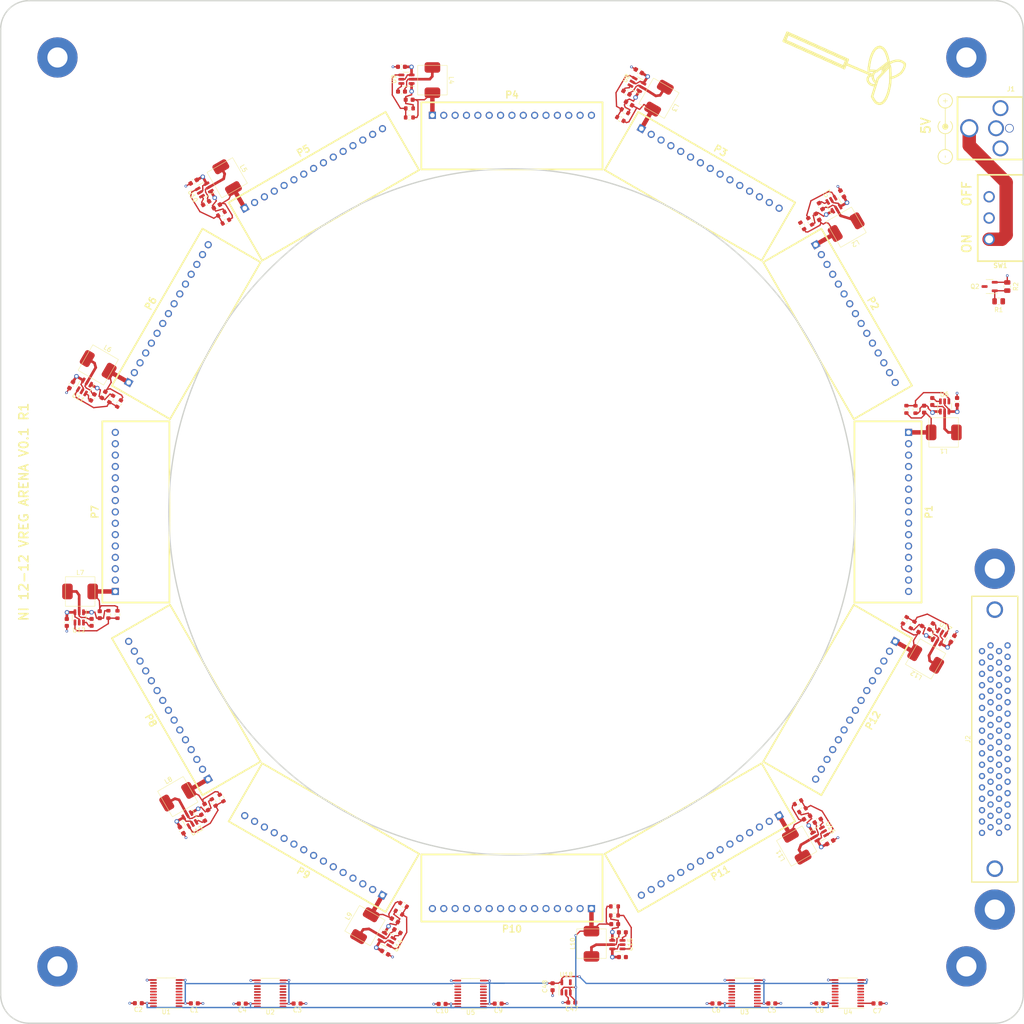
<source format=kicad_pcb>
(kicad_pcb (version 20221018) (generator pcbnew)
  (layers (0 "F.Cu" signal) (1 "In1.Cu" power) (2 "In2.Cu" power) (31 "B.Cu" signal) (34 "B.Paste" user) (35 "F.Paste" user) (36 "B.SilkS" user "B.Silkscreen") (37 "F.SilkS" user "F.Silkscreen") (38 "B.Mask" user) (39 "F.Mask" user) (44 "Edge.Cuts" user))
  (net 0 "")
  (net 1 "+3.3V")
  (net 2 "/Level Shifters/POW.5V_HDR_10")
  (net 4 "/Power & Voltage Regulators/SW_VCC")
  (net 15 "/Level Shifters/PAN5V.CS_00")
  (net 16 "/Level Shifters/PAN5V.CS_01")
  (net 17 "/Level Shifters/PAN5V.CS_02")
  (net 18 "/Level Shifters/PAN5V.CS_03")
  (net 19 "/Level Shifters/PAN5V.CS_04")
  (net 20 "/Level Shifters/PAN5V.EXT_INT")
  (net 21 "GND")
  (net 25 "/Level Shifters/PAN5V.CS_05")
  (net 26 "/Level Shifters/PAN5V.CS_06")
  (net 38 "Net-(Q2-G)")
  (net 39 "/Level Shifters/PAN5V.RESET")
  (net 40 "/Level Shifters/PAN3V.RESET")
  (net 41 "/Level Shifters/PAN3V.CS_00")
  (net 42 "/Level Shifters/PAN3V.CS_01")
  (net 43 "/Level Shifters/PAN3V.CS_02")
  (net 44 "/Level Shifters/PAN3V.CS_03")
  (net 45 "/Level Shifters/PAN3V.CS_04")
  (net 46 "/Level Shifters/PAN3V.CS_05")
  (net 47 "/Level Shifters/PAN3V.CS_06")
  (net 48 "/Level Shifters/PAN3V.CS_07")
  (net 49 "/Level Shifters/PAN5V.CS_07")
  (net 50 "/Level Shifters/PAN3V.SCK_00")
  (net 51 "/Level Shifters/PAN3V.SCK_01")
  (net 52 "/Level Shifters/PAN3V.SCK_02")
  (net 53 "/Level Shifters/PAN3V.SCK_03")
  (net 54 "/Level Shifters/PAN3V.SCK_04")
  (net 55 "/Level Shifters/PAN3V.SCK_05")
  (net 56 "/Level Shifters/PAN3V.MOSI_00")
  (net 57 "/Level Shifters/PAN3V.MISO_00")
  (net 58 "/Level Shifters/PAN5V.MISO_00")
  (net 59 "/Level Shifters/PAN5V.MOSI_00")
  (net 60 "/Level Shifters/PAN5V.SCK_05")
  (net 61 "/Level Shifters/PAN5V.SCK_04")
  (net 62 "/Level Shifters/PAN5V.SCK_03")
  (net 63 "/Level Shifters/PAN5V.SCK_02")
  (net 64 "/Level Shifters/PAN3V.EXT_INT")
  (net 65 "/Level Shifters/PAN5V.SCK_01")
  (net 66 "/Level Shifters/PAN5V.SCK_00")
  (net 67 "/Level Shifters/PAN3V.MOSI_01")
  (net 68 "/Level Shifters/PAN3V.MISO_01")
  (net 69 "/Level Shifters/PAN3V.MOSI_02")
  (net 70 "/Level Shifters/PAN3V.MISO_02")
  (net 71 "/Level Shifters/PAN3V.MOSI_03")
  (net 72 "/Level Shifters/PAN3V.MISO_03")
  (net 73 "/Level Shifters/PAN3V.MOSI_04")
  (net 74 "/Level Shifters/PAN3V.MISO_04")
  (net 75 "/Level Shifters/PAN5V.MISO_04")
  (net 76 "/Level Shifters/PAN5V.MOSI_04")
  (net 77 "/Level Shifters/PAN5V.MISO_03")
  (net 78 "/Level Shifters/PAN5V.MOSI_03")
  (net 79 "/Level Shifters/PAN5V.MISO_02")
  (net 80 "/Level Shifters/PAN5V.MOSI_02")
  (net 81 "/Level Shifters/PAN5V.MISO_01")
  (net 82 "/Level Shifters/PAN5V.MOSI_01")
  (net 83 "/Level Shifters/PAN3V.MOSI_05")
  (net 84 "/Panel Headers/RESET")
  (net 85 "/Level Shifters/PAN3V.MISO_05")
  (net 86 "/Level Shifters/PAN3V.MOSI_06")
  (net 87 "/Level Shifters/PAN3V.MISO_06")
  (net 88 "/Level Shifters/PAN3V.MOSI_07")
  (net 89 "/Level Shifters/PAN3V.MISO_07")
  (net 90 "/Level Shifters/PAN3V.MOSI_08")
  (net 91 "/Level Shifters/PAN3V.MISO_08")
  (net 92 "/Level Shifters/PAN5V.MISO_08")
  (net 93 "/Level Shifters/PAN5V.MOSI_08")
  (net 94 "/Level Shifters/PAN5V.MISO_07")
  (net 95 "/Level Shifters/PAN5V.MOSI_07")
  (net 96 "/Level Shifters/PAN5V.MISO_06")
  (net 97 "/Level Shifters/PAN5V.MOSI_06")
  (net 98 "/Level Shifters/PAN5V.MISO_05")
  (net 99 "/Level Shifters/PAN5V.MOSI_05")
  (net 100 "/Level Shifters/PAN3V.MOSI_09")
  (net 101 "/Level Shifters/PAN3V.MISO_09")
  (net 102 "/Level Shifters/PAN3V.MOSI_10")
  (net 103 "/Level Shifters/PAN3V.MISO_10")
  (net 104 "/Level Shifters/PAN3V.MOSI_11")
  (net 105 "/Level Shifters/PAN3V.MISO_11")
  (net 106 "/Level Shifters/PAN5V.MISO_11")
  (net 107 "/Level Shifters/PAN5V.MOSI_11")
  (net 108 "/Level Shifters/PAN5V.MISO_10")
  (net 109 "/Level Shifters/PAN5V.MOSI_10")
  (net 110 "/Level Shifters/PAN5V.MISO_09")
  (net 111 "/Level Shifters/PAN5V.MOSI_09")
  (net 113 "VCC")
  (net 114 "/Level Shifters/POW.5V_HDR_1")
  (net 115 "/Level Shifters/POW.5V_HDR_2")
  (net 116 "/Level Shifters/POW.5V_HDR_3")
  (net 117 "/Level Shifters/POW.5V_HDR_4")
  (net 118 "/Level Shifters/POW.5V_HDR_5")
  (net 119 "/Level Shifters/POW.5V_HDR_6")
  (net 120 "/Level Shifters/POW.5V_HDR_7")
  (net 121 "/Level Shifters/POW.5V_HDR_8")
  (net 122 "/Level Shifters/POW.5V_HDR_9")
  (net 123 "/Level Shifters/POW.5V_HDR_11")
  (net 124 "/Level Shifters/POW.5V_HDR_12")
  (net 125 "Net-(U6-VBST)")
  (net 126 "Net-(U6-SW)")
  (net 127 "Net-(U7-VBST)")
  (net 128 "Net-(U7-SW)")
  (net 129 "Net-(U8-VBST)")
  (net 130 "Net-(U8-SW)")
  (net 131 "Net-(U9-VBST)")
  (net 132 "Net-(U9-SW)")
  (net 133 "Net-(U10-VBST)")
  (net 134 "Net-(U10-SW)")
  (net 135 "Net-(U11-VBST)")
  (net 136 "Net-(U11-SW)")
  (net 137 "Net-(U12-VBST)")
  (net 138 "Net-(U12-SW)")
  (net 139 "Net-(U13-VBST)")
  (net 140 "Net-(U13-SW)")
  (net 141 "Net-(U14-VBST)")
  (net 142 "Net-(U14-SW)")
  (net 143 "Net-(U15-VBST)")
  (net 144 "Net-(U15-SW)")
  (net 145 "Net-(U16-VBST)")
  (net 146 "Net-(U16-SW)")
  (net 147 "Net-(U17-VBST)")
  (net 148 "Net-(U17-SW)")
  (net 149 "Net-(U6-VFB)")
  (net 150 "Net-(U7-VFB)")
  (net 151 "Net-(U8-VFB)")
  (net 152 "Net-(U9-VFB)")
  (net 153 "Net-(U10-VFB)")
  (net 154 "Net-(U11-VFB)")
  (net 155 "Net-(U12-VFB)")
  (net 156 "Net-(U13-VFB)")
  (net 157 "Net-(U14-VFB)")
  (net 158 "Net-(U15-VFB)")
  (net 159 "Net-(U16-VFB)")
  (net 160 "Net-(U17-VFB)")
  (footprint "Resistor_SMD:R_0603_1608Metric" (layer "F.Cu") (at 154.8892 87.579199)
    (fp_text reference "R10" hide)
    (fp_text value "10k" hide)
  )
  (footprint "Capacitor_SMD:C_0603_1608Metric" (layer "F.Cu") (at 152.191127 271.533468 150)
    (fp_text reference "C36" hide)
    (fp_text value "100nF" hide)
  )
  (footprint "Capacitor_SMD:C_0603_1608Metric" (layer "F.Cu") (at 129.7634 287.7112)
    (fp_text reference "C3")
    (fp_text value "0.1uF" hide)
  )
  (footprint "Package_TO_SOT_SMD:SOT-23-6" (layer "F.Cu") (at 82.233737 149.84882 -120)
    (fp_text reference "U11")
    (fp_text value "TPS564201DDC" hide)
  )
  (footprint "Package_TO_SOT_SMD:SOT-23-6" (layer "F.Cu") (at 149.84882 273.366262 -30)
    (fp_text reference "U14")
    (fp_text value "TPS564201DDC" hide)
  )
  (footprint "MountingHole:MountingHole_4.5mm_Pad" (layer "F.Cu") (at 76.2 76.2)
    (fp_text reference "H1" hide)
    (fp_text value "MountingHole_Pad" hide)
  )
  (footprint "arena_custom:HEADER_TOP" (layer "F.Cu") (at 177.799999 266.474028 180)
    (fp_text reference "P10")
    (fp_text value "CONN15" hide)
  )
  (footprint "Capacitor_SMD:C_0603_1608Metric" (layer "F.Cu") (at 223.4022 287.6904 180)
    (fp_text reference "C6")
    (fp_text value "0.1uF" hide)
  )
  (footprint "Package_TO_SOT_SMD:SOT-23-6" (layer "F.Cu") (at 81.061599 201.3767 -90)
    (fp_text reference "U12")
    (fp_text value "TPS564201DDC" hide)
  )
  (footprint "arena_custom:HEADER_TOP" (layer "F.Cu") (at 254.593961 222.137014 -120)
    (fp_text reference "P12")
    (fp_text value "CONN15" hide)
  )
  (footprint "Capacitor_SMD:C_0603_1608Metric" (layer "F.Cu") (at 109.428871 108.755331 30)
    (fp_text reference "C24" hide)
    (fp_text value "100nF" hide)
  )
  (footprint "arena_custom:HEADER_TOP" (layer "F.Cu") (at 89.125971 177.8 90)
    (fp_text reference "P7")
    (fp_text value "CONN15" hide)
  )
  (footprint "Package_TO_SOT_SMD:SOT-23-6" (layer "F.Cu") (at 105.810437 246.587221 -60)
    (fp_text reference "U13")
    (fp_text value "TPS564201DDC" hide)
  )
  (footprint "Capacitor_SMD:C_0603_1608Metric" (layer "F.Cu") (at 271.533468 203.408872 -120)
    (fp_text reference "C45" hide)
    (fp_text value "100nF" hide)
  )
  (footprint "Capacitor_SMD:C_0603_1608Metric" (layer "F.Cu") (at 200.774 269.9512 180)
    (fp_text reference "C40" hide)
    (fp_text value "22uF" hide)
  )
  (footprint "arena_custom:slide_switch" (layer "F.Cu") (at 287.02 112.0902 90)
    (fp_text reference "SW1")
    (fp_text value "SW_SPDT" hide)
  )
  (footprint "Package_SO:TSSOP-20_4.4x6.5mm_P0.65mm" (layer "F.Cu") (at 229.8072 285.4104 180)
    (fp_text reference "U3")
    (fp_text value "TXB0108PW" hide)
  )
  (footprint "arena_custom:CYA0650_3P3UH" (layer "F.Cu") (at 114.142067 103.101227 -60)
    (fp_text reference "L5")
    (fp_text value "3.3uH" hide)
  )
  (footprint "Capacitor_SMD:C_0603_1608Metric" (layer "F.Cu") (at 246.6355 287.663 180)
    (fp_text reference "C8")
    (fp_text value "0.1uF" hide)
  )
  (footprint "Package_SO:TSSOP-20_4.4x6.5mm_P0.65mm" (layer "F.Cu") (at 123.7534 285.4412 180)
    (fp_text reference "U2")
    (fp_text value "TXB0108PW" hide)
  )
  (footprint "Resistor_SMD:R_0603_1608Metric" (layer "F.Cu") (at 200.7362 265.9888)
    (fp_text reference "R21" hide)
    (fp_text value "56.2k" hide)
  )
  (footprint "Capacitor_SMD:C_0603_1608Metric" (layer "F.Cu") (at 269.09228 203.979532 -120)
    (fp_text reference "C46" hide)
    (fp_text value "22uF" hide)
  )
  (footprint "Resistor_SMD:R_0603_1608Metric" (layer "F.Cu") (at 242.751735 244.478105 -150)
    (fp_text reference "R24" hide)
    (fp_text value "10k" hide)
  )
  (footprint "arena_custom:CYA0650_3P3UH" (layer "F.Cu") (at 81.279999 195.58)
    (fp_text reference "L7")
    (fp_text value "3.3uH" hide)
  )
  (footprint "Capacitor_SMD:C_0603_1608Metric" (layer "F.Cu") (at 111.828331 109.481719 30)
    (fp_text reference "C25" hide)
    (fp_text value "22uF" hide)
  )
  (footprint "Capacitor_SMD:C_0603_1608Metric" (layer "F.Cu") (at 271.78 153.1112 -90)
    (fp_text reference "C12" hide)
    (fp_text value "100nF" hide)
  )
  (footprint "arena_custom:HEADER_TOP" (layer "F.Cu") (at 133.462985 254.593961 150)
    (fp_text reference "P9")
    (fp_text value "CONN15" hide)
  )
  (footprint "arena_custom:HEADER_TOP" (layer "F.Cu") (at 222.137014 254.593961 -150)
    (fp_text reference "P11")
    (fp_text value "CONN15" hide)
  )
  (footprint "Resistor_SMD:R_0603_1608Metric" (layer "F.Cu") (at 153.568931 265.641841 -30)
    (fp_text reference "R19" hide)
    (fp_text value "56.2k" hide)
  )
  (footprint "arena_custom:CYA0650_3P3UH" (layer "F.Cu") (at 195.579999 274.32 90)
    (fp_text reference "L10")
    (fp_text value "3.3uH" hide)
  )
  (footprint "Capacitor_SMD:C_0603_1608Metric" (layer "F.Cu") (at 174.7142 287.7312)
    (fp_text reference "C9")
    (fp_text value "0.1uF" hide)
  )
  (footprint "Capacitor_SMD:C_0603_1608Metric" (layer "F.Cu") (at 94.2705 287.633 180)
    (fp_text reference "C2")
    (fp_text value "0.1uF" hide)
  )
  (footprint "Capacitor_SMD:C_0603_1608Metric" (layer "F.Cu") (at 235.9022 287.6804)
    (fp_text reference "C5")
    (fp_text value "0.1uF" hide)
  )
  (footprint "Capacitor_SMD:C_0603_1608Metric" (layer "F.Cu") (at 202.501199 277.3172)
    (fp_text reference "C38" hide)
    (fp_text value "10uF" hide)
  )
  (footprint "Package_TO_SOT_SMD:SOT-23-6" (layer "F.Cu") (at 154.2233 81.061599 180)
    (fp_text reference "U9")
    (fp_text value "TPS564201DDC" hide)
  )
  (footprint "Package_TO_SOT_SMD:SOT-23-6" (layer "F.Cu") (at 274.5384 154.2233 90)
    (fp_text reference "U6")
    (fp_text value "TPS564201DDC" hide)
  )
  (footprint "Capacitor_SMD:C_0603_1608Metric" (layer "F.Cu") (at 243.771668 246.11828 -150)
    (fp_text reference "C43" hide)
    (fp_text value "22uF" hide)
  )
  (footprint "Capacitor_SMD:C_0603_1608Metric" (layer "F.Cu") (at 162.1892 287.8012 180)
    (fp_text reference "C10")
    (fp_text value "0.1uF" hide)
  )
  (footprint "Resistor_SMD:R_0603_1608Metric" (layer "F.Cu") (at 242.705641 113.842267 120)
    (fp_text reference "R5" hide)
    (fp_text value "56.2k" hide)
  )
  (footprint "Capacitor_SMD:C_0603_1608Metric" (layer "F.Cu") (at 154.826 85.648799)
    (fp_text reference "C22" hide)
    (fp_text value "22uF" hide)
  )
  (footprint "arena_custom:CYA0650_3P3UH" (layer "F.Cu") (at 103.101227 241.457932 30)
    (fp_text reference "L8")
    (fp_text value "3.3uH" hide)
  )
  (footprint "Resistor_SMD:R_0603_1608Metric" (layer "F.Cu") (at 268.0208 154.8892 -90)
    (fp_text reference "R4" hide)
    (fp_text value "10k" hide)
  )
  (footprint "arena_custom:CYA0650_3P3UH" (layer "F.Cu") (at 210.662068 85.321227 -120)
    (fp_text reference "L3")
    (fp_text value "3.3uH" hide)
  )
  (footprint "Capacitor_SMD:C_0603_1608Metric" (layer "F.Cu") (at 151.620467 269.09228 150)
    (fp_text reference "C37" hide)
    (fp_text value "22uF" hide)
  )
  (footprint "Resistor_SMD:R_0603_1608Metric" (layer "F.Cu") (at 244.478105 112.848264 -60)
    (fp_text reference "R6" hide)
    (fp_text value "10k" hide)
  )
  (footprint "Capacitor_SMD:C_0603_1608Metric" (layer "F.Cu") (at 248.950467 251.633824 30)
    (fp_text reference "C41" hide)
    (fp_text value "10uF" hide)
  )
  (footprint "arena_custom:CYA0650_3P3UH" (layer "F.Cu") (at 274.32 160.02 180)
    (fp_text reference "L1")
    (fp_text value "3.3uH" hide)
  )
  (footprint "Resistor_SMD:R_0603_1608Metric" (layer "F.Cu") (at 152.530934 267.388905 150)
    (fp_text reference "R20" hide)
    (fp_text value "10k" hide)
  )
  (footprint "MountingHole:MountingHole_4.5mm_Pad" (layer "F.Cu") (at 279.4 279.4)
    (fp_text reference "H3" hide)
    (fp_text value "MountingHole_Pad" hide)
  )
  (footprint "Package_SO:TSSOP-20_4.4x6.5mm_P0.65mm" (layer "F.Cu") (at 100.5155 285.373 180)
    (fp_text reference "U1")
    (fp_text value "TXB0108PW" hide)
  )
  (footprint "Capacitor_SMD:C_0603_1608Metric" (layer "F.Cu") (at 153.1112 83.819999)
    (fp_text reference "C21" hide)
    (fp_text value "100nF" hide)
  )
  (footprint "Capacitor_SMD:C_0603_1608Metric" (layer "F.Cu") (at 83.819999 202.4888 90)
    (fp_text reference "C30" hide)
    (fp_text value "100nF" hide)
  )
  (footprint "Capacitor_SMD:C_0603_1608Metric" (layer "F.Cu") (at 186.8834 283.9422 -90)
    (fp_text reference "C48")
    (fp_text value "10uF" hide)
  )
  (footprint "Package_TO_SOT_SMD:SOT-23-3" (layer "F.Cu") (at 284.6015 127.4064 180)
    (fp_text reference "Q2")
    (fp_text value "MOSFET_NCHAN" hide)
  )
  (footprint "Capacitor_SMD:C_0603_1608Metric" (layer "F.Cu") (at 78.282799 202.5012 -90)
    (fp_text reference "C29" hide)
    (fp_text value "10uF" hide)
  )
  (footprint "Capacitor_SMD:C_0603_1608Metric" (layer "F.Cu") (at 206.166733 79.264975 150)
    (fp_text reference "C17" hide)
    (fp_text value "10uF" hide)
  )
  (footprint "MountingHole:MountingHole_4.5mm_Pad" (layer "F.Cu") (at 76.2 279.4)
    (fp_text reference "H4" hide)
    (fp_text value "MountingHole_Pad" hide)
  )
  (footprint "Capacitor_SMD:C_0603_1608Metric" (layer "F.Cu") (at 149.433266 276.335024 -30)
    (fp_text reference "C35" hide)
    (fp_text value "10uF" hide)
  )
  (footprint "Capacitor_SMD:C_0603_1608Metric" (layer "F.Cu") (at 103.966175 248.950467 -60)
    (fp_text reference "C32" hide)
    (fp_text value "10uF" hide)
  )
  (footprint "arena_custom:DCJACK_2PIN_HIGHCURRENT" (layer "F.Cu") (at 292.0238 92.0242 -90)
    (fp_text reference "J1")
    (fp_text value "Barrel_Jack" hide)
  )
  (footprint "Capacitor_SMD:C_0603_1608Metric" (layer "F.Cu") (at 106.649532 103.966175 -150)
    (fp_text reference "C23" hide)
    (fp_text value "10uF" hide)
  )
  (footprint "Capacitor_SMD:C_0603_1608Metric" (layer "F.Cu") (at 251.633824 106.649532 120)
    (fp_text reference "C14" hide)
    (fp_text value "10uF" hide)
  )
  (footprint "Capacitor_SMD:C_0603_1608Metric" (layer "F.Cu") (at 246.844668 109.428871 -60)
    (fp_text reference "C15" hide)
    (fp_text value "100nF" hide)
  )
  (footprint "Resistor_SMD:R_0603_1608Metric" (layer "F.Cu") (at 89.611199 200.7362 -90)
    (fp_text reference "R15" hide)
    (fp_text value "56.2k" hide)
  )
  (footprint "arena_custom:HEADER_TOP" (layer "F.Cu") (at 133.462985 101.006038 30)
    (fp_text reference "P5")
    (fp_text value "CONN15" hide)
  )
  (footprint "Capacitor_SMD:C_0603_1608Metric" (layer "F.Cu") (at 79.264975 149.433266 -120)
    (fp_text reference "C26" hide)
    (fp_text value "10uF" hide)
  )
  (footprint "Package_SO:TSSOP-20_4.4x6.5mm_P0.65mm" (layer "F.Cu") (at 252.9155 285.373 180)
    (fp_text reference "U4")
    (fp_text value "TXB0108PW" hide)
  )
  (footprint "arena_custom:CYA0650_3P3UH" (layer "F.Cu") (at 241.457932 252.498772 120)
    (fp_text reference "L11")
    (fp_text value "3.3uH" hide)
  )
  (footprint "Capacitor_SMD:C_0603_1608Metric" (layer "F.Cu") (at 277.3172 153.0988 90)
    (fp_text reference "C11" hide)
    (fp_text value "10uF" hide)
  )
  (footprint "arena_custom:HEADER_TOP" (layer "F.Cu") (at 177.8 89.125971)
    (fp_text reference "P4")
    (fp_text value "CONN15" hide)
  )
  (footprint "Capacitor_SMD:C_0603_1608Metric" (layer "F.Cu") (at 85.648799 200.774 90)
    (fp_text reference "C31" hide)
    (fp_text value "22uF" hide)
  )
  (footprint "Resistor_SMD:R_0805_2012Metric" (layer "F.Cu") (at 286.6155 130.7084)
    (fp_text reference "R1")
    (fp_text value "200" hide)
  )
  (footprint "Resistor_SMD:R_0603_1608Metric" (layer "F.Cu") (at 112.848264 111.121894 30)
    (fp_text reference "R12" hide)
    (fp_text value "10k" hide)
  )
  (footprint "Capacitor_SMD:C_0603_1608Metric" (layer "F.Cu") (at 153.0988 78.282799 180)
    (fp_text reference "C20" hide)
    (fp_text value "10uF" hide)
  )
  (footprint "Capacitor_SMD:C_0603_1608Metric" (layer "F.Cu") (at 269.9512 154.826 -90)
    (fp_text reference "C13" hide)
    (fp_text value "22uF" hide)
  )
  (footprint "Capacitor_SMD:C_0603_1608Metric" (layer "F.Cu") (at 246.171128 246.844668 -150)
    (fp_text reference "C42" hide)
    (fp_text value "100nF" hide)
  )
  (footprint "Package_TO_SOT_SMD:SOT-23-5" (layer "F.Cu") (at 189.9034 284.0847 90)
    (fp_text reference "U18")
    (fp_text value "AP2112K-3.3" hide)
  )
  (footprint "Package_TO_SOT_SMD:SOT-23-6" (layer "F.Cu") (at 205.751179 82.233737 150)
    (fp_text reference "U8")
    (fp_text value "TPS564201DDC" hide)
  )
  (footprint "Resistor_SMD:R_0603_1608Metric" (layer "F.Cu") (at 265.9888 154.8638 90)
    (fp_text reference "R3" hide)
    (fp_text value "56.2k" hide)
  )
  (footprint "arena_custom:CYA0650_3P3UH" (layer "F.Cu") (at 270.278772 210.662068 150)
    (fp_text reference "L12")
    (fp_text value "3.3uH" hide)
  )
  (footprint "Capacitor_SMD:C_0603_1608Metric" (layer "F.Cu") (at 202.4888 271.78 180)
    (fp_text reference "C39" hide)
    (fp_text value "100nF" hide)
  )
  (footprint "MountingHole:MountingHole_4.5mm_Pad" (layer "F.Cu") (at 285.75 190.5)
    (fp_text reference "H5" hide)
    (fp_text value "MountingHole_Pad" hide)
  )
  (footprint "arena_custom:HEADER_TOP" (layer "F.Cu") (at 266.474028 177.8 -90)
    (fp_text reference "P1")
    (fp_text value "CONN15" hide)
  )
  (footprint "Capacitor_SMD:C_0603_1608Metric" (layer "F.Cu") (at 276.335024 206.166733 60)
    (fp_text reference "C44" hide)
    (fp_text value "10uF" hide)
  )
  (footprint "Resistor_SMD:R_0603_1608Metric" (layer "F.Cu") (at 241.757732 242.705641 30)
    (fp_text reference "R23" hide)
    (fp_text value "56.2k" hide)
  )
  (footprint "arena_custom:HEADER_TOP" (layer "F.Cu") (at 101.006038 133.462985 60)
    (fp_text reference "P6")
    (fp_text value "CONN15" hide)
  )
  (footprint "Package_TO_SOT_SMD:SOT-23-6" (layer "F.Cu") (at 109.012778 105.810437 -150)
    (fp_text reference "U10")
    (fp_text value "TPS564201DDC" hide)
  )
  (footprint "Resistor_SMD:R_0603_1608Metric" (layer "F.Cu") (at 87.579199 200.7108 90)
    (fp_text reference "R16" hide)
    (fp_text value "10k" hide)
  )
  (footprint "arena_custom:HEADER_TOP" (layer "F.Cu") (at 101.006038 222.137014 120)
    (fp_text reference "P8")
    (fp_text value "CONN15" hide)
  )
  (footprint "Capacitor_SMD:C_0603_1608Metric" (layer "F.Cu") (at 84.066531 152.191127 60)
    (fp_text reference "C27" hide)
    (fp_text value "100nF" hide)
  )
  (footprint "Resistor_SMD:R_0603_1608Metric" (layer "F.Cu") (at 267.388905 203.069065 -120)
    (fp_text reference "R26" hide)
    (fp_text value "10k" hide)
  )
  (footprint "Capacitor_SMD:C_0603_1608Metric" (layer "F.Cu") (at 109.481719 243.771668 120)
    (fp_text reference "C34" hide)
    (fp_text value "22uF" hide)
  )
  (footprint "MountingHole:MountingHole_4.5mm_Pad" (layer "F.Cu") (at 279.4 76.2)
    (fp_text reference "H2" hide)
    (fp_text value "MountingHole_Pad" hide)
  )
  (footprint "Capacitor_SMD:C_0603_1608Metric" (layer "F.Cu") (at 117.5134 287.7312 180)
    (fp_text reference "C4")
    (fp_text value "0.1uF" hide)
  )
  (footprint "Capacitor_SMD:C_0603_1608Metric" (layer "F.Cu") (at 203.408872 84.066531 -30)
    (fp_text reference "C18" hide)
    (fp_text value "100nF" hide)
  )
  (footprint "Capacitor_SMD:C_0603_1608Metric" (layer "F.Cu") (at 259.4102 287.6804)
    (fp_text reference "C7")
    (fp_text value "0.1uF" hide)
  )
  (footprint "Resistor_SMD:R_0603_1608Metric" (layer "F.Cu") (at 203.069065 88.211094 -30)
    (fp_text reference "R8" hide)
    (fp_text value "10k" hide)
  )
  (footprint "Capacitor_SMD:C_0603_1608Metric" (layer "F.Cu") (at 108.755331 246.171128 120)
    (fp_text reference "C33" hide)
    (fp_text value "100nF" hide)
  )
  (footprint "Resistor_SMD:R_0603_1608Metric" (layer "F.Cu") (at 200.7108 268.0208 180)
    (fp_text reference "R22" hide)
    (fp_text value "10k" hide)
  )
  (footprint "arena_custom:CYA0650_3P3UH" (layer "F.Cu") (at 160.02 81.279999 -90)
    (fp_text reference "L4")
    (fp_text value "3.3uH" hide)
  )
  (footprint "Package_TO_SOT_SMD:SOT-23-6" (layer "F.Cu") (at 201.3767 274.5384)
    (fp_text reference "U15")
    (fp_text value "TPS564201DDC" hide)
  )
  (footprint "Resistor_SMD:R_0603_1608Metric" (layer "F.Cu") (at 111.121894 242.751735 120)
    (fp_text reference "R18" hide)
    (fp_text value "10k" hide)
  )
  (footprint "Capacitor_SMD:C_0603_1608Metric" (layer "F.Cu") (at 203.979532 86.507719 -30)
    (fp_text reference "C19" hide)
    (fp_text value "22uF" hide)
  )
  (footprint "Resistor_SMD:R_0603_1608Metric" (layer "F.Cu") (at 113.842267 112.894358 -150)
    (fp_text reference "R11" hide)
    (fp_text value "56.2k" hide)
  )
  (footprint "Capacitor_SMD:C_0603_1608Metric" (layer "F.Cu") (at 106.7905 287.663)
    (fp_text reference "C1")
    (fp_text value "0.1uF" hide)
  )
  (footprint "arena_custom:CYA0650_3P3UH" (layer "F.Cu") (at 144.937931 270.278772 60)
    (fp_text reference "L9")
    (fp_text value "3.3uH" hide)
  )
  (footprint "MountingHole:MountingHole_4.5mm_Pad" (layer "F.Cu") (at 285.75 266.7)
    (fp_text reference "H6" hide)
    (fp_text value "MountingHole_Pad" hide)
  )
  (footprint "Package_TO_SOT_SMD:SOT-23-6" (layer "F.Cu") (at 249.789562 109.012778 120)
    (fp_text reference "U7")
    (fp_text value "TPS564201DDC" hide)
  )
  (footprint "Resistor_SMD:R_0603_1608Metric" (layer "F.Cu") (at 154.8638 89.611199 180)
    (fp_text reference "R9" hide)
    (fp_text value "56.2k" hide)
  )
  (footprint "arena_custom:HEADER_TOP" (layer "F.Cu") (at 254.593961 133.462985 -60)
    (fp_text reference "P2")
    (fp_text value "CONN15" hide)
  )
  (footprint "arena_custom:CYA0650_3P3UH" (layer "F.Cu") (at 85.321227 144.937931 -30)
    (fp_text reference "L6")
    (fp_text value "3.3uH" hide)
  )
  (footprint "Resistor_SMD:R_0603_1608Metric" (layer "F.Cu") (at 88.211094 152.530934 60)
    (fp_text reference "R14" hide)
    (fp_text value "10k" hide)
  )
  (footprint "Capacitor_SMD:C_0603_1608Metric" (layer "F.Cu") (at 191.1734 287.4772 180)
    (fp_text reference "C47")
    (fp_text value "10uF" hide)
  )
  (footprint "Resistor_SMD:R_0603_1608Metric" (layer "F.Cu") (at 89.958158 153.568931 -120)
    (fp_text reference "R13" hide)
    (fp_text value "56.2k" hide)
  )
  (footprint "arena_custom:TE_CONN_DSUB_VERT_68" (layer "F.Cu") (at 285.75 228.6 90)
    (fp_text reference "J2")
    (fp_text value "NI_TE_68pos" hide)
  )
  (footprint "Capacitor_SMD:C_0603_1608Metric" (layer "F.Cu") (at 86.507719 151.620467 60)
    (fp_text reference "C28" hide)
    (fp_text value "22uF" hide)
  )
  (footprint "Resistor_SMD:R_0603_1608Metric" (layer "F.Cu") (at 202.031068 89.958158 150)
    (fp_text reference "R7" hide)
    (fp_text value "56.2k" hide)
  )
  (footprint "arena_custom:HEADER_TOP" (layer "F.Cu") (at 222.137014 101.006038 -30)
    (fp_text reference "P3")
    (fp_text value "CONN15" hide)
  )
  (footprint "Package_TO_SOT_SMD:SOT-23-6" (layer "F.Cu") (at 246.587221 249.789562 30)
    (fp_text reference "U16")
    (fp_text value "TPS564201DDC" hide)
  )
  (footprint "Package_SO:TSSOP-20_4.4x6.5mm_P0.65mm" (layer "F.Cu") (at 168.5592 285.5012 180)
    (fp_text reference "U5")
    (fp_text value "TXB0108PW" hide)
  )
  (footprint "Capacitor_SMD:C_0603_1608Metric" (layer "F.Cu") (at 246.11828 111.828331 -60)
    (fp_text reference "C16" hide)
    (fp_text value "22uF" hide)
  )
  (footprint "Resistor_SMD:R_0805_2012Metric" (layer "F.Cu") (at 288.544 127.4064 -90)
    (fp_text reference "R2")
    (fp_text value "20k" hide)
  )
  (footprint "arena_custom:CYA0650_3P3UH" (layer "F.Cu") (at 252.498772 114.142067 -150)
    (fp_text reference "L2")
    (fp_text value "3.3uH" hide)
  )
  (footprint "Package_TO_SOT_SMD:SOT-23-6" (layer "F.Cu") (at 273.366262 205.751179 60)
    (fp_text reference "U17")
    (fp_text value "TPS564201DDC" hide)
  )
  (footprint "Resistor_SMD:R_0603_1608Metric" (layer "F.Cu") (at 265.641841 202.031068 60)
    (fp_text reference "R25" hide)
    (fp_text value "56.2k" hide)
  )
  (footprint "Resistor_SMD:R_0603_1608Metric" (layer "F.Cu") (at 112.894358 241.757732 -60)
    (fp_text reference "R17" hide)
    (fp_text value "56.2k" hide)
  )
  (gr_line (start 261.869046 84.235629) (end 261.941978 83.996274) (stroke (width 0.514144)) (layer "F.SilkS"))
  (gr_line (start 258.99813 86.023131) (end 259.098897 86.128731) (stroke (width 0.514144)) (layer "F.SilkS"))
  (gr_line (start 259.068645 82.308853) (end 258.717929 82.409537) (stroke (width 0.514144)) (layer "F.SilkS"))
  (gr_line (start 273.382477 92.585887) (end 273.336417 92.519801) (stroke (width 0.15487)) (layer "F.SilkS"))
  (gr_line (start 275.003458 84.324863) (end 275.080765 84.342706) (stroke (width 0.179621)) (layer "F.SilkS"))
  (gr_line (start 273.725344 84.609849) (end 273.787993 84.565299) (stroke (width 0.179621)) (layer "F.SilkS"))
  (gr_line (start 262.352669 81.788771) (end 262.380098 81.482222) (stroke (width 0.514144)) (layer "F.SilkS"))
  (gr_line (start 257.687722 79.102057) (end 257.547538 79.107867) (stroke (width 0.514144)) (layer "F.SilkS"))
  (gr_line (start 257.723346 80.298042) (end 258.0072 80.217521) (stroke (width 0.514144)) (layer "F.SilkS"))
  (gr_line (start 258.318284 84.933399) (end 258.534906 85.362848) (stroke (width 0.514144)) (layer "F.SilkS"))
  (gr_line (start 261.038343 85.916534) (end 261.144288 85.776614) (stroke (width 0.514144)) (layer "F.SilkS"))
  (gr_line (start 275.230838 99.879067) (end 275.156592 99.904189) (stroke (width 0.179621)) (layer "F.SilkS"))
  (gr_line (start 276.047991 97.549536) (end 276.086466 97.616452) (stroke (width 0.179621)) (layer "F.SilkS"))
  (gr_line (start 259.522398 86.435015) (end 259.632794 86.481079) (stroke (width 0.514144)) (layer "F.SilkS"))
  (gr_line (start 258.777057 85.766629) (end 258.999103 86.077093) (stroke (width 0.514144)) (layer "F.SilkS"))
  (gr_line (start 274.438075 87.469819) (end 274.359386 87.455767) (stroke (width 0.179621)) (layer "F.SilkS"))
  (gr_line (start 276.068771 92.451998) (end 276.026396 92.519801) (stroke (width 0.15487)) (layer "F.SilkS"))
  (gr_line (start 259.269515 86.342375) (end 259.551597 86.474135) (stroke (width 0.514144)) (layer "F.SilkS"))
  (gr_line (start 273.607013 99.560919) (end 273.551517 99.50801) (stroke (width 0.179621)) (layer "F.SilkS"))
  (gr_line (start 273.852841 99.744693) (end 273.788008 99.70313) (stroke (width 0.179621)) (layer "F.SilkS"))
  (gr_line (start 276.275119 91.864932) (end 276.262222 91.94132) (stroke (width 0.15487)) (layer "F.SilkS"))
  (gr_line (start 261.195859 79.169296) (end 259.579265 80.914514) (stroke (width 0.514144)) (layer "F.SilkS"))
  (gr_line (start 273.66498 97.145084) (end 273.725344 97.097647) (stroke (width 0.179621)) (layer "F.SilkS"))
  (gr_line (start 258.222097 75.712175) (end 258.508193 75.08281) (stroke (width 0.514144)) (layer "F.SilkS"))
  (gr_line (start 257.639291 81.892298) (end 257.44424 81.58542) (stroke (width 0.514144)) (layer "F.SilkS"))
  (gr_line (start 259.105015 74.263825) (end 259.311569 74.094352) (stroke (width 0.514144)) (layer "F.SilkS"))
  (gr_line (start 274.599194 87.486151) (end 274.518045 87.479981) (stroke (width 0.179621)) (layer "F.SilkS"))
  (gr_line (start 264.846868 77.03694) (end 265.19515 77.227932) (stroke (width 0.514144)) (layer "F.SilkS"))
  (gr_line (start 273.356395 99.271523) (end 273.314831 99.20669) (stroke (width 0.179621)) (layer "F.SilkS"))
  (gr_line (start 273.101902 85.646968) (end 273.115954 85.56828) (stroke (width 0.179621)) (layer "F.SilkS"))
  (gr_line (start 257.836877 82.08495) (end 257.639291 81.892298) (stroke (width 0.514144)) (layer "F.SilkS"))
  (gr_line (start 258.363097 84.991946) (end 258.44546 85.168472) (stroke (width 0.514144)) (layer "F.SilkS"))
  (gr_line (start 275.755818 87.073121) (end 275.697839 87.123344) (stroke (width 0.179621)) (layer "F.SilkS"))
  (gr_line (start 257.44424 81.58542) (end 257.354114 81.357061) (stroke (width 0.514144)) (layer "F.SilkS"))
  (gr_line (start 276.086466 85.128654) (end 276.121754 85.197553) (stroke (width 0.179621)) (layer "F.SilkS"))
  (gr_line (start 274.681423 87.488231) (end 274.599194 87.486151) (stroke (width 0.179621)) (layer "F.SilkS"))
  (gr_line (start 274.924769 84.310811) (end 275.003458 84.324863) (stroke (width 0.179621)) (layer "F.SilkS"))
  (gr_line (start 260.733432 86.263588) (end 261.151004 85.835117) (stroke (width 0.514144)) (layer "F.SilkS"))
  (gr_line (start 273.314823 85.061738) (end 273.356386 84.996906) (stroke (width 0.179621)) (layer "F.SilkS"))
  (gr_line (start 276.271073 98.214736) (end 276.277243 98.295885) (stroke (width 0.179621)) (layer "F.SilkS"))
  (gr_line (start 275.374182 96.937769) (end 275.44308 96.973057) (stroke (width 0.179621)) (layer "F.SilkS"))
  (gr_line (start 273.602839 92.829524) (end 273.542765 92.772411) (stroke (width 0.15487)) (layer "F.SilkS"))
  (gr_line (start 260.706413 79.477825) (end 260.712024 79.395359) (stroke (width 0.514144)) (layer "F.SilkS"))
  (gr_line (start 276.121754 86.583077) (end 276.086466 86.651976) (stroke (width 0.179621)) (layer "F.SilkS"))
  (gr_line (start 260.946139 74.368048) (end 261.01622 74.452941) (stroke (width 0.514144)) (layer "F.SilkS"))
  (gr_line (start 276.246859 85.56828) (end 276.260911 85.646968) (stroke (width 0.179621)) (layer "F.SilkS"))
  (gr_line (start 259.191337 74.160326) (end 259.635724 73.899427) (stroke (width 0.514144)) (layer "F.SilkS"))
  (gr_line (start 275.86422 97.303711) (end 275.914443 97.361691) (stroke (width 0.179621)) (layer "F.SilkS"))
  (gr_line (start 262.545324 80.771909) (end 262.412185 80.815627) (stroke (width 0.514144)) (layer "F.SilkS"))
  (gr_line (start 260.324618 73.925972) (end 260.408233 73.957619) (stroke (width 0.514144)) (layer "F.SilkS"))
  (gr_line (start 274.059426 84.417972) (end 274.131991 84.389361) (stroke (width 0.179621)) (layer "F.SilkS"))
  (gr_line (start 273.161389 92.166478) (end 273.137438 92.092236) (stroke (width 0.15487)) (layer "F.SilkS"))
  (gr_line (start 274.438068 96.798609) (end 274.518039 96.788447) (stroke (width 0.179621)) (layer "F.SilkS"))
  (gr_line (start 275.230838 87.391269) (end 275.156592 87.416391) (stroke (width 0.179621)) (layer "F.SilkS"))
  (gr_line (start 276.277243 98.460342) (end 276.271073 98.541491) (stroke (width 0.179621)) (layer "F.SilkS"))
  (gr_line (start 273.725358 99.658579) (end 273.664993 99.611142) (stroke (width 0.179621)) (layer "F.SilkS"))
  (gr_line (start 259.801304 86.526091) (end 259.858193 86.534526) (stroke (width 0.514144)) (layer "F.SilkS"))
  (gr_line (start 274.835757 93.236685) (end 274.758653 93.242212) (stroke (width 0.15487)) (layer "F.SilkS"))
  (gr_line (start 275.509996 87.256895) (end 275.44308 87.295371) (stroke (width 0.179621)) (layer "F.SilkS"))
  (gr_line (start 274.758653 93.242212) (end 274.681406 93.244055) (stroke (width 0.15487)) (layer "F.SilkS"))
  (gr_line (start 265.212543 79.059189) (end 264.97343 79.423887) (stroke (width 0.514144)) (layer "F.SilkS"))
  (gr_line (start 261.10243 78.444621) (end 261.315995 78.173283) (stroke (width 0.514144)) (layer "F.SilkS"))
  (gr_line (start 274.681423 90.986001) (end 274.681423 87.561242) (stroke (width 0.168772)) (layer "F.SilkS"))
  (gr_line (start 273.314831 99.20669) (end 273.276354 99.139774) (stroke (width 0.179621)) (layer "F.SilkS"))
  (gr_line (start 258.805038 79.584245) (end 258.962692 79.400971) (stroke (width 0.514144)) (layer "F.SilkS"))
  (gr_line (start 257.528226 80.472031) (end 257.723346 80.298042) (stroke (width 0.514144)) (layer "F.SilkS"))
  (gr_line (start 274.059439 99.850456) (end 273.988657 99.818457) (stroke (width 0.179621)) (layer "F.SilkS"))
  (gr_line (start 273.08557 85.808087) (end 273.09174 85.726938) (stroke (width 0.179621)) (layer "F.SilkS"))
  (gr_line (start 274.518045 87.479981) (end 274.438075 87.469819) (stroke (width 0.179621)) (layer "F.SilkS"))
  (gr_line (start 275.374182 87.330659) (end 275.303401 87.362658) (stroke (width 0.179621)) (layer "F.SilkS"))
  (gr_line (start 276.153753 99.000094) (end 276.121754 99.070875) (stroke (width 0.179621)) (layer "F.SilkS"))
  (gr_line (start 260.890935 74.300249) (end 261.297105 74.857027) (stroke (width 0.514144)) (layer "F.SilkS"))
  (gr_line (start 265.19515 77.227932) (end 265.459892 77.445818) (stroke (width 0.514144)) (layer "F.SilkS"))
  (gr_line (start 252.018284 78.418166) (end 238.718666 72.463535) (stroke (width 0.514144)) (layer "F.SilkS"))
  (gr_line (start 273.078482 91.479414) (end 273.087694 91.402597) (stroke (width 0.15487)) (layer "F.SilkS"))
  (gr_line (start 276.284331 91.788114) (end 276.275119 91.864932) (stroke (width 0.15487)) (layer "F.SilkS"))
  (gr_line (start 252.133761 78.470301) (end 252.892946 76.689761) (stroke (width 0.514144)) (layer "F.SilkS"))
  (gr_line (start 259.973209 73.869262) (end 260.063605 73.872837) (stroke (width 0.514144)) (layer "F.SilkS"))
  (gr_line (start 261.710483 84.685573) (end 261.79183 84.465528) (stroke (width 0.514144)) (layer "F.SilkS"))
  (gr_line (start 274.131991 96.877159) (end 274.206238 96.852037) (stroke (width 0.179621)) (layer "F.SilkS"))
  (gr_line (start 259.551597 86.474135) (end 259.994684 86.548802) (stroke (width 0.514144)) (layer "F.SilkS"))
  (gr_line (start 275.359457 93.094824) (end 275.287362 93.126144) (stroke (width 0.15487)) (layer "F.SilkS"))
  (gr_line (start 274.604159 93.242212) (end 274.527055 93.236685) (stroke (width 0.15487)) (layer "F.SilkS"))
  (gr_line (start 263.514703 76.966002) (end 263.881629 76.910616) (stroke (width 0.514144)) (layer "F.SilkS"))
  (gr_line (start 275.633528 92.932696) (end 275.567443 92.978755) (stroke (width 0.15487)) (layer "F.SilkS"))
  (gr_line (start 274.450238 93.227473) (end 274.373849 93.214577) (stroke (width 0.15487)) (layer "F.SilkS"))
  (gr_line (start 274.763651 87.486151) (end 274.681423 87.488231) (stroke (width 0.179621)) (layer "F.SilkS"))
  (gr_line (start 264.512155 76.955573) (end 264.846868 77.03694) (stroke (width 0.514144)) (layer "F.SilkS"))
  (gr_line (start 258.962692 79.400971) (end 259.082687 79.281825) (stroke (width 0.514144)) (layer "F.SilkS"))
  (gr_line (start 262.125243 77.541033) (end 262.317544 77.429839) (stroke (width 0.514144)) (layer "F.SilkS"))
  (gr_line (start 265.620054 78.101997) (end 265.506257 78.457494) (stroke (width 0.514144)) (layer "F.SilkS"))
  (gr_line (start 260.817915 86.156861) (end 260.9295 86.043416) (stroke (width 0.514144)) (layer "F.SilkS"))
  (gr_line (start 275.064779 93.197996) (end 274.988963 93.214577) (stroke (width 0.15487)) (layer "F.SilkS"))
  (gr_line (start 275.811312 84.760418) (end 275.86422 84.815913) (stroke (width 0.179621)) (layer "F.SilkS"))
  (gr_line (start 259.635364 73.926715) (end 259.746568 73.894972) (stroke (width 0.514144)) (layer "F.SilkS"))
  (gr_line (start 265.459892 77.445818) (end 265.636571 77.627093) (stroke (width 0.514144)) (layer "F.SilkS"))
  (gr_line (start 273.18045 85.340898) (end 273.209061 85.268335) (stroke (width 0.179621)) (layer "F.SilkS"))
  (gr_line (start 274.132004 99.879067) (end 274.059439 99.850456) (stroke (width 0.179621)) (layer "F.SilkS"))
  (gr_line (start 274.359386 99.943564) (end 274.282078 99.925722) (stroke (width 0.179621)) (layer "F.SilkS"))
  (gr_line (start 276.277243 85.808087) (end 276.279322 85.890315) (stroke (width 0.179621)) (layer "F.SilkS"))
  (gr_line (start 262.348726 78.582461) (end 262.320169 78.325753) (stroke (width 0.514144)) (layer "F.SilkS"))
  (gr_line (start 260.152305 73.88352) (end 260.239309 73.901252) (stroke (width 0.514144)) (layer "F.SilkS"))
  (gr_line (start 275.374182 84.449971) (end 275.44308 84.485259) (stroke (width 0.179621)) (layer "F.SilkS"))
  (gr_line (start 275.820048 92.772411) (end 275.759973 92.829524) (stroke (width 0.15487)) (layer "F.SilkS"))
  (gr_line (start 273.294042 90.815531) (end 273.336417 90.747728) (stroke (width 0.15487)) (layer "F.SilkS"))
  (gr_line (start 273.137438 91.175293) (end 273.161389 91.101051) (stroke (width 0.15487)) (layer "F.SilkS"))
  (gr_line (start 273.133798 98.777457) (end 273.115955 98.700149) (stroke (width 0.179621)) (layer "F.SilkS"))
  (gr_line (start 257.547538 79.107867) (end 257.592519 78.552196) (stroke (width 0.514144)) (layer "F.SilkS"))
  (gr_line (start 239.427243 70.80169) (end 252.726861 76.756319) (stroke (width 0.514144)) (layer "F.SilkS"))
  (gr_line (start 275.811312 97.248216) (end 275.86422 97.303711) (stroke (width 0.179621)) (layer "F.SilkS"))
  (gr_line (start 276.026396 92.519801) (end 275.980336 92.585887) (stroke (width 0.15487)) (layer "F.SilkS"))
  (gr_line (start 261.536013 85.094508) (end 261.625159 84.895366) (stroke (width 0.514144)) (layer "F.SilkS"))
  (gr_line (start 276.275119 91.402597) (end 276.284331 91.479414) (stroke (width 0.15487)) (layer "F.SilkS"))
  (gr_line (start 259.972961 86.541318) (end 260.099431 86.533073) (stroke (width 0.514144)) (layer "F.SilkS"))
  (gr_line (start 276.246859 98.700149) (end 276.229017 98.777457) (stroke (width 0.179621)) (layer "F.SilkS"))
  (gr_line (start 261.341306 74.971955) (end 261.401263 75.094245) (stroke (width 0.514144)) (layer "F.SilkS"))
  (gr_line (start 276.047991 85.061738) (end 276.086466 85.128654) (stroke (width 0.179621)) (layer "F.SilkS"))
  (gr_line (start 273.087694 91.402597) (end 273.100591 91.326209) (stroke (width 0.15487)) (layer "F.SilkS"))
  (gr_line (start 261.675791 75.794806) (end 261.773826 76.115488) (stroke (width 0.514144)) (layer "F.SilkS"))
  (gr_line (start 263.449756 80.470019) (end 263.104776 80.627747) (stroke (width 0.514144)) (layer "F.SilkS"))
  (gr_line (start 262.027618 77.209965) (end 261.376386 77.701929) (stroke (width 0.514144)) (layer "F.SilkS"))
  (gr_line (start 273.664993 87.123344) (end 273.607013 87.073121) (stroke (width 0.179621)) (layer "F.SilkS"))
  (gr_line (start 263.76086 80.342364) (end 263.449756 80.470019) (stroke (width 0.514144)) (layer "F.SilkS"))
  (gr_line (start 265.636571 77.627093) (end 265.663369 77.776798) (stroke (width 0.514144)) (layer "F.SilkS"))
  (gr_line (start 276.153753 97.756132) (end 276.182363 97.828696) (stroke (width 0.179621)) (layer "F.SilkS"))
  (gr_line (start 262.612989 77.277899) (end 262.838926 77.169467) (stroke (width 0.514144)) (layer "F.SilkS"))
  (gr_line (start 262.420712 79.650396) (end 262.409246 79.377787) (stroke (width 0.514144)) (layer "F.SilkS"))
  (gr_line (start 258.93925 81.596985) (end 258.793315 81.442199) (stroke (width 0.514144)) (layer "F.SilkS"))
  (gr_line (start 275.755818 99.560919) (end 275.697839 99.611142) (stroke (width 0.179621)) (layer "F.SilkS"))
  (gr_line (start 274.681423 99.976028) (end 274.599194 99.973949) (stroke (width 0.179621)) (layer "F.SilkS"))
  (gr_line (start 273.209061 97.756132) (end 273.24106 97.685351) (stroke (width 0.179621)) (layer "F.SilkS"))
  (gr_line (start 276.271073 85.726938) (end 276.277243 85.808087) (stroke (width 0.179621)) (layer "F.SilkS"))
  (gr_line (start 275.574827 84.565299) (end 275.637475 84.609849) (stroke (width 0.179621)) (layer "F.SilkS"))
  (gr_line (start 275.877162 90.555193) (end 275.930591 90.617416) (stroke (width 0.15487)) (layer "F.SilkS"))
  (gr_line (start 275.930591 92.650113) (end 275.877162 92.712335) (stroke (width 0.15487)) (layer "F.SilkS"))
  (gr_line (start 258.230422 80.071917) (end 258.212991 80.112954) (stroke (width 0.514144)) (layer "F.SilkS"))
  (gr_line (start 273.087694 91.864932) (end 273.078482 91.788115) (stroke (width 0.15487)) (layer "F.SilkS"))
  (gr_line (start 276.182363 85.340898) (end 276.207485 85.415144) (stroke (width 0.179621)) (layer "F.SilkS"))
  (gr_line (start 273.180454 86.439732) (end 273.155331 86.365486) (stroke (width 0.179621)) (layer "F.SilkS"))
  (gr_line (start 276.068771 90.81553) (end 276.107461 90.884907) (stroke (width 0.15487)) (layer "F.SilkS"))
  (gr_line (start 259.34271 79.259526) (end 257.547538 79.107869) (stroke (width 0.514144)) (layer "F.SilkS"))
  (gr_line (start 262.320169 78.325753) (end 262.287582 78.073696) (stroke (width 0.514144)) (layer "F.SilkS"))
  (gr_line (start 274.075451 93.126144) (end 274.003355 93.094824) (stroke (width 0.15487)) (layer "F.SilkS"))
  (gr_line (start 275.637475 87.170781) (end 275.574827 87.215332) (stroke (width 0.179621)) (layer "F.SilkS"))
  (gr_line (start 273.276354 99.139774) (end 273.241065 99.070875) (stroke (width 0.179621)) (layer "F.SilkS"))
  (gr_line (start 273.607 84.707509) (end 273.66498 84.657286) (stroke (width 0.179621)) (layer "F.SilkS"))
  (gr_line (start 257.934495 76.603553) (end 258.222097 75.712175) (stroke (width 0.514144)) (layer "F.SilkS"))
  (gr_line (start 273.485651 90.555193) (end 273.542765 90.495117) (stroke (width 0.15487)) (layer "F.SilkS"))
  (gr_line (start 273.485651 92.712335) (end 273.432221 92.650113) (stroke (width 0.15487)) (layer "F.SilkS"))
  (gr_line (start 273.115954 98.056078) (end 273.133796 97.978769) (stroke (width 0.179621)) (layer "F.SilkS"))
  (gr_line (start 275.303401 87.362658) (end 275.230838 87.391269) (stroke (width 0.179621)) (layer "F.SilkS"))
  (gr_line (start 273.448373 84.873893) (end 273.498596 84.815913) (stroke (width 0.179621)) (layer "F.SilkS"))
  (gr_line (start 273.276354 86.651976) (end 273.241065 86.583077) (stroke (width 0.179621)) (layer "F.SilkS"))
  (gr_line (start 273.725344 97.097647) (end 273.787993 97.053096) (stroke (width 0.179621)) (layer "F.SilkS"))
  (gr_line (start 276.207485 98.853284) (end 276.182363 98.92753) (stroke (width 0.179621)) (layer "F.SilkS"))
  (gr_line (start 258.48339 80.268263) (end 258.584924 79.920481) (stroke (width 0.514144)) (layer "F.SilkS"))
  (gr_line (start 274.059439 87.362658) (end 273.988657 87.330659) (stroke (width 0.179621)) (layer "F.SilkS"))
  (gr_line (start 275.755818 97.195307) (end 275.811312 97.248216) (stroke (width 0.179621)) (layer "F.SilkS"))
  (gr_line (start 273.255351 92.382622) (end 273.220346 92.311814) (stroke (width 0.15487)) (layer "F.SilkS"))
  (gr_line (start 275.961879 97.422055) (end 276.006429 97.484703) (stroke (width 0.179621)) (layer "F.SilkS"))
  (gr_line (start 273.551517 99.50801) (end 273.498607 99.452515) (stroke (width 0.179621)) (layer "F.SilkS"))
  (gr_line (start 260.712024 79.395359) (end 260.716824 79.334517) (stroke (width 0.514144)) (layer "F.SilkS"))
  (gr_line (start 257.547538 79.107869) (end 257.578124 78.652664) (stroke (width 0.514144)) (layer "F.SilkS"))
  (gr_line (start 273.432221 92.650113) (end 273.382477 92.585887) (stroke (width 0.15487)) (layer "F.SilkS"))
  (gr_line (start 274.438068 84.310811) (end 274.518039 84.300649) (stroke (width 0.179621)) (layer "F.SilkS"))
  (gr_line (start 275.961879 84.934257) (end 276.006429 84.996906) (stroke (width 0.179621)) (layer "F.SilkS"))
  (gr_line (start 275.697839 87.123344) (end 275.637475 87.170781) (stroke (width 0.179621)) (layer "F.SilkS"))
  (gr_line (start 262.430002 80.205245) (end 262.427663 79.926306) (stroke (width 0.514144)) (layer "F.SilkS"))
  (gr_line (start 273.664993 99.611142) (end 273.607013 99.560919) (stroke (width 0.179621)) (layer "F.SilkS"))
  (gr_line (start 238.718666 72.463535) (end 239.427243 70.80169) (stroke (width 0.514144)) (layer "F.SilkS"))
  (gr_line (start 273.24106 97.685351) (end 273.276348 97.616452) (stroke (width 0.179621)) (layer "F.SilkS"))
  (gr_line (start 275.697839 97.145084) (end 275.755818 97.195307) (stroke (width 0.179621)) (layer "F.SilkS"))
  (gr_line (start 260.9295 86.043416) (end 261.038343 85.916534) (stroke (width 0.514144)) (layer "F.SilkS"))
  (gr_line (start 275.230838 84.389361) (end 275.303401 84.417972) (stroke (width 0.179621)) (layer "F.SilkS"))
  (gr_line (start 276.245641 91.250393) (end 276.262222 91.326208) (stroke (width 0.15487)) (layer "F.SilkS"))
  (gr_line (start 259.098897 86.128731) (end 259.201825 86.223015) (stroke (width 0.514144)) (layer "F.SilkS"))
  (gr_line (start 276.260911 85.646968) (end 276.271073 85.726938) (stroke (width 0.179621)) (layer "F.SilkS"))
  (gr_line (start 257.834421 77.017428) (end 257.947699 76.556915) (stroke (width 0.514144)) (layer "F.SilkS"))
  (gr_line (start 260.490153 73.996134) (end 260.57038 74.041455) (stroke (width 0.514144)) (layer "F.SilkS"))
  (gr_line (start 262.133521 83.225451) (end 262.187771 82.952251) (stroke (width 0.514144)) (layer "F.SilkS"))
  (gr_poly (pts (xy 274.615471 85.821918) (xy 274.615471 85.37279) (xy 274.74731 85.37279) (xy 274.74731 85.821918) (xy 275.196443 85.821918) (xy 275.196443 85.958716) (xy 274.74731 85.958716) (xy 274.74731 86.407842) (xy 274.615471 86.407842) (xy 274.615471 85.958716) (xy 274.166338 85.958716) (xy 274.166338 85.821918)) (fill solid) (layer "F.SilkS"))
  (gr_line (start 273.498607 99.452515) (end 273.448383 99.394536) (stroke (width 0.179621)) (layer "F.SilkS"))
  (gr_line (start 274.282078 99.925722) (end 274.20625 99.904189) (stroke (width 0.179621)) (layer "F.SilkS"))
  (gr_line (start 276.277243 98.295885) (end 276.279322 98.378113) (stroke (width 0.179621)) (layer "F.SilkS"))
  (gr_line (start 264.693561 79.736955) (end 264.392804 79.964002) (stroke (width 0.514144)) (layer "F.SilkS"))
  (gr_line (start 274.924769 96.798609) (end 275.003458 96.812662) (stroke (width 0.179621)) (layer "F.SilkS"))
  (gr_line (start 275.961879 99.334171) (end 275.914443 99.394536) (stroke (width 0.179621)) (layer "F.SilkS"))
  (gr_line (start 275.820048 90.495117) (end 275.877162 90.555193) (stroke (width 0.15487)) (layer "F.SilkS"))
  (gr_line (start 275.080765 99.925722) (end 275.003458 99.943564) (stroke (width 0.179621)) (layer "F.SilkS"))
  (gr_line (start 274.518039 84.300649) (end 274.599191 84.294479) (stroke (width 0.179621)) (layer "F.SilkS"))
  (gr_line (start 261.459536 75.222556) (end 261.516125 75.356828) (stroke (width 0.514144)) (layer "F.SilkS"))
  (gr_line (start 276.207485 85.415144) (end 276.229017 85.490971) (stroke (width 0.179621)) (layer "F.SilkS"))
  (gr_line (start 258.803546 85.779168) (end 258.899641 85.906511) (stroke (width 0.514144)) (layer "F.SilkS"))
  (gr_line (start 274.681423 96.71847) (end 274.681423 93.293712) (stroke (width 0.168772)) (layer "F.SilkS"))
  (gr_line (start 275.86422 86.964717) (end 275.811312 87.020212) (stroke (width 0.179621)) (layer "F.SilkS"))
  (gr_line (start 273.155328 85.415144) (end 273.18045 85.340898) (stroke (width 0.179621)) (layer "F.SilkS"))
  (gr_line (start 260.543439 74.014543) (end 260.890935 74.300249) (stroke (width 0.514144)) (layer "F.SilkS"))
  (gr_line (start 274.924769 87.469819) (end 274.8448 87.479981) (stroke (width 0.179621)) (layer "F.SilkS"))
  (gr_line (start 273.09174 98.541491) (end 273.08557 98.460342) (stroke (width 0.179621)) (layer "F.SilkS"))
  (gr_line (start 273.155328 97.902942) (end 273.18045 97.828696) (stroke (width 0.179621)) (layer "F.SilkS"))
  (gr_line (start 276.142467 90.955715) (end 276.173787 91.02781) (stroke (width 0.15487)) (layer "F.SilkS"))
  (gr_line (start 262.373156 78.843549) (end 262.348726 78.582461) (stroke (width 0.514144)) (layer "F.SilkS"))
  (gr_line (start 257.947699 76.556915) (end 258.075796 76.125437) (stroke (width 0.514144)) (layer "F.SilkS"))
  (gr_line (start 260.716824 79.334517) (end 260.719077 79.311514) (stroke (width 0.514144)) (layer "F.SilkS"))
  (gr_line (start 273.919757 99.783169) (end 273.852841 99.744693) (stroke (width 0.179621)) (layer "F.SilkS"))
  (gr_line (start 258.584924 79.920481) (end 258.805038 79.584245) (stroke (width 0.514144)) (layer "F.SilkS"))
  (gr_line (start 274.282067 96.830504) (end 274.359377 96.812662) (stroke (width 0.179621)) (layer "F.SilkS"))
  (gr_line (start 273.988643 96.937769) (end 274.059426 96.90577) (stroke (width 0.179621)) (layer "F.SilkS"))
  (gr_line (start 273.08349 85.890315) (end 273.08557 85.808087) (stroke (width 0.179621)) (layer "F.SilkS"))
  (gr_line (start 274.438075 99.957617) (end 274.359386 99.943564) (stroke (width 0.179621)) (layer "F.SilkS"))
  (gr_line (start 273.448373 97.361691) (end 273.498596 97.303711) (stroke (width 0.179621)) (layer "F.SilkS"))
  (gr_line (start 260.063605 73.872837) (end 260.152305 73.88352) (stroke (width 0.514144)) (layer "F.SilkS"))
  (gr_line (start 274.599191 96.782277) (end 274.681423 96.780198) (stroke (width 0.179621)) (layer "F.SilkS"))
  (gr_line (start 276.121754 97.685351) (end 276.153753 97.756132) (stroke (width 0.179621)) (layer "F.SilkS"))
  (gr_line (start 273.729285 92.932696) (end 273.66506 92.882953) (stroke (width 0.15487)) (layer "F.SilkS"))
  (gr_line (start 252.083147 78.589004) (end 252.133761 78.470301) (stroke (width 0.514144)) (layer "F.SilkS"))
  (gr_line (start 276.225374 92.092236) (end 276.201423 92.166478) (stroke (width 0.15487)) (layer "F.SilkS"))
  (gr_line (start 275.637475 97.097647) (end 275.697839 97.145084) (stroke (width 0.179621)) (layer "F.SilkS"))
  (gr_line (start 273.276348 97.616452) (end 273.314823 97.549536) (stroke (width 0.179621)) (layer "F.SilkS"))
  (gr_line (start 275.574827 97.053096) (end 275.637475 97.097647) (stroke (width 0.179621)) (layer "F.SilkS"))
  (gr_line (start 257.736863 77.504878) (end 257.834421 77.017428) (stroke (width 0.514144)) (layer "F.SilkS"))
  (gr_line (start 273.448383 86.906737) (end 273.400946 86.846373) (stroke (width 0.179621)) (layer "F.SilkS"))
  (gr_line (start 260.099431 86.533073) (end 260.224237 86.508607) (stroke (width 0.514144)) (layer "F.SilkS"))
  (gr_line (start 275.811312 99.50801) (end 275.755818 99.560919) (stroke (width 0.179621)) (layer "F.SilkS"))
  (gr_line (start 263.104776 80.627747) (end 262.817113 80.676663) (stroke (width 0.514144)) (layer "F.SilkS"))
  (gr_line (start 273.115954 85.56828) (end 273.133796 85.490971) (stroke (width 0.179621)) (layer "F.SilkS"))
  (gr_line (start 262.236965 82.671585) (end 262.280948 82.383851) (stroke (width 0.514144)) (layer "F.SilkS"))
  (gr_line (start 275.44308 96.973057) (end 275.509996 97.011533) (stroke (width 0.179621)) (layer "F.SilkS"))
  (gr_line (start 257.655928 78.017167) (end 257.736863 77.504878) (stroke (width 0.514144)) (layer "F.SilkS"))
  (gr_line (start 262.258439 78.077567) (end 259.57929 80.914513) (stroke (width 0.514144)) (layer "F.SilkS"))
  (gr_line (start 275.930591 90.617416) (end 275.980336 90.681642) (stroke (width 0.15487)) (layer "F.SilkS"))
  (gr_line (start 261.534156 75.386764) (end 261.757138 76.062194) (stroke (width 0.514144)) (layer "F.SilkS"))
  (gr_line (start 261.443199 85.282602) (end 261.536013 85.094508) (stroke (width 0.514144)) (layer "F.SilkS"))
  (gr_line (start 258.53226 80.945726) (end 258.474645 80.594653) (stroke (width 0.514144)) (layer "F.SilkS"))
  (gr_line (start 252.612176 77.684386) (end 258.230422 80.071917) (stroke (width 0.514144)) (layer "F.SilkS"))
  (gr_line (start 262.280948 82.383851) (end 262.319568 82.089447) (stroke (width 0.514144)) (layer "F.SilkS"))
  (gr_line (start 276.260911 98.62146) (end 276.246859 98.700149) (stroke (width 0.179621)) (layer "F.SilkS"))
  (gr_line (start 259.417751 74.026667) (end 259.52572 73.970701) (stroke (width 0.514144)) (layer "F.SilkS"))
  (gr_poly (pts (xy 274.755966 98.120997) (xy 274.755966 98.635228) (xy 274.606815 98.635228) (xy 274.606815 98.120997)) (fill solid) (layer "F.SilkS"))
  (gr_line (start 262.401699 81.170196) (end 262.41732 80.853093) (stroke (width 0.514144)) (layer "F.SilkS"))
  (gr_line (start 276.086466 97.616452) (end 276.121754 97.685351) (stroke (width 0.179621)) (layer "F.SilkS"))
  (gr_line (start 273.400946 86.846373) (end 273.356395 86.783724) (stroke (width 0.179621)) (layer "F.SilkS"))
  (gr_line (start 264.392804 79.964002) (end 264.041229 80.164147) (stroke (width 0.514144)) (layer "F.SilkS"))
  (gr_line (start 259.579265 80.914514) (end 258.318284 84.933399) (stroke (width 0.514144)) (layer "F.SilkS"))
  (gr_line (start 262.838926 77.169467) (end 263.155786 77.057192) (stroke (width 0.514144)) (layer "F.SilkS"))
  (gr_line (start 261.949735 76.82355) (end 262.02762 77.209963) (stroke (width 0.514144)) (layer "F.SilkS"))
  (gr_line (start 275.811312 87.020212) (end 275.755818 87.073121) (stroke (width 0.179621)) (layer "F.SilkS"))
  (gr_line (start 258.899641 85.906511) (end 258.99813 86.023131) (stroke (width 0.514144)) (layer "F.SilkS"))
  (gr_line (start 273.988657 87.330659) (end 273.919757 87.295371) (stroke (width 0.179621)) (layer "F.SilkS"))
  (gr_line (start 274.282067 84.342706) (end 274.359377 84.324863) (stroke (width 0.179621)) (layer "F.SilkS"))
  (gr_line (start 275.914443 84.873893) (end 275.961879 84.934257) (stroke (width 0.179621)) (layer "F.SilkS"))
  (gr_line (start 275.303401 99.850456) (end 275.230838 99.879067) (stroke (width 0.179621)) (layer "F.SilkS"))
  (gr_line (start 258.357822 82.347861) (end 258.072309 82.24645) (stroke (width 0.514144)) (layer "F.SilkS"))
  (gr_line (start 273.448383 99.394536) (end 273.400946 99.334171) (stroke (width 0.179621)) (layer "F.SilkS"))
  (gr_line (start 260.090564 73.832652) (end 260.543439 74.014543) (stroke (width 0.514144)) (layer "F.SilkS"))
  (gr_line (start 273.863172 93.021129) (end 273.79537 92.978755) (stroke (width 0.15487)) (layer "F.SilkS"))
  (gr_line (start 274.912575 93.227473) (end 274.835757 93.236685) (stroke (width 0.15487)) (layer "F.SilkS"))
  (gr_line (start 260.743139 79.67101) (end 260.706413 79.477825) (stroke (width 0.514144)) (layer "F.SilkS"))
  (gr_line (start 273.988643 84.449971) (end 274.059426 84.417972) (stroke (width 0.179621)) (layer "F.SilkS"))
  (gr_line (start 252.892946 76.689761) (end 239.359053 70.630239) (stroke (width 0.514144)) (layer "F.SilkS"))
  (gr_line (start 257.379686 80.7664) (end 257.528226 80.472031) (stroke (width 0.514144)) (layer "F.SilkS"))
  (gr_line (start 273.336417 92.519801) (end 273.294042 92.451998) (stroke (width 0.15487)) (layer "F.SilkS"))
  (gr_line (start 274.148691 93.153779) (end 274.075451 93.126144) (stroke (width 0.15487)) (layer "F.SilkS"))
  (gr_line (start 259.744765 86.514348) (end 259.801304 86.526091) (stroke (width 0.514144)) (layer "F.SilkS"))
  (gr_line (start 273.133798 86.289659) (end 273.115955 86.212351) (stroke (width 0.179621)) (layer "F.SilkS"))
  (gr_line (start 273.100591 91.94132) (end 273.087694 91.864932) (stroke (width 0.15487)) (layer "F.SilkS"))
  (gr_line (start 276.229017 97.978769) (end 276.246859 98.056078) (stroke (width 0.179621)) (layer "F.SilkS"))
  (gr_line (start 273.078482 91.788115) (end 273.072955 91.711011) (stroke (width 0.15487)) (layer "F.SilkS"))
  (gr_line (start 261.144288 85.776614) (end 261.247182 85.624053) (stroke (width 0.514144)) (layer "F.SilkS"))
  (gr_line (start 273.788008 87.215332) (end 273.725358 87.170781) (stroke (width 0.179621)) (layer "F.SilkS"))
  (gr_line (start 260.57038 74.041455) (end 260.648915 74.093522) (stroke (width 0.514144)) (layer "F.SilkS"))
  (gr_line (start 274.988963 93.214577) (end 274.912575 93.227473) (stroke (width 0.15487)) (layer "F.SilkS"))
  (gr_line (start 252.594745 77.725423) (end 252.612176 77.684386) (stroke (width 0.514144)) (layer "F.SilkS"))
  (gr_line (start 258.230432 80.071917) (end 257.248216 79.666281) (stroke (width 0.514144)) (layer "F.SilkS"))
  (gr_line (start 273.115955 98.700149) (end 273.101902 98.62146) (stroke (width 0.179621)) (layer "F.SilkS"))
  (gr_line (start 276.279322 85.890315) (end 276.277243 85.972543) (stroke (width 0.179621)) (layer "F.SilkS"))
  (gr_line (start 265.506257 78.457494) (end 265.366229 78.764871) (stroke (width 0.514144)) (layer "F.SilkS"))
  (gr_line (start 273.101902 98.62146) (end 273.09174 98.541491) (stroke (width 0.179621)) (layer "F.SilkS"))
  (gr_line (start 273.314831 86.718892) (end 273.276354 86.651976) (stroke (width 0.179621)) (layer "F.SilkS"))
  (gr_line (start 274.599194 99.973949) (end 274.518045 99.967779) (stroke (width 0.179621)) (layer "F.SilkS"))
  (gr_line (start 259.994684 86.548802) (end 260.335027 86.509059) (stroke (width 0.514144)) (layer "F.SilkS"))
  (gr_line (start 258.619009 85.493493) (end 258.709963 85.641397) (stroke (width 0.514144)) (layer "F.SilkS"))
  (gr_line (start 273.276348 85.128654) (end 273.314823 85.061738) (stroke (width 0.179621)) (layer "F.SilkS"))
  (gr_line (start 264.041229 80.164147) (end 263.76086 80.342364) (stroke (width 0.514144)) (layer "F.SilkS"))
  (gr_line (start 258.858468 74.535633) (end 259.191337 74.160326) (stroke (width 0.514144)) (layer "F.SilkS"))
  (gr_line (start 258.44546 85.168472) (end 258.530803 85.335753) (stroke (width 0.514144)) (layer "F.SilkS"))
  (gr_line (start 273.356395 86.783724) (end 273.314831 86.718892) (stroke (width 0.179621)) (layer "F.SilkS"))
  (gr_line (start 258.343599 80.217521) (end 258.343599 80.191952) (stroke (width 0.514144)) (layer "F.SilkS"))
  (gr_line (start 261.376386 77.701929) (end 260.624223 78.301334) (stroke (width 0.514144)) (layer "F.SilkS"))
  (gr_line (start 261.460887 85.333751) (end 261.918973 84.147486) (stroke (width 0.514144)) (layer "F.SilkS"))
  (gr_line (start 276.229017 98.777457) (end 276.207485 98.853284) (stroke (width 0.179621)) (layer "F.SilkS"))
  (gr_line (start 273.79537 92.978755) (end 273.729285 92.932696) (stroke (width 0.15487)) (layer "F.SilkS"))
  (gr_line (start 276.086466 86.651976) (end 276.047991 86.718892) (stroke (width 0.179621)) (layer "F.SilkS"))
  (gr_line (start 276.006429 99.271523) (end 275.961879 99.334171) (stroke (width 0.179621)) (layer "F.SilkS"))
  (gr_line (start 273.852826 84.523735) (end 273.919743 84.485259) (stroke (width 0.179621)) (layer "F.SilkS"))
  (gr_line (start 276.260911 98.134766) (end 276.271073 98.214736) (stroke (width 0.179621)) (layer "F.SilkS"))
  (gr_line (start 274.681423 96.780198) (end 274.763651 96.782277) (stroke (width 0.179621)) (layer "F.SilkS"))
  (gr_line (start 257.592519 78.552196) (end 257.655928 78.017167) (stroke (width 0.514144)) (layer "F.SilkS"))
  (gr_line (start 258.999103 86.077093) (end 259.269515 86.342375) (stroke (width 0.514144)) (layer "F.SilkS"))
  (gr_line (start 259.306968 81.792739) (end 259.127744 81.731266) (stroke (width 0.514144)) (layer "F.SilkS"))
  (gr_line (start 261.151316 74.641818) (end 261.216333 74.745681) (stroke (width 0.514144)) (layer "F.SilkS"))
  (gr_line (start 262.100597 77.21119) (end 259.34271 79.259525) (stroke (width 0.514144)) (layer "F.SilkS"))
  (gr_line (start 274.003355 93.094824) (end 273.932548 93.059819) (stroke (width 0.15487)) (layer "F.SilkS"))
  (gr_line (start 261.625159 84.895366) (end 261.710483 84.685573) (stroke (width 0.514144)) (layer "F.SilkS"))
  (gr_line (start 276.201423 91.101051) (end 276.225374 91.175292) (stroke (width 0.15487)) (layer "F.SilkS"))
  (gr_line (start 274.373849 93.214577) (end 274.298033 93.197996) (stroke (width 0.15487)) (layer "F.SilkS"))
  (gr_line (start 275.86422 99.452515) (end 275.811312 99.50801) (stroke (width 0.179621)) (layer "F.SilkS"))
  (gr_line (start 274.8448 87.479981) (end 274.763651 87.486151) (stroke (width 0.179621)) (layer "F.SilkS"))
  (gr_line (start 260.408233 73.957619) (end 260.490153 73.996134) (stroke (width 0.514144)) (layer "F.SilkS"))
  (gr_line (start 275.574827 99.70313) (end 275.509996 99.744693) (stroke (width 0.179621)) (layer "F.SilkS"))
  (gr_line (start 274.206238 84.364239) (end 274.282067 84.342706) (stroke (width 0.179621)) (layer "F.SilkS"))
  (gr_line (start 260.335027 86.509059) (end 260.733432 86.263588) (stroke (width 0.514144)) (layer "F.SilkS"))
  (gr_line (start 259.859221 73.875733) (end 259.973209 73.869262) (stroke (width 0.514144)) (layer "F.SilkS"))
  (gr_line (start 260.624223 78.301334) (end 259.34271 79.259526) (stroke (width 0.514144)) (layer "F.SilkS"))
  (gr_line (start 273.189025 92.239718) (end 273.161389 92.166478) (stroke (width 0.15487)) (layer "F.SilkS"))
  (gr_line (start 252.559633 76.823253) (end 251.952284 78.247685) (stroke (width 0.514144)) (layer "F.SilkS"))
  (gr_line (start 274.681423 84.292399) (end 274.763651 84.294479) (stroke (width 0.179621)) (layer "F.SilkS"))
  (gr_line (start 273.115955 86.212351) (end 273.101902 86.133662) (stroke (width 0.179621)) (layer "F.SilkS"))
  (gr_line (start 275.230838 96.877159) (end 275.303401 96.90577) (stroke (width 0.179621)) (layer "F.SilkS"))
  (gr_line (start 276.289858 91.711011) (end 276.284331 91.788114) (stroke (width 0.15487)) (layer "F.SilkS"))
  (gr_line (start 258.539969 75.0262) (end 258.718313 74.731848) (stroke (width 0.514144)) (layer "F.SilkS"))
  (gr_line (start 260.32702 78.683993) (end 260.674497 78.690716) (stroke (width 0.514144)) (layer "F.SilkS"))
  (gr_line (start 261.084612 74.544218) (end 261.151316 74.641818) (stroke (width 0.514144)) (layer "F.SilkS"))
  (gr_line (start 273.382477 90.681642) (end 273.432221 90.617416) (stroke (width 0.15487)) (layer "F.SilkS"))
  (gr_line (start 261.865139 76.458564) (end 261.949735 76.82355) (stroke (width 0.514144)) (layer "F.SilkS"))
  (gr_line (start 273.209065 99.000094) (end 273.180454 98.92753) (stroke (width 0.179621)) (layer "F.SilkS"))
  (gr_line (start 274.359377 84.324863) (end 274.438068 84.310811) (stroke (width 0.179621)) (layer "F.SilkS"))
  (gr_line (start 275.914443 99.394536) (end 275.86422 99.452515) (stroke (width 0.179621)) (layer "F.SilkS"))
  (gr_line (start 276.047991 99.20669) (end 276.006429 99.271523) (stroke (width 0.179621)) (layer "F.SilkS"))
  (gr_line (start 273.551517 87.020212) (end 273.498607 86.964717) (stroke (width 0.179621)) (layer "F.SilkS"))
  (gr_line (start 276.153753 85.268335) (end 276.182363 85.340898) (stroke (width 0.179621)) (layer "F.SilkS"))
  (gr_line (start 262.409246 79.377787) (end 262.393361 79.108748) (stroke (width 0.514144)) (layer "F.SilkS"))
  (gr_line (start 275.499641 93.021129) (end 275.430264 93.059819) (stroke (width 0.15487)) (layer "F.SilkS"))
  (gr_line (start 262.187771 82.952251) (end 262.236965 82.671585) (stroke (width 0.514144)) (layer "F.SilkS"))
  (gr_line (start 258.717929 82.409537) (end 258.357822 82.347861) (stroke (width 0.514144)) (layer "F.SilkS"))
  (gr_line (start 276.121754 99.070875) (end 276.086466 99.139774) (stroke (width 0.179621)) (layer "F.SilkS"))
  (gr_line (start 273.220346 90.955715) (end 273.255351 90.884907) (stroke (width 0.15487)) (layer "F.SilkS"))
  (gr_line (start 239.359053 70.630239) (end 238.549255 72.529481) (stroke (width 0.514144)) (layer "F.SilkS"))
  (gr_line (start 262.380098 81.482222) (end 262.401699 81.170196) (stroke (width 0.514144)) (layer "F.SilkS"))
  (gr_line (start 275.080765 96.830504) (end 275.156592 96.852037) (stroke (width 0.179621)) (layer "F.SilkS"))
  (gr_line (start 259.858193 86.534526) (end 259.915417 86.539613) (stroke (width 0.514144)) (layer "F.SilkS"))
  (gr_line (start 260.70374 86.256471) (end 260.817915 86.156861) (stroke (width 0.514144)) (layer "F.SilkS"))
  (gr_line (start 273.137438 92.092236) (end 273.117172 92.017136) (stroke (width 0.15487)) (layer "F.SilkS"))
  (gr_line (start 273.607 97.195307) (end 273.66498 97.145084) (stroke (width 0.179621)) (layer "F.SilkS"))
  (gr_line (start 276.271073 86.053692) (end 276.260911 86.133662) (stroke (width 0.179621)) (layer "F.SilkS"))
  (gr_line (start 275.214122 93.153779) (end 275.13988 93.17773) (stroke (width 0.15487)) (layer "F.SilkS"))
  (gr_line (start 274.599191 84.294479) (end 274.681423 84.292399) (stroke (width 0.179621)) (layer "F.SilkS"))
  (gr_line (start 273.551505 84.760418) (end 273.607 84.707509) (stroke (width 0.179621)) (layer "F.SilkS"))
  (gr_line (start 257.767726 77.39087) (end 257.934495 76.603553) (stroke (width 0.514144)) (layer "F.SilkS"))
  (gr_line (start 275.287362 93.126144) (end 275.214122 93.153779) (stroke (width 0.15487)) (layer "F.SilkS"))
  (gr_line (start 261.216333 74.745681) (end 261.279662 74.855747) (stroke (width 0.514144)) (layer "F.SilkS"))
  (gr_line (start 260.468241 86.412596) (end 260.587131 86.341849) (stroke (width 0.514144)) (layer "F.SilkS"))
  (gr_line (start 273.919757 87.295371) (end 273.852841 87.256895) (stroke (width 0.179621)) (layer "F.SilkS"))
  (gr_line (start 258.646911 81.194187) (end 258.53226 80.945726) (stroke (width 0.514144)) (layer "F.SilkS"))
  (gr_line (start 261.279662 74.855747) (end 261.341306 74.971955) (stroke (width 0.514144)) (layer "F.SilkS"))
  (gr_line (start 276.229017 86.289659) (end 276.207485 86.365486) (stroke (width 0.179621)) (layer "F.SilkS"))
  (gr_line (start 275.156592 87.416391) (end 275.080765 87.437924) (stroke (width 0.179621)) (layer "F.SilkS"))
  (gr_line (start 275.980336 92.585887) (end 275.930591 92.650113) (stroke (width 0.15487)) (layer "F.SilkS"))
  (gr_line (start 276.142467 92.311814) (end 276.107461 92.382621) (stroke (width 0.15487)) (layer "F.SilkS"))
  (gr_line (start 257.578124 78.652664) (end 257.632049 78.232856) (stroke (width 0.514144)) (layer "F.SilkS"))
  (gr_line (start 259.413692 86.376453) (end 259.522398 86.435015) (stroke (width 0.514144)) (layer "F.SilkS"))
  (gr_line (start 275.637475 99.658579) (end 275.574827 99.70313) (stroke (width 0.179621)) (layer "F.SilkS"))
  (gr_line (start 273.180454 98.92753) (end 273.155331 98.853284) (stroke (width 0.179621)) (layer "F.SilkS"))
  (gr_line (start 274.8448 99.967779) (end 274.763651 99.973949) (stroke (width 0.179621)) (layer "F.SilkS"))
  (gr_line (start 258.217808 75.725093) (end 258.372833 75.357981) (stroke (width 0.514144)) (layer "F.SilkS"))
  (gr_line (start 273.09174 98.214736) (end 273.101902 98.134766) (stroke (width 0.179621)) (layer "F.SilkS"))
  (gr_line (start 265.366229 78.764871) (end 265.212543 79.059189) (stroke (width 0.514144)) (layer "F.SilkS"))
  (gr_line (start 260.801397 78.988559) (end 260.836065 78.90107) (stroke (width 0.514144)) (layer "F.SilkS"))
  (gr_line (start 276.245641 92.017136) (end 276.225374 92.092236) (stroke (width 0.15487)) (layer "F.SilkS"))
  (gr_line (start 275.374182 99.818457) (end 275.303401 99.850456) (stroke (width 0.179621)) (layer "F.SilkS"))
  (gr_line (start 276.182363 86.439732) (end 276.153753 86.512296) (stroke (width 0.179621)) (layer "F.SilkS"))
  (gr_line (start 273.133796 97.978769) (end 273.155328 97.902942) (stroke (width 0.179621)) (layer "F.SilkS"))
  (gr_line (start 274.763651 84.294479) (end 274.8448 84.300649) (stroke (width 0.179621)) (layer "F.SilkS"))
  (gr_line (start 273.100591 91.326209) (end 273.117172 91.250393) (stroke (width 0.15487)) (layer "F.SilkS"))
  (gr_line (start 273.551505 97.248216) (end 273.607 97.195307) (stroke (width 0.179621)) (layer "F.SilkS"))
  (gr_line (start 275.509996 99.744693) (end 275.44308 99.783169) (stroke (width 0.179621)) (layer "F.SilkS"))
  (gr_line (start 258.0072 80.217521) (end 258.343599 80.217521) (stroke (width 0.514144)) (layer "F.SilkS"))
  (gr_line (start 273.101902 98.134766) (end 273.115954 98.056078) (stroke (width 0.179621)) (layer "F.SilkS"))
  (gr_line (start 273.919743 84.485259) (end 273.988643 84.449971) (stroke (width 0.179621)) (layer "F.SilkS"))
  (gr_line (start 276.277243 85.972543) (end 276.271073 86.053692) (stroke (width 0.179621)) (layer "F.SilkS"))
  (gr_line (start 239.493381 70.973108) (end 252.559633 76.823253) (stroke (width 0.514144)) (layer "F.SilkS"))
  (gr_line (start 260.720987 79.29815) (end 260.801397 78.988559) (stroke (width 0.514144)) (layer "F.SilkS"))
  (gr_line (start 276.182363 98.92753) (end 276.153753 99.000094) (stroke (width 0.179621)) (layer "F.SilkS"))
  (gr_line (start 258.212991 80.112954) (end 252.594745 77.725423) (stroke (width 0.514144)) (layer "F.SilkS"))
  (gr_line (start 261.297105 74.857027) (end 261.534156 75.386764) (stroke (width 0.514144)) (layer "F.SilkS"))
  (gr_line (start 258.793315 81.442199) (end 258.646911 81.194187) (stroke (width 0.514144)) (layer "F.SilkS"))
  (gr_line (start 260.587131 86.341849) (end 260.70374 86.256471) (stroke (width 0.514144)) (layer "F.SilkS"))
  (gr_line (start 276.107461 92.382621) (end 276.068771 92.451998) (stroke (width 0.15487)) (layer "F.SilkS"))
  (gr_line (start 261.624252 75.643014) (end 261.675791 75.794806) (stroke (width 0.514144)) (layer "F.SilkS"))
  (gr_line (start 275.574827 87.215332) (end 275.509996 87.256895) (stroke (width 0.179621)) (layer "F.SilkS"))
  (gr_line (start 273.314823 97.549536) (end 273.356386 97.484703) (stroke (width 0.179621)) (layer "F.SilkS"))
  (gr_line (start 276.289858 91.556518) (end 276.2917 91.633764) (stroke (width 0.15487)) (layer "F.SilkS"))
  (gr_line (start 251.952284 78.247685) (end 238.886032 72.397539) (stroke (width 0.514144)) (layer "F.SilkS"))
  (gr_line (start 274.059426 96.90577) (end 274.131991 96.877159) (stroke (width 0.179621)) (layer "F.SilkS"))
  (gr_line (start 238.549255 72.529481) (end 252.083147 78.589004) (stroke (width 0.514144)) (layer "F.SilkS"))
  (gr_line (start 274.518045 99.967779) (end 274.438075 99.957617) (stroke (width 0.179621)) (layer "F.SilkS"))
  (gr_line (start 276.006429 86.783724) (end 275.961879 86.846373) (stroke (width 0.179621)) (layer "F.SilkS"))
  (gr_line (start 259.34271 79.259525) (end 257.687722 79.102057) (stroke (width 0.514144)) (layer "F.SilkS"))
  (gr_line (start 261.401263 75.094245) (end 261.459536 75.222556) (stroke (width 0.514144)) (layer "F.SilkS"))
  (gr_line (start 273.155331 86.365486) (end 273.133798 86.289659) (stroke (width 0.179621)) (layer "F.SilkS"))
  (gr_line (start 276.262222 91.94132) (end 276.245641 92.017136) (stroke (width 0.15487)) (layer "F.SilkS"))
  (gr_line (start 273.498596 97.303711) (end 273.551505 97.248216) (stroke (width 0.179621)) (layer "F.SilkS"))
  (gr_line (start 276.121754 85.197553) (end 276.153753 85.268335) (stroke (width 0.179621)) (layer "F.SilkS"))
  (gr_line (start 273.852841 87.256895) (end 273.788008 87.215332) (stroke (width 0.179621)) (layer "F.SilkS"))
  (gr_line (start 275.003458 99.943564) (end 274.924769 99.957617) (stroke (width 0.179621)) (layer "F.SilkS"))
  (gr_line (start 274.527055 93.236685) (end 274.450238 93.227473) (stroke (width 0.15487)) (layer "F.SilkS"))
  (gr_line (start 262.317544 77.429839) (end 262.612989 77.277899) (stroke (width 0.514144)) (layer "F.SilkS"))
  (gr_line (start 262.817113 80.676663) (end 262.545324 80.771909) (stroke (width 0.514144)) (layer "F.SilkS"))
  (gr_line (start 273.161389 91.101051) (end 273.189025 91.027811) (stroke (width 0.15487)) (layer "F.SilkS"))
  (gr_line (start 265.663369 77.776798) (end 265.620054 78.101997) (stroke (width 0.514144)) (layer "F.SilkS"))
  (gr_line (start 274.20625 87.416391) (end 274.132004 87.391269) (stroke (width 0.179621)) (layer "F.SilkS"))
  (gr_line (start 262.393361 79.108748) (end 262.373156 78.843549) (stroke (width 0.514144)) (layer "F.SilkS"))
  (gr_line (start 258.075796 76.125437) (end 258.217808 75.725093) (stroke (width 0.514144)) (layer "F.SilkS"))
  (gr_line (start 273.66506 92.882953) (end 273.602839 92.829524) (stroke (width 0.15487)) (layer "F.SilkS"))
  (gr_line (start 258.474645 80.594653) (end 258.48339 80.268263) (stroke (width 0.514144)) (layer "F.SilkS"))
  (gr_line (start 259.082687 79.281825) (end 259.109039 79.240446) (stroke (width 0.514144)) (layer "F.SilkS"))
  (gr_line (start 273.220346 92.311814) (end 273.189025 92.239718) (stroke (width 0.15487)) (layer "F.SilkS"))
  (gr_line (start 262.41732 80.853093) (end 262.426805 80.53131) (stroke (width 0.514144)) (layer "F.SilkS"))
  (gr_line (start 273.725358 87.170781) (end 273.664993 87.123344) (stroke (width 0.179621)) (layer "F.SilkS"))
  (gr_line (start 260.224237 86.508607) (end 260.347225 86.468315) (stroke (width 0.514144)) (layer "F.SilkS"))
  (gr_line (start 275.877162 92.712335) (end 275.820048 92.772411) (stroke (width 0.15487)) (layer "F.SilkS"))
  (gr_line (start 273.072955 91.711011) (end 273.071112 91.633765) (stroke (width 0.15487)) (layer "F.SilkS"))
  (gr_line (start 273.18045 97.828696) (end 273.209061 97.756132) (stroke (width 0.179621)) (layer "F.SilkS"))
  (gr_line (start 258.372833 75.357981) (end 258.539969 75.0262) (stroke (width 0.514144)) (layer "F.SilkS"))
  (gr_line (start 276.284331 91.479414) (end 276.289858 91.556518) (stroke (width 0.15487)) (layer "F.SilkS"))
  (gr_line (start 261.01622 74.452941) (end 261.084612 74.544218) (stroke (width 0.514144)) (layer "F.SilkS"))
  (gr_line (start 275.697839 84.657286) (end 275.755818 84.707509) (stroke (width 0.179621)) (layer "F.SilkS"))
  (gr_line (start 261.79183 84.465528) (end 261.869046 84.235629) (stroke (width 0.514144)) (layer "F.SilkS"))
  (gr_line (start 274.924769 99.957617) (end 274.8448 99.967779) (stroke (width 0.179621)) (layer "F.SilkS"))
  (gr_line (start 275.755818 84.707509) (end 275.811312 84.760418) (stroke (width 0.179621)) (layer "F.SilkS"))
  (gr_line (start 258.709963 85.641397) (end 258.803546 85.779168) (stroke (width 0.514144)) (layer "F.SilkS"))
  (gr_line (start 262.426805 80.53131) (end 262.430002 80.205245) (stroke (width 0.514144)) (layer "F.SilkS"))
  (gr_line (start 275.080765 87.437924) (end 275.003458 87.455767) (stroke (width 0.179621)) (layer "F.SilkS"))
  (gr_line (start 260.719077 79.311514) (end 260.720987 79.29815) (stroke (width 0.514144)) (layer "F.SilkS"))
  (gr_line (start 273.66498 84.657286) (end 273.725344 84.609849) (stroke (width 0.179621)) (layer "F.SilkS"))
  (gr_line (start 276.006429 97.484703) (end 276.047991 97.549536) (stroke (width 0.179621)) (layer "F.SilkS"))
  (gr_line (start 275.567443 92.978755) (end 275.499641 93.021129) (stroke (width 0.15487)) (layer "F.SilkS"))
  (gr_line (start 274.222933 93.17773) (end 274.148691 93.153779) (stroke (width 0.15487)) (layer "F.SilkS"))
  (gr_line (start 273.241065 99.070875) (end 273.209065 99.000094) (stroke (width 0.179621)) (layer "F.SilkS"))
  (gr_line (start 275.156592 96.852037) (end 275.230838 96.877159) (stroke (width 0.179621)) (layer "F.SilkS"))
  (gr_line (start 262.418971 79.673973) (end 262.287555 78.073697) (stroke (width 0.514144)) (layer "F.SilkS"))
  (gr_line (start 273.336417 90.747728) (end 273.382477 90.681642) (stroke (width 0.15487)) (layer "F.SilkS"))
  (gr_line (start 273.08557 98.295885) (end 273.09174 98.214736) (stroke (width 0.179621)) (layer "F.SilkS"))
  (gr_line (start 274.282078 87.437924) (end 274.20625 87.416391) (stroke (width 0.179621)) (layer "F.SilkS"))
  (gr_line (start 274.763651 96.782277) (end 274.8448 96.788447) (stroke (width 0.179621)) (layer "F.SilkS"))
  (gr_line (start 273.09174 85.726938) (end 273.101902 85.646968) (stroke (width 0.179621)) (layer "F.SilkS"))
  (gr_line (start 275.509996 84.523735) (end 275.574827 84.565299) (stroke (width 0.179621)) (layer "F.SilkS"))
  (gr_line (start 262.417838 81.257044) (end 262.418971 79.673973) (stroke (width 0.514144)) (layer "F.SilkS"))
  (gr_line (start 276.173787 91.02781) (end 276.201423 91.101051) (stroke (width 0.15487)) (layer "F.SilkS"))
  (gr_line (start 276.201423 92.166478) (end 276.173787 92.239718) (stroke (width 0.15487)) (layer "F.SilkS"))
  (gr_line (start 273.209065 86.512296) (end 273.180454 86.439732) (stroke (width 0.179621)) (layer "F.SilkS"))
  (gr_line (start 273.787993 84.565299) (end 273.852826 84.523735) (stroke (width 0.179621)) (layer "F.SilkS"))
  (gr_line (start 273.919743 96.973057) (end 273.988643 96.937769) (stroke (width 0.179621)) (layer "F.SilkS"))
  (gr_line (start 273.209061 85.268335) (end 273.24106 85.197553) (stroke (width 0.179621)) (layer "F.SilkS"))
  (gr_line (start 276.107461 90.884907) (end 276.142467 90.955715) (stroke (width 0.15487)) (layer "F.SilkS"))
  (gr_line (start 276.225374 91.175292) (end 276.245641 91.250393) (stroke (width 0.15487)) (layer "F.SilkS"))
  (gr_line (start 273.08349 98.378113) (end 273.08557 98.295885) (stroke (width 0.179621)) (layer "F.SilkS"))
  (gr_line (start 275.759973 92.829524) (end 275.697752 92.882953) (stroke (width 0.15487)) (layer "F.SilkS"))
  (gr_line (start 276.2917 91.633764) (end 276.289858 91.711011) (stroke (width 0.15487)) (layer "F.SilkS"))
  (gr_line (start 260.725757 74.152276) (end 260.800908 74.217655) (stroke (width 0.514144)) (layer "F.SilkS"))
  (gr_line (start 261.918973 84.147486) (end 262.315217 82.438591) (stroke (width 0.514144)) (layer "F.SilkS"))
  (gr_line (start 273.189025 91.027811) (end 273.220346 90.955715) (stroke (width 0.15487)) (layer "F.SilkS"))
  (gr_line (start 273.117172 92.017136) (end 273.100591 91.94132) (stroke (width 0.15487)) (layer "F.SilkS"))
  (gr_line (start 259.915417 86.539613) (end 259.972961 86.541318) (stroke (width 0.514144)) (layer "F.SilkS"))
  (gr_line (start 275.86422 84.815913) (end 275.914443 84.873893) (stroke (width 0.179621)) (layer "F.SilkS"))
  (gr_line (start 274.131991 84.389361) (end 274.206238 84.364239) (stroke (width 0.179621)) (layer "F.SilkS"))
  (gr_line (start 273.787993 97.053096) (end 273.852826 97.011533) (stroke (width 0.179621)) (layer "F.SilkS"))
  (gr_line (start 276.153753 86.512296) (end 276.121754 86.583077) (stroke (width 0.179621)) (layer "F.SilkS"))
  (gr_line (start 275.156592 99.904189) (end 275.080765 99.925722) (stroke (width 0.179621)) (layer "F.SilkS"))
  (gr_line (start 276.207485 86.365486) (end 276.182363 86.439732) (stroke (width 0.179621)) (layer "F.SilkS"))
  (gr_line (start 257.318687 81.063663) (end 257.379686 80.7664) (stroke (width 0.514144)) (layer "F.SilkS"))
  (gr_line (start 274.8448 84.300649) (end 274.924769 84.310811) (stroke (width 0.179621)) (layer "F.SilkS"))
  (gr_line (start 275.156592 84.364239) (end 275.230838 84.389361) (stroke (width 0.179621)) (layer "F.SilkS"))
  (gr_line (start 273.542765 92.772411) (end 273.485651 92.712335) (stroke (width 0.15487)) (layer "F.SilkS"))
  (gr_line (start 260.874369 74.289599) (end 260.946139 74.368048) (stroke (width 0.514144)) (layer "F.SilkS"))
  (gr_line (start 276.246859 86.212351) (end 276.229017 86.289659) (stroke (width 0.179621)) (layer "F.SilkS"))
  (gr_line (start 273.133796 85.490971) (end 273.155328 85.415144) (stroke (width 0.179621)) (layer "F.SilkS"))
  (gr_line (start 238.886032 72.397539) (end 239.493381 70.973108) (stroke (width 0.514144)) (layer "F.SilkS"))
  (gr_line (start 275.509996 97.011533) (end 275.574827 97.053096) (stroke (width 0.179621)) (layer "F.SilkS"))
  (gr_line (start 274.359386 87.455767) (end 274.282078 87.437924) (stroke (width 0.179621)) (layer "F.SilkS"))
  (gr_line (start 261.922122 78.432629) (end 261.195859 79.169296) (stroke (width 0.514144)) (layer "F.SilkS"))
  (gr_line (start 273.988657 99.818457) (end 273.919757 99.783169) (stroke (width 0.179621)) (layer "F.SilkS"))
  (gr_line (start 260.888046 78.725546) (end 261.10243 78.444621) (stroke (width 0.514144)) (layer "F.SilkS"))
  (gr_line (start 274.8448 96.788447) (end 274.924769 96.798609) (stroke (width 0.179621)) (layer "F.SilkS"))
  (gr_line (start 275.13988 93.17773) (end 275.064779 93.197996) (stroke (width 0.15487)) (layer "F.SilkS"))
  (gr_line (start 273.072955 91.556518) (end 273.078482 91.479414) (stroke (width 0.15487)) (layer "F.SilkS"))
  (gr_line (start 275.44308 87.295371) (end 275.374182 87.330659) (stroke (width 0.179621)) (layer "F.SilkS"))
  (gr_line (start 259.57929 80.914513) (end 258.318286 84.933399) (stroke (width 0.514144)) (layer "F.SilkS"))
  (gr_line (start 274.763651 99.973949) (end 274.681423 99.976028) (stroke (width 0.179621)) (layer "F.SilkS"))
  (gr_line (start 259.201825 86.223015) (end 259.306796 86.305687) (stroke (width 0.514144)) (layer "F.SilkS"))
  (gr_line (start 276.182363 97.828696) (end 276.207485 97.902942) (stroke (width 0.179621)) (layer "F.SilkS"))
  (gr_line (start 261.57103 75.497001) (end 261.624252 75.643014) (stroke (width 0.514144)) (layer "F.SilkS"))
  (gr_line (start 258.318286 84.933399) (end 258.363097 84.991946) (stroke (width 0.514144)) (layer "F.SilkS"))
  (gr_line (start 275.003458 96.812662) (end 275.080765 96.830504) (stroke (width 0.179621)) (layer "F.SilkS"))
  (gr_line (start 275.697752 92.882953) (end 275.633528 92.932696) (stroke (width 0.15487)) (layer "F.SilkS"))
  (gr_line (start 259.311569 74.094352) (end 259.417751 74.026667) (stroke (width 0.514144)) (layer "F.SilkS"))
  (gr_line (start 275.961879 86.846373) (end 275.914443 86.906737) (stroke (width 0.179621)) (layer "F.SilkS"))
  (gr_line (start 275.303401 96.90577) (end 275.374182 96.937769) (stroke (width 0.179621)) (layer "F.SilkS"))
  (gr_line (start 257.354114 81.357061) (end 257.318687 81.063663) (stroke (width 0.514144)) (layer "F.SilkS"))
  (gr_line (start 276.173787 92.239718) (end 276.142467 92.311814) (stroke (width 0.15487)) (layer "F.SilkS"))
  (gr_line (start 261.247182 85.624053) (end 261.34687 85.45925) (stroke (width 0.514144)) (layer "F.SilkS"))
  (gr_line (start 275.430264 93.059819) (end 275.359457 93.094824) (stroke (width 0.15487)) (layer "F.SilkS"))
  (gr_line (start 262.287555 78.073697) (end 261.922122 78.432629) (stroke (width 0.514144)) (layer "F.SilkS"))
  (gr_line (start 261.941978 83.996274) (end 262.01047 83.74786) (stroke (width 0.514144)) (layer "F.SilkS"))
  (gr_line (start 276.086466 99.139774) (end 276.047991 99.20669) (stroke (width 0.179621)) (layer "F.SilkS"))
  (gr_line (start 274.359377 96.812662) (end 274.438068 96.798609) (stroke (width 0.179621)) (layer "F.SilkS"))
  (gr_line (start 273.255351 90.884907) (end 273.294042 90.815531) (stroke (width 0.15487)) (layer "F.SilkS"))
  (gr_line (start 262.315217 82.438591) (end 262.417838 81.257044) (stroke (width 0.514144)) (layer "F.SilkS"))
  (gr_line (start 261.34687 85.45925) (end 261.443199 85.282602) (stroke (width 0.514144)) (layer "F.SilkS"))
  (gr_line (start 261.81269 77.72413) (end 262.125243 77.541033) (stroke (width 0.514144)) (layer "F.SilkS"))
  (gr_line (start 274.20625 99.904189) (end 274.132004 99.879067) (stroke (width 0.179621)) (layer "F.SilkS"))
  (gr_line (start 276.229017 85.490971) (end 276.246859 85.56828) (stroke (width 0.179621)) (layer "F.SilkS"))
  (gr_line (start 273.294042 92.451998) (end 273.255351 92.382622) (stroke (width 0.15487)) (layer "F.SilkS"))
  (gr_line (start 276.262222 91.326208) (end 276.275119 91.402597) (stroke (width 0.15487)) (layer "F.SilkS"))
  (gr_line (start 273.852826 97.011533) (end 273.919743 96.973057) (stroke (width 0.179621)) (layer "F.SilkS"))
  (gr_line (start 260.800908 74.217655) (end 260.874369 74.289599) (stroke (width 0.514144)) (layer "F.SilkS"))
  (gr_line (start 276.279322 98.378113) (end 276.277243 98.460342) (stroke (width 0.179621)) (layer "F.SilkS"))
  (gr_line (start 273.932548 93.059819) (end 273.863172 93.021129) (stroke (width 0.15487)) (layer "F.SilkS"))
  (gr_line (start 260.239309 73.901252) (end 260.324618 73.925972) (stroke (width 0.514144)) (layer "F.SilkS"))
  (gr_line (start 262.319568 82.089447) (end 262.352669 81.788771) (stroke (width 0.514144)) (layer "F.SilkS"))
  (gr_line (start 275.914443 97.361691) (end 275.961879 97.422055) (stroke (width 0.179621)) (layer "F.SilkS"))
  (gr_line (start 273.788008 99.70313) (end 273.725358 99.658579) (stroke (width 0.179621)) (layer "F.SilkS"))
  (gr_line (start 264.17609 76.899773) (end 264.512155 76.955573) (stroke (width 0.514144)) (layer "F.SilkS"))
  (gr_line (start 275.44308 99.783169) (end 275.374182 99.818457) (stroke (width 0.179621)) (layer "F.SilkS"))
  (gr_line (start 257.248216 79.666281) (end 252.391283 77.598937) (stroke (width 0.514144)) (layer "F.SilkS"))
  (gr_line (start 275.080765 84.342706) (end 275.156592 84.364239) (stroke (width 0.179621)) (layer "F.SilkS"))
  (gr_line (start 273.241065 86.583077) (end 273.209065 86.512296) (stroke (width 0.179621)) (layer "F.SilkS"))
  (gr_line (start 275.003458 87.455767) (end 274.924769 87.469819) (stroke (width 0.179621)) (layer "F.SilkS"))
  (gr_line (start 273.607013 87.073121) (end 273.551517 87.020212) (stroke (width 0.179621)) (layer "F.SilkS"))
  (gr_line (start 275.44308 84.485259) (end 275.509996 84.523735) (stroke (width 0.179621)) (layer "F.SilkS"))
  (gr_line (start 259.632794 86.481079) (end 259.68859 86.499331) (stroke (width 0.514144)) (layer "F.SilkS"))
  (gr_line (start 275.637475 84.609849) (end 275.697839 84.657286) (stroke (width 0.179621)) (layer "F.SilkS"))
  (gr_line (start 260.836065 78.90107) (end 260.888046 78.725546) (stroke (width 0.514144)) (layer "F.SilkS"))
  (gr_line (start 274.518039 96.788447) (end 274.599191 96.782277) (stroke (width 0.179621)) (layer "F.SilkS"))
  (gr_line (start 261.773826 76.115488) (end 261.865139 76.458564) (stroke (width 0.514144)) (layer "F.SilkS"))
  (gr_line (start 273.117172 91.250393) (end 273.137438 91.175293) (stroke (width 0.15487)) (layer "F.SilkS"))
  (gr_line (start 273.155331 98.853284) (end 273.133798 98.777457) (stroke (width 0.179621)) (layer "F.SilkS"))
  (gr_line (start 273.400946 99.334171) (end 273.356395 99.271523) (stroke (width 0.179621)) (layer "F.SilkS"))
  (gr_line (start 273.071112 91.633765) (end 273.072955 91.556518) (stroke (width 0.15487)) (layer "F.SilkS"))
  (gr_line (start 260.065233 78.715638) (end 260.32702 78.683993) (stroke (width 0.514144)) (layer "F.SilkS"))
  (gr_line (start 276.006429 84.996906) (end 276.047991 85.061738) (stroke (width 0.179621)) (layer "F.SilkS"))
  (gr_line (start 274.206238 96.852037) (end 274.282067 96.830504) (stroke (width 0.179621)) (layer "F.SilkS"))
  (gr_line (start 276.026396 90.747727) (end 276.068771 90.81553) (stroke (width 0.15487)) (layer "F.SilkS"))
  (gr_line (start 261.151004 85.835117) (end 261.460887 85.333751) (stroke (width 0.514144)) (layer "F.SilkS"))
  (gr_line (start 259.306796 86.305687) (end 259.413692 86.376453) (stroke (width 0.514144)) (layer "F.SilkS"))
  (gr_line (start 263.881629 76.910616) (end 264.17609 76.899773) (stroke (width 0.514144)) (layer "F.SilkS"))
  (gr_line (start 275.303401 84.417972) (end 275.374182 84.449971) (stroke (width 0.179621)) (layer "F.SilkS"))
  (gr_line (start 275.914443 86.906737) (end 275.86422 86.964717) (stroke (width 0.179621)) (layer "F.SilkS"))
  (gr_line (start 274.681406 93.244055) (end 274.604159 93.242212) (stroke (width 0.15487)) (layer "F.SilkS"))
  (gr_line (start 258.072309 82.24645) (end 257.836877 82.08495) (stroke (width 0.514144)) (layer "F.SilkS"))
  (gr_line (start 258.718313 74.731848) (end 258.906962 74.477023) (stroke (width 0.514144)) (layer "F.SilkS"))
  (gr_line (start 276.260911 86.133662) (end 276.246859 86.212351) (stroke (width 0.179621)) (layer "F.SilkS"))
  (gr_line (start 259.635724 73.899427) (end 260.090564 73.832652) (stroke (width 0.514144)) (layer "F.SilkS"))
  (gr_line (start 261.516125 75.356828) (end 261.57103 75.497001) (stroke (width 0.514144)) (layer "F.SilkS"))
  (gr_line (start 258.508193 75.08281) (end 258.858468 74.535633) (stroke (width 0.514144)) (layer "F.SilkS"))
  (gr_line (start 275.980336 90.681642) (end 276.026396 90.747727) (stroke (width 0.15487)) (layer "F.SilkS"))
  (gr_line (start 273.432221 90.617416) (end 273.485651 90.555193) (stroke (width 0.15487)) (layer "F.SilkS"))
  (gr_line (start 258.534906 85.362848) (end 258.777057 85.766629) (stroke (width 0.514144)) (layer "F.SilkS"))
  (gr_line (start 276.207485 97.902942) (end 276.229017 97.978769) (stroke (width 0.179621)) (layer "F.SilkS"))
  (gr_line (start 273.498607 86.964717) (end 273.448383 86.906737) (stroke (width 0.179621)) (layer "F.SilkS"))
  (gr_line (start 262.427663 79.926306) (end 262.420712 79.650396) (stroke (width 0.514144)) (layer "F.SilkS"))
  (gr_line (start 257.632049 78.232856) (end 257.767726 77.39087) (stroke (width 0.514144)) (layer "F.SilkS"))
  (gr_line (start 273.24106 85.197553) (end 273.276348 85.128654) (stroke (width 0.179621)) (layer "F.SilkS"))
  (gr_line (start 258.906962 74.477023) (end 259.105015 74.263825) (stroke (width 0.514144)) (layer "F.SilkS"))
  (gr_line (start 260.648915 74.093522) (end 260.725757 74.152276) (stroke (width 0.514144)) (layer "F.SilkS"))
  (gr_line (start 275.697839 99.611142) (end 275.637475 99.658579) (stroke (width 0.179621)) (layer "F.SilkS"))
  (gr_line (start 273.400936 84.934257) (end 273.448373 84.873893) (stroke (width 0.179621)) (layer "F.SilkS"))
  (gr_line (start 259.746568 73.894972) (end 259.859221 73.875733) (stroke (width 0.514144)) (layer "F.SilkS"))
  (gr_line (start 273.08557 85.972543) (end 273.08349 85.890315) (stroke (width 0.179621)) (layer "F.SilkS"))
  (gr_line (start 259.68859 86.499331) (end 259.744765 86.514348) (stroke (width 0.514144)) (layer "F.SilkS"))
  (gr_line (start 273.400936 97.422055) (end 273.448373 97.361691) (stroke (width 0.179621)) (layer "F.SilkS"))
  (gr_line (start 273.101902 86.133662) (end 273.09174 86.053692) (stroke (width 0.179621)) (layer "F.SilkS"))
  (gr_line (start 273.356386 97.484703) (end 273.400936 97.422055) (stroke (width 0.179621)) (layer "F.SilkS"))
  (gr_line (start 252.726861 76.756319) (end 252.018284 78.418166) (stroke (width 0.514144)) (layer "F.SilkS"))
  (gr_line (start 262.074369 83.490787) (end 262.133521 83.225451) (stroke (width 0.514144)) (layer "F.SilkS"))
  (gr_line (start 274.132004 87.391269) (end 274.059439 87.362658) (stroke (width 0.179621)) (layer "F.SilkS"))
  (gr_line (start 260.674497 78.690716) (end 260.888046 78.725544) (stroke (width 0.514144)) (layer "F.SilkS"))
  (gr_line (start 276.047991 86.718892) (end 276.006429 86.783724) (stroke (width 0.179621)) (layer "F.SilkS"))
  (gr_poly (pts (xy 274.070047 91.625961) (xy 274.072411 91.594873) (xy 274.076304 91.564237) (xy 274.081688 91.534091) (xy 274.088523 91.504475) (xy 274.096773 91.475425) (xy 274.106397 91.446982) (xy 274.117358 91.419183) (xy 274.129618 91.392067) (xy 274.143137 91.365672) (xy 274.157877 91.340037) (xy 274.1738 91.3152) (xy 274.190868 91.291199) (xy 274.209041 91.268074) (xy 274.228282 91.245862) (xy 274.248552 91.224602) (xy 274.269812 91.204333) (xy 274.292024 91.185093) (xy 274.31515 91.16692) (xy 274.339152 91.149853) (xy 274.363989 91.13393) (xy 274.389625 91.11919) (xy 274.416021 91.105671) (xy 274.443138 91.093412) (xy 274.470937 91.082452) (xy 274.499381 91.072827) (xy 274.528431 91.064578) (xy 274.558049 91.057743) (xy 274.588195 91.05236) (xy 274.618832 91.048467) (xy 274.64992 91.046103) (xy 274.681423 91.045306) (xy 274.712925 91.046103) (xy 274.744013 91.048467) (xy 274.774649 91.05236) (xy 274.804795 91.057743) (xy 274.834412 91.064578) (xy 274.863461 91.072827) (xy 274.891904 91.082452) (xy 274.919702 91.093412) (xy 274.946818 91.105671) (xy 274.973212 91.11919) (xy 274.998847 91.13393) (xy 275.023683 91.149853) (xy 275.047683 91.16692) (xy 275.070808 91.185093) (xy 275.093018 91.204333) (xy 275.114277 91.224602) (xy 275.134546 91.245862) (xy 275.153785 91.268074) (xy 275.171957 91.291199) (xy 275.189023 91.3152) (xy 275.204945 91.340037) (xy 275.219684 91.365672) (xy 275.233201 91.392067) (xy 275.24546 91.419183) (xy 275.25642 91.446982) (xy 275.266043 91.475425) (xy 275.274291 91.504475) (xy 275.281126 91.534091) (xy 275.286509 91.564237) (xy 275.290402 91.594873) (xy 275.292766 91.625961) (xy 275.293562 91.657462) (xy 275.292766 91.688964) (xy 275.290402 91.720051) (xy 275.286509 91.750687) (xy 275.281126 91.780833) (xy 275.274291 91.810449) (xy 275.266043 91.839498) (xy 275.25642 91.867942) (xy 275.24546 91.895741) (xy 275.233201 91.922857) (xy 275.219684 91.949252) (xy 275.204945 91.974887) (xy 275.189023 91.999724) (xy 275.171957 92.023724) (xy 275.153785 92.04685) (xy 275.134546 92.069061) (xy 275.114277 92.090321) (xy 275.093018 92.11059) (xy 275.070808 92.129831) (xy 275.047683 92.148004) (xy 275.023683 92.165071) (xy 274.998847 92.180993) (xy 274.973212 92.195733) (xy 274.946818 92.209252) (xy 274.919702 92.221511) (xy 274.891904 92.232472) (xy 274.863461 92.242096) (xy 274.834412 92.250345) (xy 274.804795 92.25718) (xy 274.774649 92.262564) (xy 274.744013 92.266457) (xy 274.712925 92.268821) (xy 274.681423 92.269617) (xy 274.64992 92.268821) (xy 274.618832 92.266457) (xy 274.588195 92.262564) (xy 274.558049 92.25718) (xy 274.528431 92.250345) (xy 274.499381 92.242096) (xy 274.470937 92.232472) (xy 274.443138 92.221511) (xy 274.416021 92.209252) (xy 274.389625 92.195733) (xy 274.363989 92.180993) (xy 274.339152 92.165071) (xy 274.31515 92.148004) (xy 274.292024 92.129831) (xy 274.269812 92.11059) (xy 274.248552 92.090321) (xy 274.228282 92.069061) (xy 274.209041 92.04685) (xy 274.190868 92.023724) (xy 274.1738 91.999724) (xy 274.157877 91.974887) (xy 274.143137 91.949252) (xy 274.129618 91.922857) (xy 274.117358 91.895741) (xy 274.106397 91.867942) (xy 274.096773 91.839498) (xy 274.088523 91.810449) (xy 274.081688 91.780833) (xy 274.076304 91.750687) (xy 274.072411 91.720051) (xy 274.070047 91.688964) (xy 274.069251 91.657462)) (stroke (width 0.125869)) (fill solid) (layer "F.SilkS"))
  (gr_line (start 258.530803 85.335753) (end 258.619009 85.493493) (stroke (width 0.514144)) (layer "F.SilkS"))
  (gr_line (start 273.09174 86.053692) (end 273.08557 85.972543) (stroke (width 0.179621)) (layer "F.SilkS"))
  (gr_line (start 261.571777 77.934574) (end 261.81269 77.72413) (stroke (width 0.514144)) (layer "F.SilkS"))
  (gr_line (start 263.155786 77.057192) (end 263.514703 76.966002) (stroke (width 0.514144)) (layer "F.SilkS"))
  (gr_line (start 276.246859 98.056078) (end 276.260911 98.134766) (stroke (width 0.179621)) (layer "F.SilkS"))
  (gr_line (start 274.298033 93.197996) (end 274.222933 93.17773) (stroke (width 0.15487)) (layer "F.SilkS"))
  (gr_line (start 261.315995 78.173283) (end 261.571777 77.934574) (stroke (width 0.514144)) (layer "F.SilkS"))
  (gr_line (start 273.08557 98.460342) (end 273.08349 98.378113) (stroke (width 0.179621)) (layer "F.SilkS"))
  (gr_line (start 276.271073 98.541491) (end 276.260911 98.62146) (stroke (width 0.179621)) (layer "F.SilkS"))
  (gr_line (start 264.97343 79.423887) (end 264.693561 79.736955) (stroke (width 0.514144)) (layer "F.SilkS"))
  (gr_line (start 262.01047 83.74786) (end 262.074369 83.490787) (stroke (width 0.514144)) (layer "F.SilkS"))
  (gr_line (start 259.52572 73.970701) (end 259.635364 73.926715) (stroke (width 0.514144)) (layer "F.SilkS"))
  (gr_line (start 273.498596 84.815913) (end 273.551505 84.760418) (stroke (width 0.179621)) (layer "F.SilkS"))
  (gr_line (start 261.757138 76.062194) (end 262.027618 77.209965) (stroke (width 0.514144)) (layer "F.SilkS"))
  (gr_line (start 273.356386 84.996906) (end 273.400936 84.934257) (stroke (width 0.179621)) (layer "F.SilkS"))
  (gr_line (start 260.347225 86.468315) (end 260.468241 86.412596) (stroke (width 0.514144)) (layer "F.SilkS"))
  (gr_line (start 259.127744 81.731266) (end 258.93925 81.596985) (stroke (width 0.514144)) (layer "F.SilkS"))
  (gr_arc (start 285.75 63.5) (mid 290.240128 65.359872) (end 292.1 69.85) (stroke (width 0.3)) (layer "Edge.Cuts"))
  (gr_arc (start 69.85 292.1) (mid 65.359872 290.240128) (end 63.5 285.75) (stroke (width 0.3)) (layer "Edge.Cuts"))
  (gr_line (start 69.85 292.1) (end 285.75 292.1) (stroke (width 0.3)) (layer "Edge.Cuts"))
  (gr_line (start 285.75 63.5) (end 69.85 63.5) (stroke (width 0.3)) (layer "Edge.Cuts"))
  (gr_arc (start 292.1 285.75) (mid 290.240128 290.240128) (end 285.75 292.1) (stroke (width 0.3)) (layer "Edge.Cuts"))
  (gr_arc (start 63.5 69.85) (mid 65.359872 65.359872) (end 69.85 63.5) (stroke (width 0.3)) (layer "Edge.Cuts"))
  (gr_line (start 63.5 69.85) (end 63.5 285.75) (stroke (width 0.3)) (layer "Edge.Cuts"))
  (gr_circle (center 177.8 177.8) (end 254.508 177.8) (stroke (width 0.3)) (fill none) (layer "Edge.Cuts"))
  (gr_line (start 292.1 285.75) (end 292.1 69.85) (stroke (width 0.3)) (layer "Edge.Cuts"))
  (gr_text "5V\n" (at 271.5338 93.5252 90) (layer "F.SilkS") (effects (font (size 2.032 2.032) (thickness 0.3556) bold) (justify left bottom)))
  (gr_text "ON    OFF\n" (at 280.6614 120.1674 90) (layer "F.SilkS") (effects (font (size 2.032 2.032) (thickness 0.3556) bold) (justify left bottom)))
  (gr_text "NI 12-12 VREG ARENA V0.1 R1\n" (at 69.85 177.8 90) (layer "F.SilkS") (effects (font (size 2.032 2.032) (thickness 0.3556) bold) (justify bottom)))
  (segment (start 126.6239 282.5242) (end 126.6159 282.5162) (width 0.3) (layer "F.Cu") (net 1))
  (segment (start 232.6831 282.4988) (end 232.6697 282.4854) (width 0.3) (layer "F.Cu") (net 1))
  (segment (start 104.775 282.4988) (end 104.7242 282.448) (width 0.3) (layer "F.Cu") (net 1))
  (segment (start 186.8834 283.1672) (end 185.6566 283.1672) (width 0.3) (layer "F.Cu") (net 1))
  (segment (start 104.8004 287.648) (end 106.0005 287.648) (width 0.3) (layer "F.Cu") (net 1))
  (segment (start 258.6028 287.648) (end 258.6352 287.6804) (width 0.3) (layer "F.Cu") (net 1))
  (segment (start 172.7962 287.7762) (end 173.8942 287.7762) (width 0.3) (layer "F.Cu") (net 1))
  (segment (start 188.9534 282.9472) (end 188.4514 282.9472) (width 0.3) (layer "F.Cu") (net 1))
  (segment (start 188.9534 282.1404) (end 189.4332 281.6606) (width 0.3) (layer "F.Cu") (net 1))
  (segment (start 171.4217 287.7762) (end 172.7962 287.7762) (width 0.3) (layer "F.Cu") (net 1))
  (segment (start 188.9534 282.9472) (end 188.9534 282.1404) (width 0.3) (layer "F.Cu") (net 1))
  (segment (start 192.8622 281.6606) (end 192.8876 281.686) (width 0.3) (layer "F.Cu") (net 1))
  (segment (start 188.2314 283.1672) (end 186.8834 283.1672) (width 0.3) (layer "F.Cu") (net 1))
  (segment (start 172.7212 282.5762) (end 171.4217 282.5762) (width 0.3) (layer "F.Cu") (net 1))
  (segment (start 127.9398 282.5242) (end 126.6239 282.5242) (width 0.3) (layer "F.Cu") (net 1))
  (segment (start 172.7962 282.6512) (end 172.7212 282.5762) (width 0.3) (layer "F.Cu") (net 1))
  (segment (start 185.6566 283.1672) (end 185.6486 283.1592) (width 0.3) (layer "F.Cu") (net 1))
  (segment (start 104.7242 282.448) (end 103.378 282.448) (width 0.3) (layer "F.Cu") (net 1))
  (segment (start 106.0005 287.648) (end 106.0155 287.663) (width 0.3) (layer "F.Cu") (net 1))
  (segment (start 235.1222 287.6854) (end 235.1272 287.6804) (width 0.3) (layer "F.Cu") (net 1))
  (segment (start 127.9398 287.71341) (end 128.9884 287.7112) (width 0.3) (layer "F.Cu") (net 1))
  (segment (start 126.6159 287.7162) (end 127.9398 287.71341) (width 0.3) (layer "F.Cu") (net 1))
  (segment (start 234.1372 282.4988) (end 232.6831 282.4988) (width 0.3) (layer "F.Cu") (net 1))
  (segment (start 257.1242 282.448) (end 255.778 282.448) (width 0.3) (layer "F.Cu") (net 1))
  (segment (start 188.4514 282.9472) (end 188.2314 283.1672) (width 0.3) (layer "F.Cu") (net 1))
  (segment (start 173.8942 287.7762) (end 173.9392 287.7312) (width 0.3) (layer "F.Cu") (net 1))
  (segment (start 103.378 287.648) (end 104.8004 287.648) (width 0.3) (layer "F.Cu") (net 1))
  (segment (start 189.4332 281.6606) (end 192.8622 281.6606) (width 0.3) (layer "F.Cu") (net 1))
  (segment (start 255.778 287.648) (end 258.6028 287.648) (width 0.3) (layer "F.Cu") (net 1))
  (segment (start 232.6697 287.6854) (end 234.1372 287.6854) (width 0.3) (layer "F.Cu") (net 1))
  (segment (start 234.1372 287.6854) (end 235.1222 287.6854) (width 0.3) (layer "F.Cu") (net 1))
  (via (at 257.1242 282.448) (size 0.6) (drill 0.3) (layers "F.Cu" "B.Cu") (net 1))
  (via (at 234.1372 282.4988) (size 0.6) (drill 0.3) (layers "F.Cu" "B.Cu") (net 1))
  (via (at 185.6486 283.1592) (size 0.6) (drill 0.3) (layers "F.Cu" "B.Cu") (net 1))
  (via (at 234.1372 287.6854) (size 0.6) (drill 0.3) (layers "F.Cu" "B.Cu") (net 1))
  (via (at 104.775 282.4988) (size 0.6) (drill 0.3) (layers "F.Cu" "B.Cu") (net 1))
  (via (at 172.7962 287.7762) (size 0.6) (drill 0.3) (layers "F.Cu" "B.Cu") (net 1))
  (via (at 172.7962 282.6512) (size 0.6) (drill 0.3) (layers "F.Cu" "B.Cu") (net 1))
  (via (at 127.9398 287.71341) (size 0.6) (drill 0.3) (layers "F.Cu" "B.Cu") (net 1))
  (via (at 192.8876 281.686) (size 0.6) (drill 0.3) (layers "F.Cu" "B.Cu") (net 1))
  (via (at 127.9398 282.5242) (size 0.6) (drill 0.3) (layers "F.Cu" "B.Cu") (net 1))
  (via (at 104.8004 287.648) (size 0.6) (drill 0.3) (layers "F.Cu" "B.Cu") (net 1))
  (segment (start 127.9398 283.2504) (end 127.9398 287.71341) (width 0.3) (layer "B.Cu") (net 1))
  (segment (start 127.9398 283.2504) (end 127.9398 282.5242) (width 0.3) (layer "B.Cu") (net 1))
  (segment (start 172.7962 282.6512) (end 172.7962 287.7762) (width 0.3) (layer "B.Cu") (net 1))
  (segment (start 104.79 283.2504) (end 104.775 283.2354) (width 0.3) (layer "B.Cu") (net 1))
  (segment (start 104.775 287.6226) (end 104.8004 287.648) (width 0.3) (layer "B.Cu") (net 1))
  (segment (start 192.8876 281.686) (end 194.4116 283.21) (width 0.3) (layer "B.Cu") (net 1))
  (segment (start 257.0226 283.21) (end 257.1242 283.1084) (width 0.3) (layer "B.Cu") (net 1))
  (segment (start 164.596839 283.1592) (end 164.505639 283.2504) (width 0.3) (layer "B.Cu") (net 1))
  (segment (start 128.1938 283.2504) (end 127.9398 283.2504) (width 0.3) (layer "B.Cu") (net 1))
  (segment (start 127.9398 283.2504) (end 104.79 283.2504) (width 0.3) (layer "B.Cu") (net 1))
  (segment (start 173.7106 283.1592) (end 176.0474 283.1592) (width 0.3) (layer "B.Cu") (net 1))
  (segment (start 257.1242 283.1084) (end 257.1242 282.448) (width 0.3) (layer "B.Cu") (net 1))
  (segment (start 234.1372 283.21) (end 234.1372 282.4988) (width 0.3) (layer "B.Cu") (net 1))
  (segment (start 104.775 283.2354) (end 104.775 287.6226) (width 0.3) (layer "B.Cu") (net 1))
  (segment (start 104.775 282.4988) (end 104.775 283.2354) (width 0.3) (layer "B.Cu") (net 1))
  (segment (start 176.0474 283.1592) (end 164.596839 283.1592) (width 0.3) (layer "B.Cu") (net 1))
  (segment (start 234.1372 282.4988) (end 234.1372 287.6854) (width 0.3) (layer "B.Cu") (net 1))
  (segment (start 164.505639 283.2504) (end 128.1938 283.2504) (width 0.3) (layer "B.Cu") (net 1))
  (segment (start 194.4116 283.21) (end 234.1372 283.21) (width 0.3) (layer "B.Cu") (net 1))
  (segment (start 234.1372 283.21) (end 257.0226 283.21) (width 0.3) (layer "B.Cu") (net 1))
  (segment (start 176.0474 283.1592) (end 185.6486 283.1592) (width 0.3) (layer "B.Cu") (net 1))
  (segment (start 190.4492 284.0736) (end 191.177132 284.0736) (width 0.3) (layer "F.Cu") (net 2))
  (segment (start 192.0748 272.4912) (end 193.046 271.52) (width 0.3) (layer "F.Cu") (net 2))
  (segment (start 97.638 287.633) (end 97.653 287.648) (width 0.3) (layer "F.Cu") (net 2))
  (segment (start 165.6717 287.8012) (end 165.6967 287.7762) (width 0.3) (layer "F.Cu") (net 2))
  (segment (start 250.038 287.663) (end 250.053 287.648) (width 0.3) (layer "F.Cu") (net 2))
  (segment (start 224.1772 287.6904) (end 225.3996 287.6904) (width 0.3) (layer "F.Cu") (net 2))
  (segment (start 118.2884 287.7312) (end 119.3546 287.7312) (width 0.3) (layer "F.Cu") (net 2))
  (segment (start 197.3326 269.9258) (end 195.579999 271.52) (width 0.3) (layer "F.Cu") (net 2))
  (segment (start 190.8534 284.4778) (end 190.8534 285.2222) (width 0.3) (layer "F.Cu") (net 2))
  (segment (start 193.046 271.52) (end 195.579999 271.52) (width 0.3) (layer "F.Cu") (net 2))
  (segment (start 188.9534 284.559701) (end 189.439501 284.0736) (width 0.3) (layer "F.Cu") (net 2))
  (segment (start 190.8534 285.951) (end 191.9484 287.046) (width 0.3) (layer "F.Cu") (net 2))
  (segment (start 190.4492 284.0736) (end 190.8534 284.4778) (width 0.3) (layer "F.Cu") (net 2))
  (segment (start 191.9484 287.046) (end 191.9484 287.4772) (width 0.3) (layer "F.Cu") (net 2))
  (segment (start 119.3546 287.7312) (end 120.8759 287.7312) (width 0.3) (layer "F.Cu") (net 2))
  (segment (start 199.3646 269.9512) (end 197.3326 269.9258) (width 0.3) (layer "F.Cu") (net 2))
  (segment (start 226.9397 287.6904) (end 226.9447 287.6854) (width 0.3) (layer "F.Cu") (net 2))
  (segment (start 95.0455 287.633) (end 96.2152 287.633) (width 0.3) (layer "F.Cu") (net 2))
  (segment (start 120.8759 287.7312) (end 120.8909 287.7162) (width 0.3) (layer "F.Cu") (net 2))
  (segment (start 190.8534 285.2222) (end 190.8534 285.951) (width 0.3) (layer "F.Cu") (net 2))
  (segment (start 198.9074 266.5476) (end 198.9074 269.5702) (width 0.3) (layer "F.Cu") (net 2))
  (segment (start 199.999 269.9512) (end 199.3646 269.9512) (width 0.3) (layer "F.Cu") (net 2))
  (segment (start 96.2152 287.633) (end 97.638 287.633) (width 0.3) (layer "F.Cu") (net 2))
  (segment (start 248.5136 287.663) (end 250.038 287.663) (width 0.3) (layer "F.Cu") (net 2))
  (segment (start 191.177132 284.0736) (end 192.0748 284.0736) (width 0.3) (layer "F.Cu") (net 2))
  (segment (start 199.9112 265.9888) (end 199.0852 265.9888) (width 0.3) (layer "F.Cu") (net 2))
  (segment (start 195.579999 266.474028) (end 195.579999 271.52) (width 1) (layer "F.Cu") (net 2))
  (segment (start 199.3646 269.9512) (end 198.9074 269.5702) (width 0.3) (layer "F.Cu") (net 2))
  (segment (start 162.9642 287.8012) (end 164.1856 287.8012) (width 0.3) (layer "F.Cu") (net 2))
  (segment (start 164.1856 287.8012) (end 165.6717 287.8012) (width 0.3) (layer "F.Cu") (net 2))
  (segment (start 247.4105 287.663) (end 248.5136 287.663) (width 0.3) (layer "F.Cu") (net 2))
  (segment (start 188.9534 285.2222) (end 188.9534 284.559701) (width 0.3) (layer "F.Cu") (net 2))
  (segment (start 225.3996 287.6904) (end 226.9397 287.6904) (width 0.3) (layer "F.Cu") (net 2))
  (segment (start 189.439501 284.0736) (end 190.4492 284.0736) (width 0.3) (layer "F.Cu") (net 2))
  (segment (start 199.0852 265.9888) (end 198.9074 266.5476) (width 0.3) (layer "F.Cu") (net 2))
  (via (at 164.1856 287.8012) (size 0.6) (drill 0.3) (layers "F.Cu" "B.Cu") (net 2))
  (via (at 119.3546 287.7312) (size 0.6) (drill 0.3) (layers "F.Cu" "B.Cu") (net 2))
  (via (at 192.0748 272.4912) (size 0.6) (drill 0.3) (layers "F.Cu" "B.Cu") (net 2))
  (via (at 225.3996 287.6904) (size 0.6) (drill 0.3) (layers "F.Cu" "B.Cu") (net 2))
  (via (at 96.2152 287.633) (size 0.6) (drill 0.3) (layers "F.Cu" "B.Cu") (net 2))
  (via (at 192.0748 284.0736) (size 0.6) (drill 0.3) (layers "F.Cu" "B.Cu") (net 2))
  (via (at 248.5136 287.663) (size 0.6) (drill 0.3) (layers "F.Cu" "B.Cu") (net 2))
  (segment (start 225.3996 288.5948) (end 248.539 288.5948) (width 0.3) (layer "B.Cu") (net 2))
  (segment (start 96.2406 288.5948) (end 96.2406 287.6584) (width 0.3) (layer "B.Cu") (net 2))
  (segment (start 225.3996 288.5948) (end 225.3996 287.6904) (width 0.3) (layer "B.Cu") (net 2))
  (segment (start 119.3546 288.5948) (end 96.2406 288.5948) (width 0.3) (layer "B.Cu") (net 2))
  (segment (start 164.75 288.5948) (end 119.3546 288.5948) (width 0.3) (layer "B.Cu") (net 2))
  (segment (start 192.1256 288.5948) (end 225.3996 288.5948) (width 0.3) (layer "B.Cu") (net 2))
  (segment (start 192.0748 284.0736) (end 192.1002 284.099) (width 0.3) (layer "B.Cu") (net 2))
  (segment (start 164.1856 288.5948) (end 164.1856 287.8012) (width 0.3) (layer "B.Cu") (net 2))
  (segment (start 248.539 288.5948) (end 248.539 287.6884) (width 0.3) (layer "B.Cu") (net 2))
  (segment (start 248.539 287.6884) (end 248.5136 287.663) (width 0.3) (layer "B.Cu") (net 2))
  (segment (start 192.1002 288.5694) (end 192.1256 288.5948) (width 0.3) (layer "B.Cu") (net 2))
  (segment (start 96.2406 287.6584) (end 96.2152 287.633) (width 0.3) (layer "B.Cu") (net 2))
  (segment (start 164.75 288.5948) (end 164.1856 288.5948) (width 0.3) (layer "B.Cu") (net 2))
  (segment (start 192.1002 284.099) (end 192.1002 288.5694) (width 0.3) (layer "B.Cu") (net 2))
  (segment (start 192.1256 288.5948) (end 164.75 288.5948) (width 0.3) (layer "B.Cu") (net 2))
  (segment (start 119.3546 288.5948) (end 119.3546 287.7312) (width 0.3) (layer "B.Cu") (net 2))
  (segment (start 192.0748 284.0736) (end 192.0748 272.4912) (width 0.3) (layer "B.Cu") (net 2))
  (segment (start 288.29 115.8494) (end 287.2994 116.84) (width 3) (layer "F.Cu") (net 4))
  (segment (start 288.29 104.14) (end 288.29 115.8494) (width 3) (layer "F.Cu") (net 4))
  (segment (start 287.2994 116.84) (end 284.48 116.84) (width 3) (layer "F.Cu") (net 4))
  (segment (start 280.035 92.0242) (end 280.035 95.885) (width 3) (layer "F.Cu") (net 4))
  (segment (start 280.035 95.885) (end 288.29 104.14) (width 3) (layer "F.Cu") (net 4))
  (segment (start 269.621 154.051) (end 269.0368 154.6352) (width 0.3) (layer "F.Cu") (net 21))
  (segment (start 244.442838 245.73078) (end 244.0686 245.1354) (width 0.3) (layer "F.Cu") (net 21))
  (segment (start 155.3718 83.7692) (end 155.3718 84.5312) (width 0.3) (layer "F.Cu") (net 21))
  (segment (start 105.978362 104.353675) (end 104.902 104.9528) (width 0.3) (layer "F.Cu") (net 21))
  (segment (start 131.7444 287.7112) (end 131.7498 287.7058) (width 0.3) (layer "F.Cu") (net 21))
  (segment (start 204.978 85.9536) (end 204.0636 85.4964) (width 0.3) (layer "F.Cu") (net 21))
  (segment (start 245.127117 249.535588) (end 244.1448 247.904) (width 0.6) (layer "F.Cu") (net 21))
  (segment (start 88.623594 151.816463) (end 87.9602 151.4348) (width 0.3) (layer "F.Cu") (net 21))
  (segment (start 244.442838 245.73078) (end 244.8052 246.3546) (width 0.3) (layer "F.Cu") (net 21))
  (segment (start 86.120219 152.291637) (end 85.4964 151.9682) (width 0.3) (layer "F.Cu") (net 21))
  (segment (start 111.3536 107.569) (end 111.7092 108.2548) (width 0.3) (layer "F.Cu") (net 21))
  (segment (start 154.051 85.648799) (end 154.051 84.963) (width 0.3) (layer "F.Cu") (net 21))
  (segment (start 111.157161 109.869219) (end 110.8456 109.3216) (width 0.3) (layer "F.Cu") (net 21))
  (segment (start 115.6462 287.7312) (end 115.5954 287.782) (width 0.3) (layer "F.Cu") (net 21))
  (segment (start 86.7664 199.898) (end 86.487 201.549) (width 0.3) (layer "F.Cu") (net 21))
  (segment (start 83.625211 149.338716) (end 85.09 150.114) (width 0.6) (layer "F.Cu") (net 21))
  (segment (start 203.308362 86.120219) (end 203.581 85.725) (width 0.3) (layer "F.Cu") (net 21))
  (segment (start 109.982 242.4938) (end 110.5408 243.9924) (width 0.3) (layer "F.Cu") (net 21))
  (segment (start 248.0564 111.3282) (end 247.4722 111.6838) (width 0.3) (layer "F.Cu") (net 21))
  (segment (start 85.09 150.114) (end 85.8012 150.5204) (width 0.3) (layer "F.Cu") (net 21))
  (segment (start 160.331 287.8012) (end 160.2994 287.8328) (width 0.3) (layer "F.Cu") (net 21))
  (segment (start 205.495563 78.877475) (end 204.5208 78.3082) (width 0.3) (layer "F.Cu") (net 21))
  (segment (start 271.974788 206.261283) (end 270.4084 205.4098) (width 0.6) (layer "F.Cu") (net 21))
  (segment (start 249.535588 110.472882) (end 248.0564 111.3282) (width 0.6) (layer "F.Cu") (net 21))
  (segment (start 245.1608 111.506) (end 245.5418 113.1824) (width 0.3) (layer "F.Cu") (net 21))
  (segment (start 190.3984 287.4772) (end 189.1538 287.4772) (width 0.3) (layer "F.Cu") (net 21))
  (segment (start 205.4352 85.1408) (end 204.978 85.9536) (width 0.3) (layer "F.Cu") (net 21))
  (segment (start 273.5884 155.3608) (end 272.0704 155.3608) (width 0.6) (layer "F.Cu") (net 21))
  (segment (start 200.2536 270.9418) (end 201.549 270.7132) (width 0.3) (layer "F.Cu") (net 21))
  (segment (start 242.037264 244.890605) (end 242.4684 245.5164) (width 0.3) (layer "F.Cu") (net 21))
  (segment (start 243.7892 247.269) (end 244.8052 246.3546) (width 0.3) (layer "F.Cu") (net 21))
  (segment (start 85.648799 201.549) (end 86.487 201.549) (width 0.3) (layer "F.Cu") (net 21))
  (segment (start 164.2606 282.5762) (end 164.2364 282.6004) (width 0.3) (layer "F.Cu") (net 21))
  (segment (start 203.308362 86.120219) (end 202.946 86.7918) (width 0.3) (layer "F.Cu") (net 21))
  (segment (start 244.1448 247.904) (end 243.7892 247.269) (width 0.3) (layer "F.Cu") (net 21))
  (segment (start 110.709394 242.037264) (end 109.982 242.4938) (width 0.3) (layer "F.Cu") (net 21))
  (segment (start 113.2078 110.0582) (end 111.5568 110.5408) (width 0.3) (layer "F.Cu") (net 21))
  (segment (start 245.8605 287.663) (end 244.7464 287.663) (width 0.3) (layer "F.Cu") (net 21))
  (segment (start 270.4084 205.4098) (end 269.6972 205.0034) (width 0.3) (layer "F.Cu") (net 21))
  (segment (start 276.722524 205.495563) (end 277.2918 204.5462) (width 0.3) (layer "F.Cu") (net 21))
  (segment (start 175.4892 287.7312) (end 176.7078 287.7312) (width 0.3) (layer "F.Cu") (net 21))
  (segment (start 201.549 269.9512) (end 201.549 270.7132) (width 0.3) (layer "F.Cu") (net 21))
  (segment (start 110.472882 106.064411) (end 111.3536 107.569) (width 0.6) (layer "F.Cu") (net 21))
  (segment (start 236.6772 287.6804) (end 237.8964 287.6804) (width 0.3) (layer "F.Cu") (net 21))
  (segment (start 199.8858 268.0208) (end 199.898 268.8336) (width 0.3) (layer "F.Cu") (net 21))
  (segment (start 204.1906 87.9094) (end 203.104677 87.318923) (width 0.3) (layer "F.Cu") (net 21))
  (segment (start 106.064411 245.127117) (end 107.6452 244.1702) (width 0.6) (layer "F.Cu") (net 21))
  (segment (start 190.3984 286.4358) (end 190.3984 287.4772) (width 0.3) (layer "F.Cu") (net 21))
  (segment (start 155.3608 82.011599) (end 155.3718 83.7692) (width 0.6) (layer "F.Cu") (net 21))
  (segment (start 271.8308 155.6004) (end 270.8656 154.6352) (width 0.3) (layer "F.Cu") (net 21))
  (segment (start 199.898 268.8336) (end 201.5744 269.1384) (width 0.3) (layer "F.Cu") (net 21))
  (segment (start 107.5655 287.663) (end 108.6946 287.663) (width 0.3) (layer "F.Cu") (net 21))
  (segment (start 237.8964 287.6804) (end 237.9218 287.655) (width 0.3) (layer "F.Cu") (net 21))
  (segment (start 93.4955 287.633) (end 92.3578 287.633) (width 0.3) (layer "F.Cu") (net 21))
  (segment (start 222.6272 287.6904) (end 221.4272 287.6904) (width 0.3) (layer "F.Cu") (net 21))
  (segment (start 151.816463 266.976405) (end 151.384 267.7414) (width 0.3) (layer "F.Cu") (net 21))
  (segment (start 269.9512 154.051) (end 269.621 154.051) (width 0.3) (layer "F.Cu") (net 21))
  (segment (start 270.8656 154.3558) (end 270.5608 154.051) (width 0.3) (layer "F.Cu") (net 21))
  (segment (start 206.261283 83.625211) (end 205.4352 85.1408) (width 0.6) (layer "F.Cu") (net 21))
  (segment (start 201.549 269.9512) (end 201.5744 269.1384) (width 0.3) (layer "F.Cu") (net 21))
  (segment (start 189.9034 285.2222) (end 189.9034 285.9408) (width 0.3) (layer "F.Cu") (net 21))
  (segment (start 247.4722 111.6838) (end 246.2022 110.871) (width 0.3) (layer "F.Cu") (net 21))
  (segment (start 203.581 85.725) (end 204.0636 85.4964) (width 0.3) (layer "F.Cu") (net 21))
  (segment (start 154.051 86.487) (end 155.702 86.7664) (width 0.3) (layer "F.Cu") (net 21))
  (segment (start 268.5928 155.7142) (end 268.0208 155.7142) (width 0.3) (layer "F.Cu") (net 21))
  (segment (start 277.3172 152.3238) (end 277.3172 151.257) (width 0.3) (layer "F.Cu") (net 21))
  (segment (start 107.6452 244.1702) (end 108.2802 243.7892) (width 0.3) (layer "F.Cu") (net 21))
  (segment (start 149.338716 271.974788) (end 150.2156 270.4338) (width 0.6) (layer "F.Cu") (net 21))
  (segment (start 82.011599 200.2392) (end 83.82 200.2282) (width 0.6) (layer "F.Cu") (net 21))
  (segment (start 119.4642 282.5162) (end 119.4308 282.5496) (width 0.3) (layer "F.Cu") (net 21))
  (segment (start 186.8834 284.7172) (end 186.8834 285.918) (width 0.3) (layer "F.Cu") (net 21))
  (segment (start 269.0368 154.6352) (end 269.0368 155.2702) (width 0.3) (layer "F.Cu") (net 21))
  (segment (start 152.291637 269.47978) (end 152.7302 268.7828) (width 0.3) (layer "F.Cu") (net 21))
  (segment (start 83.82 200.2282) (end 84.5566 200.2282) (width 0.3) (layer "F.Cu") (net 21))
  (segment (start 226.9447 282.4854) (end 225.4384 282.4854) (width 0.3) (layer "F.Cu") (net 21))
  (segment (start 221.4272 287.6904) (end 221.4118 287.7058) (width 0.3) (layer "F.Cu") (net 21))
  (segment (start 120.8909 282.5162) (end 119.4642 282.5162) (width 0.3) (layer "F.Cu") (net 21))
  (segment (start 288.5065 126.4564) (end 288.544 126.4939) (width 0.3) (layer "F.Cu") (net 21))
  (segment (start 130.5384 287.7112) (end 131.7444 287.7112) (width 0.3) (layer "F.Cu") (net 21))
  (segment (start 154.051 85.648799) (end 154.051 86.487) (width 0.3) (layer "F.Cu") (net 21))
  (segment (start 186.8834 285.918) (end 186.8932 285.9278) (width 0.3) (layer "F.Cu") (net 21))
  (segment (start 150.5712 269.8242) (end 151.892 270.129) (width 0.3) (layer "F.Cu") (net 21))
  (segment (start 270.8656 154.6352) (end 270.8656 154.3558) (width 0.3) (layer "F.Cu") (net 21))
  (segment (start 92.3578 287.633) (end 92.3544 287.6296) (width 0.3) (layer "F.Cu") (net 21))
  (segment (start 269.47978 203.308362) (end 270.1798 203.708) (width 0.3) (layer "F.Cu") (net 21))
  (segment (start 269.0368 155.2702) (end 268.5928 155.7142) (width 0.3) (layer "F.Cu") (net 21))
  (segment (start 242.4684 245.5164) (end 244.0686 245.1354) (width 0.3) (layer "F.Cu") (net 21))
  (segment (start 244.7464 287.663) (end 244.729 287.6804) (width 0.3) (layer "F.Cu") (net 21))
  (segment (start 152.291637 269.47978) (end 151.892 270.129) (width 0.3) (layer "F.Cu") (net 21))
  (segment (start 225.4384 282.4854) (end 225.425 282.4988) (width 0.3) (layer "F.Cu") (net 21))
  (segment (start 78.282799 203.2762) (end 78.2828 204.4446) (width 0.3) (layer "F.Cu") (net 21))
  (segment (start 251.246324 105.978362) (end 250.6726 105.029) (width 0.3) (layer "F.Cu") (net 21))
  (segment (start 200.2392 273.5884) (end 200.2536 271.7292) (width 0.6) (layer "F.Cu") (net 21))
  (segment (start 85.648799 201.549) (end 84.9376 201.549) (width 0.3) (layer "F.Cu") (net 21))
  (segment (start 250.053 282.448) (end 248.539 282.448) (width 0.3) (layer "F.Cu") (net 21))
  (segment (start 87.9602 151.4348) (end 86.7664 152.7048) (width 0.3) (layer "F.Cu") (net 21))
  (segment (start 161.4142 287.8012) (end 160.331 287.8012) (width 0.3) (layer "F.Cu") (net 21))
  (segment (start 151.206201 78.282799) (end 151.2062 78.2828) (width 0.3) (layer "F.Cu") (net 21))
  (segment (start 270.5608 154.051) (end 269.9512 154.051) (width 0.3) (layer "F.Cu") (net 21))
  (segment (start 109.869219 244.442838) (end 109.2708 244.856) (width 0.3) (layer "F.Cu") (net 21))
  (segment (start 260.1852 287.6804) (end 261.5184 287.6804) (width 0.3) (layer "F.Cu") (net 21))
  (segment (start 116.7384 287.7312) (end 115.6462 287.7312) (width 0.3) (layer "F.Cu") (net 21))
  (segment (start 272.0704 155.3608) (end 271.8308 155.6004) (width 0.6) (layer "F.Cu") (net 21))
  (segment (start 285.739 126.4564) (end 288.5065 126.4564) (width 0.3) (layer "F.Cu") (net 21))
  (segment (start 189.9034 285.9408) (end 190.3984 286.4358) (width 0.3) (layer "F.Cu") (net 21))
  (segment (start 288.544 126.4939) (end 288.544 124.968) (width 0.3) (layer "F.Cu") (net 21))
  (segment (start 87.579199 199.8858) (end 86.7664 199.898) (width 0.3) (layer "F.Cu") (net 21))
  (segment (start 104.353675 249.621637) (end 104.9274 250.6218) (width 0.3) (layer "F.Cu") (net 21))
  (segment (start 203.104677 87.318923) (end 202.946 86.7918) (width 0.3) (layer "F.Cu") (net 21))
  (segment (start 86.120219 152.291637) (end 86.7664 152.7048) (width 0.3) (layer "F.Cu") (net 21))
  (segment (start 151.384 267.7414) (end 152.7302 268.7828) (width 0.3) (layer "F.Cu") (net 21))
  (segment (start 165.6967 282.5762) (end 164.2606 282.5762) (width 0.3) (layer "F.Cu") (net 21))
  (segment (start 200.2536 271.7292) (end 200.2536 270.9418) (width 0.3) (layer "F.Cu") (net 21))
  (segment (start 245.73078 111.157161) (end 246.2022 110.871) (width 0.3) (layer "F.Cu") (net 21))
  (segment (start 269.47978 203.308362) (end 268.859 202.9714) (width 0.3) (layer "F.Cu") (net 21))
  (segment (start 150.104436 276.722524) (end 151.1046 277.2918) (width 0.3) (layer "F.Cu") (net 21))
  (segment (start 154.051 84.963) (end 155.3718 84.5312) (width 0.3) (layer "F.Cu") (net 21))
  (segment (start 244.890605 113.562735) (end 245.5418 113.1824) (width 0.3) (layer "F.Cu") (net 21))
  (segment (start 109.869219 244.442838) (end 110.5408 243.9924) (width 0.3) (layer "F.Cu") (net 21))
  (segment (start 150.2156 270.4338) (end 150.5712 269.8242) (width 0.3) (layer "F.Cu") (net 21))
  (segment (start 155.7142 87.579199) (end 155.702 86.7664) (width 0.3) (layer "F.Cu") (net 21))
  (segment (start 111.157161 109.869219) (end 111.5568 110.5408) (width 0.3) (layer "F.Cu") (net 21))
  (segment (start 267.6398 204.1652) (end 268.859 202.9714) (width 0.3) (layer "F.Cu") (net 21))
  (segment (start 78.877475 150.104436) (end 78.232 151.13) (width 0.3) (layer "F.Cu") (net 21))
  (segment (start 152.3238 78.282799) (end 151.206201 78.282799) (width 0.3) (layer "F.Cu") (net 21))
  (segment (start 111.7092 108.2548) (end 110.8456 109.3216) (width 0.3) (layer "F.Cu") (net 21))
  (segment (start 269.6972 205.0034) (end 270.1798 203.708) (width 0.3) (layer "F.Cu") (net 21))
  (segment (start 96.266 282.448) (end 96.2406 282.4734) (width 0.3) (layer "F.Cu") (net 21))
  (segment (start 85.4964 151.9682) (end 85.8012 150.5204) (width 0.3) (layer "F.Cu") (net 21))
  (segment (start 245.73078 111.157161) (end 245.1608 111.506) (width 0.3) (layer "F.Cu") (net 21))
  (segment (start 249.621637 251.246324) (end 250.6726 250.6218) (width 0.3) (layer "F.Cu") (net 21))
  (segment (start 97.653 282.448) (end 96.266 282.448) (width 0.3) (layer "F.Cu") (net 21))
  (segment (start 203.783536 88.623594) (end 204.1906 87.9094) (width 0.3) (layer "F.Cu") (net 21))
  (segment (start 266.976405 203.783536) (end 267.6398 204.1652) (width 0.3) (layer "F.Cu") (net 21))
  (segment (start 113.562735 110.709394) (end 113.2078 110.0582) (width 0.3) (layer "F.Cu") (net 21))
  (segment (start 108.6946 287.663) (end 108.712 287.6804) (width 0.3) (layer "F.Cu") (net 21))
  (segment (start 84.5566 200.2282) (end 84.9376 201.549) (width 0.3) (layer "F.Cu") (net 21))
  (segment (start 108.2802 243.7892) (end 109.2708 244.856) (width 0.3) (layer "F.Cu") (net 21))
  (via (at 248.539 282.448) (size 0.6) (drill 0.3) (layers "F.Cu" "B.Cu") (net 21))
  (via (at 205.4352 85.1408) (size 1) (drill 0.6) (layers "F.Cu" "B.Cu") (net 21))
  (via (at 119.4308 282.5496) (size 0.6) (drill 0.3) (layers "F.Cu" "B.Cu") (net 21))
  (via (at 78.232 151.13) (size 0.6) (drill 0.3) (layers "F.Cu" "B.Cu") (net 21))
  (via (at 150.2156 270.4338) (size 1) (drill 0.6) (layers "F.Cu" "B.Cu") (net 21))
  (via (at 250.6726 105.029) (size 0.6) (drill 0.3) (layers "F.Cu" "B.Cu") (net 21))
  (via (at 155.3718 83.7692) (size 1) (drill 0.6) (layers "F.Cu" "B.Cu") (net 21))
  (via (at 270.4084 205.4098) (size 1) (drill 0.6) (layers "F.Cu" "B.Cu") (net 21))
  (via (at 83.82 200.2282) (size 1) (drill 0.6) (layers "F.Cu" "B.Cu") (net 21))
  (via (at 92.3544 287.6296) (size 0.6) (drill 0.3) (layers "F.Cu" "B.Cu") (net 21))
  (via (at 104.9274 250.6218) (size 0.6) (drill 0.3) (layers "F.Cu" "B.Cu") (net 21))
  (via (at 104.902 104.9528) (size 0.6) (drill 0.3) (layers "F.Cu" "B.Cu") (net 21))
  (via (at 200.2536 271.7292) (size 1) (drill 0.6) (layers "F.Cu" "B.Cu") (net 21))
  (via (at 176.7078 287.7312) (size 0.6) (drill 0.3) (layers "F.Cu" "B.Cu") (net 21))
  (via (at 160.2994 287.8328) (size 0.6) (drill 0.3) (layers "F.Cu" "B.Cu") (net 21))
  (via (at 250.6726 250.6218) (size 0.6) (drill 0.3) (layers "F.Cu" "B.Cu") (net 21))
  (via (at 78.2828 204.4446) (size 0.6) (drill 0.3) (layers "F.Cu" "B.Cu") (net 21))
  (via (at 204.5208 78.3082) (size 0.6) (drill 0.3) (layers "F.Cu" "B.Cu") (net 21))
  (via (at 96.2406 282.4734) (size 0.6) (drill 0.3) (layers "F.Cu" "B.Cu") (net 21))
  (via (at 244.729 287.6804) (size 0.6) (drill 0.3) (layers "F.Cu" "B.Cu") (net 21))
  (via (at 277.3172 151.257) (size 0.6) (drill 0.3) (layers "F.Cu" "B.Cu") (net 21))
  (via (at 261.5184 287.6804) (size 0.6) (drill 0.3) (layers "F.Cu" "B.Cu") (net 21))
  (via (at 277.2918 204.5462) (size 0.6) (drill 0.3) (layers "F.Cu" "B.Cu") (net 21))
  (via (at 151.1046 277.2918) (size 0.6) (drill 0.3) (layers "F.Cu" "B.Cu") (net 21))
  (via (at 221.4118 287.7058) (size 0.6) (drill 0.3) (layers "F.Cu" "B.Cu") (net 21))
  (via (at 288.544 124.968) (size 0.6) (drill 0.3) (layers "F.Cu" "B.Cu") (net 21))
  (via (at 151.2062 78.2828) (size 0.6) (drill 0.3) (layers "F.Cu" "B.Cu") (net 21))
  (via (at 107.6452 244.1702) (size 1) (drill 0.6) (layers "F.Cu" "B.Cu") (net 21))
  (via (at 164.2364 282.6004) (size 0.6) (drill 0.3) (layers "F.Cu" "B.Cu") (net 21))
  (via (at 225.425 282.4988) (size 0.6) (drill 0.3) (layers "F.Cu" "B.Cu") (net 21))
  (via (at 189.1538 287.4772) (size 0.6) (drill 0.3) (layers "F.Cu" "B.Cu") (net 21))
  (via (at 108.712 287.6804) (size 0.6) (drill 0.3) (layers "F.Cu" "B.Cu") (net 21))
  (via (at 85.09 150.114) (size 1) (drill 0.6) (layers "F.Cu" "B.Cu") (net 21))
  (via (at 186.8932 285.9278) (size 0.6) (drill 0.3) (layers "F.Cu" "B.Cu") (net 21))
  (via (at 115.5954 287.782) (size 0.6) (drill 0.3) (layers "F.Cu" "B.Cu") (net 21))
  (via (at 237.9218 287.655) (size 0.6) (drill 0.3) (layers "F.Cu" "B.Cu") (net 21))
  (via (at 111.3536 107.569) (size 1) (drill 0.6) (layers "F.Cu" "B.Cu") (net 21))
  (via (at 248.0564 111.3282) (size 1) (drill 0.6) (layers "F.Cu" "B.Cu") (net 21))
  (via (at 244.1448 247.904) (size 1) (drill 0.6) (layers "F.Cu" "B.Cu") (net 21))
  (via (at 131.7498 287.7058) (size 0.6) (drill 0.3) (layers "F.Cu" "B.Cu") (net 21))
  (via (at 271.8308 155.6004) (size 1) (drill 0.6) (layers "F.Cu" "B.Cu") (net 21))
  (segment (start 285.739 130.6724) (end 285.703 130.7084) (width 0.3) (layer "F.Cu") (net 38))
  (segment (start 285.739 128.3564) (end 288.5065 128.3564) (width 0.3) (layer "F.Cu") (net 38))
  (segment (start 285.739 128.3564) (end 285.739 130.6724) (width 0.3) (layer "F.Cu") (net 38))
  (segment (start 288.5065 128.3564) (end 288.544 128.3189) (width 0.3) (layer "F.Cu") (net 38))
  (segment (start 108.6612 104.902) (end 108.712 105.9688) (width 0.3) (layer "F.Cu") (net 113))
  (segment (start 150.114 273.5326) (end 149.3266 274.1422) (width 0.3) (layer "F.Cu") (net 113))
  (segment (start 153.0858 81.061599) (end 153.8986 81.0514) (width 0.3) (layer "F.Cu") (net 113))
  (segment (start 273.935012 204.766075) (end 273.5326 205.5368) (width 0.3) (layer "F.Cu") (net 113))
  (segment (start 109.522882 104.418963) (end 108.6612 104.902) (width 0.3) (layer "F.Cu") (net 113))
  (segment (start 200.2392 275.4884) (end 201.3712 275.4884) (width 0.3) (layer "F.Cu") (net 113))
  (segment (start 273.620236 207.211283) (end 275.1836 208.0768) (width 0.6) (layer "F.Cu") (net 113))
  (segment (start 202.5142 274.5384) (end 201.676 274.5232) (width 0.3) (layer "F.Cu") (net 113))
  (segment (start 246.9388 252.7046) (end 248.279297 252.021324) (width 0.6) (layer "F.Cu") (net 113))
  (segment (start 204.766075 81.664987) (end 205.486 82.0928) (width 0.3) (layer "F.Cu") (net 113))
  (segment (start 247.572325 249.220812) (end 246.8372 249.682) (width 0.3) (layer "F.Cu") (net 113))
  (segment (start 82.0166 150.1902) (end 81.4578 149.2758) (width 0.3) (layer "F.Cu") (net 113))
  (segment (start 207.211283 81.979763) (end 208.153 80.4672) (width 0.6) (layer "F.Cu") (net 113))
  (segment (start 153.8738 78.282799) (end 155.3464 78.3082) (width 0.6) (layer "F.Cu") (net 113))
  (segment (start 80.4418 147.4724) (end 79.652475 148.762096) (width 0.6) (layer "F.Cu") (net 113))
  (segment (start 78.282799 201.7262) (end 78.3336 200.2536) (width 0.6) (layer "F.Cu") (net 113))
  (segment (start 275.4884 155.3608) (end 277.2808 155.3608) (width 0.6) (layer "F.Cu") (net 113))
  (segment (start 249.609226 108.665334) (end 250.19 108.7374) (width 0.3) (layer "F.Cu") (net 113))
  (segment (start 200.2536 277.3172) (end 201.726199 277.3172) (width 0.6) (layer "F.Cu") (net 113))
  (segment (start 81.664987 150.833924) (end 82.0166 150.1902) (width 0.3) (layer "F.Cu") (net 113))
  (segment (start 81.979763 148.388716) (end 80.4418 147.4724) (width 0.6) (layer "F.Cu") (net 113))
  (segment (start 148.388716 273.620236) (end 147.4724 275.209) (width 0.6) (layer "F.Cu") (net 113))
  (segment (start 108.027674 106.379187) (end 108.712 105.9688) (width 0.3) (layer "F.Cu") (net 113))
  (segment (start 80.111599 200.2392) (end 78.3336 200.2536) (width 0.6) (layer "F.Cu") (net 113))
  (segment (start 277.2808 155.3608) (end 277.3426 155.4226) (width 0.6) (layer "F.Cu") (net 113))
  (segment (start 274.5384 153.892326) (end 275.4884 154.842326) (width 0.3) (layer "F.Cu") (net 113))
  (segment (start 277.3426 153.8992) (end 277.3172 153.8738) (width 0.6) (layer "F.Cu") (net 113))
  (segment (start 106.379187 247.572325) (end 105.9688 246.9134) (width 0.3) (layer "F.Cu") (net 113))
  (segment (start 246.077117 251.181036) (end 247.015 250.6218) (width 0.3) (layer "F.Cu") (net 113))
  (segment (start 246.077117 251.181036) (end 246.9388 252.7046) (width 0.6) (layer "F.Cu") (net 113))
  (segment (start 207.211283 81.979763) (end 206.502 81.534) (width 0.3) (layer "F.Cu") (net 113))
  (segment (start 81.061599 202.5142) (end 81.0768 201.7776) (width 0.3) (layer "F.Cu") (net 113))
  (segment (start 275.947524 206.837903) (end 275.1836 208.0768) (width 0.6) (layer "F.Cu") (net 113))
  (segment (start 147.4724 275.209) (end 148.762096 275.947524) (width 0.6) (layer "F.Cu") (net 113))
  (segment (start 273.5326 205.5368) (end 274.1422 206.3242) (width 0.3) (layer "F.Cu") (net 113))
  (segment (start 273.620236 207.211283) (end 274.1422 206.3242) (width 0.3) (layer "F.Cu") (net 113))
  (segment (start 250.7488 108.8136) (end 250.19 108.7374) (width 0.3) (layer "F.Cu") (net 113))
  (segment (start 81.0768 201.7776) (end 80.1116 201.2696) (width 0.3) (layer "F.Cu") (net 113))
  (segment (start 155.3608 80.111599) (end 155.3464 78.3082) (width 0.6) (layer "F.Cu") (net 113))
  (segment (start 251.181036 109.522882) (end 250.7488 108.8136) (width 0.3) (layer "F.Cu") (net 113))
  (segment (start 105.9688 246.9134) (end 104.9528 246.9642) (width 0.3) (layer "F.Cu") (net 113))
  (segment (start 200.2392 275.4884) (end 200.2536 277.3172) (width 0.6) (layer "F.Cu") (net 113))
  (segment (start 251.181036 109.522882) (end 252.7046 108.6612) (width 0.6) (layer "F.Cu") (net 113))
  (segment (start 104.418963 246.077117) (end 102.87 246.9896) (width 0.6) (layer "F.Cu") (net 113))
  (segment (start 275.4884 154.842326) (end 275.4884 155.3608) (width 0.3) (layer "F.Cu") (net 113))
  (segment (start 154.4574 80.1116) (end 153.8986 81.0514) (width 0.3) (layer "F.Cu") (net 113))
  (segment (start 108.6866 102.87) (end 107.320702 103.578675) (width 0.6) (layer "F.Cu") (net 113))
  (segment (start 148.388716 273.620236) (end 149.3266 274.1422) (width 0.3) (layer "F.Cu") (net 113))
  (segment (start 109.522882 104.418963) (end 108.6866 102.87) (width 0.6) (layer "F.Cu") (net 113))
  (segment (start 81.979763 148.388716) (end 81.4578 149.2758) (width 0.3) (layer "F.Cu") (net 113))
  (segment (start 150.833924 273.935012) (end 150.114 273.5326) (width 0.3) (layer "F.Cu") (net 113))
  (segment (start 249.220812 108.027674) (end 249.609226 108.665334) (width 0.3) (layer "F.Cu") (net 113))
  (segment (start 274.5384 153.0858) (end 274.5384 153.892326) (width 0.3) (layer "F.Cu") (net 113))
  (segment (start 246.8372 249.682) (end 247.015 250.6218) (width 0.3) (layer "F.Cu") (net 113))
  (segment (start 155.3608 80.111599) (end 154.4574 80.1116) (width 0.3) (layer "F.Cu") (net 113))
  (segment (start 80.111599 200.2392) (end 80.1116 201.2696) (width 0.3) (layer "F.Cu") (net 113))
  (segment (start 205.486 82.0928) (end 206.502 81.534) (width 0.3) (layer "F.Cu") (net 113))
  (segment (start 201.676 274.5232) (end 201.3712 275.4884) (width 0.3) (layer "F.Cu") (net 113))
  (segment (start 252.7046 108.6612) (end 252.021324 107.320702) (width 0.6) (layer "F.Cu") (net 113))
  (segment (start 104.418963 246.077117) (end 104.9528 246.9642) (width 0.3) (layer "F.Cu") (net 113))
  (segment (start 102.87 246.9896) (end 103.578675 248.279297) (width 0.6) (layer "F.Cu") (net 113))
  (segment (start 277.3426 155.4226) (end 277.3426 153.8992) (width 0.6) (layer "F.Cu") (net 113))
  (segment (start 208.153 80.4672) (end 206.837903 79.652475) (width 0.6) (layer "F.Cu") (net 113))
  (via (at 147.4724 275.209) (size 1) (drill 0.6) (layers "F.Cu" "B.Cu") (net 113))
  (via (at 108.6866 102.87) (size 1) (drill 0.6) (layers "F.Cu" "B.Cu") (net 113))
  (via (at 252.7046 108.6612) (size 1) (drill 0.6) (layers "F.Cu" "B.Cu") (net 113))
  (via (at 78.3336 200.2536) (size 1) (drill 0.6) (layers "F.Cu" "B.Cu") (net 113))
  (via (at 80.4418 147.4724) (size 1) (drill 0.6) (layers "F.Cu" "B.Cu") (net 113))
  (via (at 200.2536 277.3172) (size 1) (drill 0.6) (layers "F.Cu" "B.Cu") (net 113))
  (via (at 277.3426 155.4226) (size 1) (drill 0.6) (layers "F.Cu" "B.Cu") (net 113))
  (via (at 246.9388 252.7046) (size 1) (drill 0.6) (layers "F.Cu" "B.Cu") (net 113))
  (via (at 155.3464 78.3082) (size 1) (drill 0.6) (layers "F.Cu" "B.Cu") (net 113))
  (via (at 102.87 246.9896) (size 1) (drill 0.6) (layers "F.Cu" "B.Cu") (net 113))
  (via (at 208.153 80.4672) (size 1) (drill 0.6) (layers "F.Cu" "B.Cu") (net 113))
  (via (at 275.1836 208.0768) (size 1) (drill 0.6) (layers "F.Cu" "B.Cu") (net 113))
  (segment (start 265.9888 155.6888) (end 267.0942 156.7942) (width 0.3) (layer "F.Cu") (net 114))
  (segment (start 270.2566 155.601) (end 271.52 156.8644) (width 0.3) (layer "F.Cu") (net 114))
  (segment (start 269.3162 156.7942) (end 269.9512 156.1592) (width 0.3) (layer "F.Cu") (net 114))
  (segment (start 271.52 156.8644) (end 271.52 160.02) (width 0.3) (layer "F.Cu") (net 114))
  (segment (start 269.9512 155.601) (end 270.2566 155.601) (width 0.3) (layer "F.Cu") (net 114))
  (segment (start 269.9512 156.1592) (end 269.9512 155.601) (width 0.3) (layer "F.Cu") (net 114))
  (segment (start 267.0942 156.7942) (end 269.3162 156.7942) (width 0.3) (layer "F.Cu") (net 114))
  (segment (start 266.474028 160.02) (end 271.52 160.02) (width 1) (layer "F.Cu") (net 114))
  (segment (start 245.703961 118.065053) (end 250.073901 115.542067) (width 1) (layer "F.Cu") (net 115))
  (segment (start 247.396 113.4618) (end 247.9802 113.1062) (width 0.3) (layer "F.Cu") (net 115))
  (segment (start 243.9416 115.2144) (end 246.6594 113.7158) (width 0.3) (layer "F.Cu") (net 115))
  (segment (start 248.5644 113.284) (end 250.073901 115.542067) (width 0.3) (layer "F.Cu") (net 115))
  (segment (start 246.50578 112.499501) (end 246.888 113.157) (width 0.3) (layer "F.Cu") (net 115))
  (segment (start 246.888 113.157) (end 246.6594 113.7158) (width 0.3) (layer "F.Cu") (net 115))
  (segment (start 243.4844 115.189) (end 243.9416 115.2144) (width 0.3) (layer "F.Cu") (net 115))
  (segment (start 243.118141 114.556738) (end 243.4844 115.189) (width 0.3) (layer "F.Cu") (net 115))
  (segment (start 246.888 113.157) (end 247.396 113.4618) (width 0.3) (layer "F.Cu") (net 115))
  (segment (start 247.9802 113.1062) (end 248.5644 113.284) (width 0.3) (layer "F.Cu") (net 115))
  (segment (start 206.3496 87.8078) (end 205.705165 87.461635) (width 0.3) (layer "F.Cu") (net 116))
  (segment (start 207.3148 86.7156) (end 206.3496 87.8078) (width 0.3) (layer "F.Cu") (net 116))
  (segment (start 209.262068 87.746098) (end 207.3148 86.7156) (width 0.3) (layer "F.Cu") (net 116))
  (segment (start 205.705165 87.461635) (end 204.650702 86.895219) (width 0.3) (layer "F.Cu") (net 116))
  (segment (start 203.3778 90.7542) (end 203.9366 90.6018) (width 0.3) (layer "F.Cu") (net 116))
  (segment (start 202.745539 90.370658) (end 203.3778 90.7542) (width 0.3) (layer "F.Cu") (net 116))
  (segment (start 206.739082 92.116038) (end 209.262068 87.746098) (width 1) (layer "F.Cu") (net 116))
  (segment (start 203.9366 90.6018) (end 205.705165 87.461635) (width 0.3) (layer "F.Cu") (net 116))
  (segment (start 156.7942 89.1032) (end 156.7942 86.0044) (width 0.3) (layer "F.Cu") (net 117))
  (segment (start 156.2862 85.6488) (end 158.242 85.6488) (width 0.3) (layer "F.Cu") (net 117))
  (segment (start 155.601 85.648799) (end 156.2862 85.6488) (width 0.3) (layer "F.Cu") (net 117))
  (segment (start 156.2862 85.6488) (end 156.7942 86.0044) (width 0.3) (layer "F.Cu") (net 117))
  (segment (start 158.242 85.6488) (end 160.02 84.079999) (width 0.3) (layer "F.Cu") (net 117))
  (segment (start 155.6888 89.611199) (end 156.5402 89.6112) (width 0.3) (layer "F.Cu") (net 117))
  (segment (start 160.02 89.125971) (end 160.02 84.079999) (width 1) (layer "F.Cu") (net 117))
  (segment (start 156.5402 89.6112) (end 156.7942 89.1032) (width 0.3) (layer "F.Cu") (net 117))
  (segment (start 115.2398 111.4552) (end 113.6904 108.9152) (width 0.3) (layer "F.Cu") (net 118))
  (segment (start 118.065053 109.896038) (end 115.542067 105.526098) (width 1) (layer "F.Cu") (net 118))
  (segment (start 114.5286 107.8484) (end 115.542067 105.526098) (width 0.3) (layer "F.Cu") (net 118))
  (segment (start 112.499501 109.094219) (end 114.5286 107.8484) (width 0.3) (layer "F.Cu") (net 118))
  (segment (start 115.316 112.0394) (end 115.2398 111.4552) (width 0.3) (layer "F.Cu") (net 118))
  (segment (start 112.499501 109.094219) (end 113.0046 108.7882) (width 0.3) (layer "F.Cu") (net 118))
  (segment (start 114.556738 112.481858) (end 115.316 112.0394) (width 0.3) (layer "F.Cu") (net 118))
  (segment (start 113.0046 108.7882) (end 113.6904 108.9152) (width 0.3) (layer "F.Cu") (net 118))
  (segment (start 92.116038 148.860917) (end 87.746098 146.337931) (width 1) (layer "F.Cu") (net 119))
  (segment (start 90.5256 151.6888) (end 87.9856 150.2664) (width 0.3) (layer "F.Cu") (net 119))
  (segment (start 90.7796 152.1968) (end 90.5256 151.6888) (width 0.3) (layer "F.Cu") (net 119))
  (segment (start 88.2142 148.844) (end 87.746098 146.337931) (width 0.3) (layer "F.Cu") (net 119))
  (segment (start 87.249 150.4188) (end 87.9856 150.2664) (width 0.3) (layer "F.Cu") (net 119))
  (segment (start 90.370658 152.85446) (end 90.7796 152.1968) (width 0.3) (layer "F.Cu") (net 119))
  (segment (start 86.895219 150.949297) (end 87.249 150.4188) (width 0.3) (layer "F.Cu") (net 119))
  (segment (start 87.249 150.4188) (end 88.2142 148.844) (width 0.3) (layer "F.Cu") (net 119))
  (segment (start 85.6488 199.3392) (end 85.5726 197.6882) (width 0.3) (layer "F.Cu") (net 120))
  (segment (start 85.9536 198.7804) (end 89.027 198.7804) (width 0.3) (layer "F.Cu") (net 120))
  (segment (start 85.648799 199.999) (end 85.6488 199.3392) (width 0.3) (layer "F.Cu") (net 120))
  (segment (start 89.027 198.7804) (end 89.6112 199.009) (width 0.3) (layer "F.Cu") (net 120))
  (segment (start 89.125971 195.58) (end 84.079999 195.58) (width 1) (layer "F.Cu") (net 120))
  (segment (start 85.6488 199.3392) (end 85.9536 198.7804) (width 0.3) (layer "F.Cu") (net 120))
  (segment (start 89.6112 199.009) (end 89.611199 199.9112) (width 0.3) (layer "F.Cu") (net 120))
  (segment (start 85.5726 197.6882) (end 84.079999 195.58) (width 0.3) (layer "F.Cu") (net 120))
  (segment (start 112.0648 240.3856) (end 111.4552 240.3348) (width 0.3) (layer "F.Cu") (net 121))
  (segment (start 109.094219 243.100498) (end 108.7374 242.5954) (width 0.3) (layer "F.Cu") (net 121))
  (segment (start 107.7722 241.1222) (end 105.526098 240.057932) (width 0.3) (layer "F.Cu") (net 121))
  (segment (start 111.4552 240.3348) (end 108.7374 242.0112) (width 0.3) (layer "F.Cu") (net 121))
  (segment (start 108.7374 242.5954) (end 107.7722 241.1222) (width 0.3) (layer "F.Cu") (net 121))
  (segment (start 108.7374 242.5954) (end 108.7374 242.0112) (width 0.3) (layer "F.Cu") (net 121))
  (segment (start 109.896038 237.534946) (end 105.526098 240.057932) (width 1) (layer "F.Cu") (net 121))
  (segment (start 112.481858 241.043261) (end 112.0648 240.3856) (width 0.3) (layer "F.Cu") (net 121))
  (segment (start 151.765 265.176) (end 150.2918 267.6906) (width 0.3) (layer "F.Cu") (net 122))
  (segment (start 150.3426 268.3764) (end 150.2918 267.6906) (width 0.3) (layer "F.Cu") (net 122))
  (segment (start 152.2984 264.9474) (end 151.765 265.176) (width 0.3) (layer "F.Cu") (net 122))
  (segment (start 150.949297 268.70478) (end 150.3426 268.3764) (width 0.3) (layer "F.Cu") (net 122))
  (segment (start 148.860917 263.483961) (end 146.337931 267.853901) (width 1) (layer "F.Cu") (net 122))
  (segment (start 148.9456 267.7922) (end 146.337931 267.853901) (width 0.3) (layer "F.Cu") (net 122))
  (segment (start 150.3426 268.3764) (end 148.9456 267.7922) (width 0.3) (layer "F.Cu") (net 122))
  (segment (start 152.85446 265.229341) (end 152.2984 264.9474) (width 0.3) (layer "F.Cu") (net 122))
  (segment (start 237.534946 245.703961) (end 240.057932 250.073901) (width 1) (layer "F.Cu") (net 123))
  (segment (start 240.9444 247.7262) (end 240.057932 250.073901) (width 0.3) (layer "F.Cu") (net 123))
  (segment (start 241.043261 243.118141) (end 240.5634 243.4082) (width 0.3) (layer "F.Cu") (net 123))
  (segment (start 242.697 246.761) (end 240.9444 247.7262) (width 0.3) (layer "F.Cu") (net 123))
  (segment (start 243.100498 246.50578) (end 242.697 246.761) (width 0.3) (layer "F.Cu") (net 123))
  (segment (start 242.697 246.761) (end 241.935 246.507) (width 0.3) (layer "F.Cu") (net 123))
  (segment (start 240.5634 243.4082) (end 240.4618 243.9924) (width 0.3) (layer "F.Cu") (net 123))
  (segment (start 240.4618 243.9924) (end 241.935 246.507) (width 0.3) (layer "F.Cu") (net 123))
  (segment (start 263.483961 206.739082) (end 267.853901 209.262068) (width 1) (layer "F.Cu") (net 124))
  (segment (start 268.4018 205.232) (end 267.6398 205.3082) (width 0.3) (layer "F.Cu") (net 124))
  (segment (start 267.5636 206.6036) (end 267.853901 209.262068) (width 0.3) (layer "F.Cu") (net 124))
  (segment (start 264.8712 203.4032) (end 265.0998 203.962) (width 0.3) (layer "F.Cu") (net 124))
  (segment (start 268.70478 204.650702) (end 268.4018 205.232) (width 0.3) (layer "F.Cu") (net 124))
  (segment (start 268.4018 205.232) (end 267.5636 206.6036) (width 0.3) (layer "F.Cu") (net 124))
  (segment (start 265.0998 203.962) (end 267.6398 205.3082) (width 0.3) (layer "F.Cu") (net 124))
  (segment (start 265.229341 202.745539) (end 264.8712 203.4032) (width 0.3) (layer "F.Cu") (net 124))
  (segment (start 272.7198 153.0858) (end 273.5884 153.0858) (width 0.3) (layer "F.Cu") (net 125))
  (segment (start 271.78 152.3362) (end 271.9702 152.3362) (width 0.3) (layer "F.Cu") (net 125))
  (segment (start 271.9702 152.3362) (end 272.7198 153.0858) (width 0.3) (layer "F.Cu") (net 125))
  (segment (start 271.78 153.8862) (end 272.1226 154.2288) (width 0.3) (layer "F.Cu") (net 126))
  (segment (start 274.0914 154.2288) (end 274.5384 154.6758) (width 0.3) (layer "F.Cu") (net 126))
  (segment (start 274.5384 154.6758) (end 274.5384 155.3608) (width 0.3) (layer "F.Cu") (net 126))
  (segment (start 274.5384 155.3608) (end 274.5384 159.2224) (width 0.6) (layer "F.Cu") (net 126))
  (segment (start 274.5384 159.2224) (end 275.336 160.02) (width 0.6) (layer "F.Cu") (net 126))
  (segment (start 272.1226 154.2288) (end 274.0914 154.2288) (width 0.3) (layer "F.Cu") (net 126))
  (segment (start 275.336 160.02) (end 277.17 160.02) (width 0.6) (layer "F.Cu") (net 126))
  (segment (start 247.7008 108.8136) (end 248.398088 108.502674) (width 0.3) (layer "F.Cu") (net 127))
  (segment (start 246.9896 108.458) (end 247.7008 108.8136) (width 0.3) (layer "F.Cu") (net 127))
  (segment (start 246.457168 108.757701) (end 246.9896 108.458) (width 0.3) (layer "F.Cu") (net 127))
  (segment (start 249.5042 109.22) (end 248.539 109.7788) (width 0.3) (layer "F.Cu") (net 128))
  (segment (start 250.358312 109.997882) (end 250.0122 109.4232) (width 0.3) (layer "F.Cu") (net 128))
  (segment (start 247.232168 110.100041) (end 247.904 109.6772) (width 0.3) (layer "F.Cu") (net 128))
  (segment (start 250.358312 109.997882) (end 251.2822 111.5822) (width 0.6) (layer "F.Cu") (net 128))
  (segment (start 251.2822 111.5822) (end 254.966944 112.717067) (width 0.6) (layer "F.Cu") (net 128))
  (segment (start 248.539 109.7788) (end 247.904 109.6772) (width 0.3) (layer "F.Cu") (net 128))
  (segment (start 250.0122 109.4232) (end 249.5042 109.22) (width 0.3) (layer "F.Cu") (net 128))
  (segment (start 202.737702 83.679031) (end 203.0984 83.058) (width 0.3) (layer "F.Cu") (net 129))
  (segment (start 204.0382 82.9564) (end 203.0984 83.058) (width 0.3) (layer "F.Cu") (net 129))
  (segment (start 204.291075 82.487711) (end 204.0382 82.9564) (width 0.3) (layer "F.Cu") (net 129))
  (segment (start 207.5942 83.2866) (end 209.9564 84.7852) (width 0.6) (layer "F.Cu") (net 130))
  (segment (start 209.9564 84.7852) (end 210.9216 84.6582) (width 0.6) (layer "F.Cu") (net 130))
  (segment (start 210.9216 84.6582) (end 212.087068 82.853055) (width 0.6) (layer "F.Cu") (net 130))
  (segment (start 205.575524 82.675826) (end 204.9272 83.6676) (width 0.3) (layer "F.Cu") (net 130))
  (segment (start 204.3684 83.9724) (end 204.9272 83.6676) (width 0.3) (layer "F.Cu") (net 130))
  (segment (start 206.072799 82.402325) (end 205.575524 82.675826) (width 0.3) (layer "F.Cu") (net 130))
  (segment (start 206.736283 82.802487) (end 207.5942 83.2866) (width 0.6) (layer "F.Cu") (net 130))
  (segment (start 206.736283 82.802487) (end 206.072799 82.402325) (width 0.3) (layer "F.Cu") (net 130))
  (segment (start 204.080042 84.454031) (end 204.3684 83.9724) (width 0.3) (layer "F.Cu") (net 130))
  (segment (start 153.0858 82.6516) (end 152.3238 83.185) (width 0.3) (layer "F.Cu") (net 131))
  (segment (start 152.3362 83.819999) (end 152.3238 83.185) (width 0.3) (layer "F.Cu") (net 131))
  (segment (start 153.0858 82.011599) (end 153.0858 82.6516) (width 0.3) (layer "F.Cu") (net 131))
  (segment (start 159.9946 80.4164) (end 160.02 78.429999) (width 0.6) (layer "F.Cu") (net 132))
  (segment (start 154.5844 81.0514) (end 154.2542 81.534) (width 0.3) (layer "F.Cu") (net 132))
  (segment (start 155.3608 81.061599) (end 159.4358 81.0514) (width 0.6) (layer "F.Cu") (net 132))
  (segment (start 154.2542 82.7278) (end 153.8732 83.1596) (width 0.3) (layer "F.Cu") (net 132))
  (segment (start 159.4358 81.0514) (end 159.9946 80.4164) (width 0.6) (layer "F.Cu") (net 132))
  (segment (start 153.8862 83.819999) (end 153.8732 83.1596) (width 0.3) (layer "F.Cu") (net 132))
  (segment (start 154.2542 81.534) (end 154.2542 82.7278) (width 0.3) (layer "F.Cu") (net 132))
  (segment (start 155.3608 81.061599) (end 154.5844 81.0514) (width 0.3) (layer "F.Cu") (net 132))
  (segment (start 108.757701 109.142831) (end 108.4326 108.585) (width 0.3) (layer "F.Cu") (net 133))
  (segment (start 108.502674 107.201911) (end 108.8136 107.7976) (width 0.3) (layer "F.Cu") (net 133))
  (segment (start 108.8136 107.7976) (end 108.4326 108.585) (width 0.3) (layer "F.Cu") (net 133))
  (segment (start 109.728 107.7976) (end 109.855 107.188) (width 0.3) (layer "F.Cu") (net 134))
  (segment (start 109.997882 105.241687) (end 109.253305 105.689024) (width 0.3) (layer "F.Cu") (net 134))
  (segment (start 109.3216 106.299) (end 109.855 107.188) (width 0.3) (layer "F.Cu") (net 134))
  (segment (start 113.5888 102.235) (end 112.717067 100.633055) (width 0.6) (layer "F.Cu") (net 134))
  (segment (start 109.997882 105.241687) (end 113.3602 103.3272) (width 0.6) (layer "F.Cu") (net 134))
  (segment (start 110.100041 108.367831) (end 109.728 107.7976) (width 0.3) (layer "F.Cu") (net 134))
  (segment (start 113.3602 103.3272) (end 113.5888 102.235) (width 0.6) (layer "F.Cu") (net 134))
  (segment (start 109.253305 105.689024) (end 109.3216 106.299) (width 0.3) (layer "F.Cu") (net 134))
  (segment (start 83.1342 152.527) (end 83.1342 151.7396) (width 0.3) (layer "F.Cu") (net 135))
  (segment (start 82.487711 151.308924) (end 83.1342 151.7396) (width 0.3) (layer "F.Cu") (net 135))
  (segment (start 83.679031 152.862297) (end 83.1342 152.527) (width 0.3) (layer "F.Cu") (net 135))
  (segment (start 83.8962 151.2062) (end 83.6168 150.622) (width 0.3) (layer "F.Cu") (net 136))
  (segment (start 82.802487 148.863716) (end 84.7598 145.5166) (width 0.6) (layer "F.Cu") (net 136))
  (segment (start 82.802487 148.863716) (end 82.336747 149.651655) (width 0.3) (layer "F.Cu") (net 136))
  (segment (start 84.454031 151.519957) (end 83.8962 151.2062) (width 0.3) (layer "F.Cu") (net 136))
  (segment (start 82.6516 150.114) (end 83.6168 150.622) (width 0.3) (layer "F.Cu") (net 136))
  (segment (start 84.7598 145.5166) (end 84.4804 144.526) (width 0.6) (layer "F.Cu") (net 136))
  (segment (start 82.336747 149.651655) (end 82.6516 150.114) (width 0.3) (layer "F.Cu") (net 136))
  (segment (start 84.4804 144.526) (end 82.853055 143.512931) (width 0.6) (layer "F.Cu") (net 136))
  (segment (start 83.185 203.2508) (end 82.677 202.5142) (width 0.3) (layer "F.Cu") (net 137))
  (segment (start 82.011599 202.5142) (end 82.677 202.5142) (width 0.3) (layer "F.Cu") (net 137))
  (segment (start 83.819999 203.2638) (end 83.185 203.2508) (width 0.3) (layer "F.Cu") (net 137))
  (segment (start 80.4418 195.58) (end 78.429999 195.58) (width 0.6) (layer "F.Cu") (net 138))
  (segment (start 83.819999 201.7138) (end 83.1596 201.7268) (width 0.3) (layer "F.Cu") (net 138))
  (segment (start 81.061599 200.2392) (end 81.0514 201.0918) (width 0.3) (layer "F.Cu") (net 138))
  (segment (start 81.534 201.3966) (end 82.4992 201.3966) (width 0.3) (layer "F.Cu") (net 138))
  (segment (start 81.061599 200.2392) (end 81.0514 197.231) (width 0.6) (layer "F.Cu") (net 138))
  (segment (start 81.0514 196.4182) (end 80.4418 195.58) (width 0.6) (layer "F.Cu") (net 138))
  (segment (start 83.1596 201.7268) (end 82.4992 201.3966) (width 0.3) (layer "F.Cu") (net 138))
  (segment (start 81.0514 197.231) (end 81.0514 196.4182) (width 0.6) (layer "F.Cu") (net 138))
  (segment (start 81.0514 201.0918) (end 81.534 201.3966) (width 0.3) (layer "F.Cu") (net 138))
  (segment (start 107.7214 246.7864) (end 108.5596 247.1928) (width 0.3) (layer "F.Cu") (net 139))
  (segment (start 107.201911 247.097325) (end 107.7214 246.7864) (width 0.3) (layer "F.Cu") (net 139))
  (segment (start 109.142831 246.842298) (end 108.5596 247.1928) (width 0.3) (layer "F.Cu") (net 139))
  (segment (start 105.241687 245.602117) (end 105.738441 246.370226) (width 0.3) (layer "F.Cu") (net 140))
  (segment (start 108.367831 245.499958) (end 107.8484 245.8466) (width 0.3) (layer "F.Cu") (net 140))
  (segment (start 105.241687 245.602117) (end 103.378 242.1636) (width 0.6) (layer "F.Cu") (net 140))
  (segment (start 103.378 242.1636) (end 102.4636 241.9096) (width 0.6) (layer "F.Cu") (net 140))
  (segment (start 105.738441 246.370226) (end 106.3244 246.2784) (width 0.3) (layer "F.Cu") (net 140))
  (segment (start 107.8484 245.8466) (end 107.188 245.7704) (width 0.3) (layer "F.Cu") (net 140))
  (segment (start 102.4636 241.9096) (end 100.633055 242.882932) (width 0.6) (layer "F.Cu") (net 140))
  (segment (start 106.3244 246.2784) (end 107.188 245.7704) (width 0.3) (layer "F.Cu") (net 140))
  (segment (start 152.862297 271.920968) (end 152.4508 272.5166) (width 0.3) (layer "F.Cu") (net 141))
  (segment (start 152.4508 272.5166) (end 151.6634 272.542) (width 0.3) (layer "F.Cu") (net 141))
  (segment (start 151.308924 273.112288) (end 151.6634 272.542) (width 0.3) (layer "F.Cu") (net 141))
  (segment (start 151.519957 271.145968) (end 151.1554 271.6784) (width 0.3) (layer "F.Cu") (net 142))
  (segment (start 148.863716 272.797512) (end 149.631413 273.205592) (width 0.3) (layer "F.Cu") (net 142))
  (segment (start 150.0378 272.8722) (end 150.622 271.9324) (width 0.3) (layer "F.Cu") (net 142))
  (segment (start 148.863716 272.797512) (end 145.8468 271.018) (width 0.6) (layer "F.Cu") (net 142))
  (segment (start 151.1554 271.6784) (end 150.622 271.9324) (width 0.3) (layer "F.Cu") (net 142))
  (segment (start 145.8468 271.018) (end 144.5514 271.145) (width 0.6) (layer "F.Cu") (net 142))
  (segment (start 149.631413 273.205592) (end 150.0378 272.8722) (width 0.3) (layer "F.Cu") (net 142))
  (segment (start 144.5514 271.145) (end 143.512931 272.746944) (width 0.6) (layer "F.Cu") (net 142))
  (segment (start 202.5142 273.5884) (end 202.5142 272.9738) (width 0.3) (layer "F.Cu") (net 143))
  (segment (start 203.2638 271.78) (end 203.2762 272.542) (width 0.3) (layer "F.Cu") (net 143))
  (segment (start 202.5142 272.9738) (end 203.2762 272.542) (width 0.3) (layer "F.Cu") (net 143))
  (segment (start 195.58 275.1328) (end 195.579999 277.17) (width 0.6) (layer "F.Cu") (net 144))
  (segment (start 200.2392 274.5384) (end 201.098962 274.510757) (width 0.3) (layer "F.Cu") (net 144))
  (segment (start 201.2696 273.2024) (end 201.7014 272.8214) (width 0.3) (layer "F.Cu") (net 144))
  (segment (start 201.7138 271.78) (end 201.7014 272.8214) (width 0.3) (layer "F.Cu") (net 144))
  (segment (start 201.098962 274.510757) (end 201.2696 273.939) (width 0.3) (layer "F.Cu") (net 144))
  (segment (start 200.2392 274.5384) (end 196.6468 274.5486) (width 0.6) (layer "F.Cu") (net 144))
  (segment (start 201.2696 273.939) (end 201.2696 273.2024) (width 0.3) (layer "F.Cu") (net 144))
  (segment (start 196.6468 274.5486) (end 195.58 275.1328) (width 0.6) (layer "F.Cu") (net 144))
  (segment (start 246.761 247.8278) (end 247.3198 247.2436) (width 0.3) (layer "F.Cu") (net 145))
  (segment (start 247.097325 248.398088) (end 246.761 247.8278) (width 0.3) (layer "F.Cu") (net 145))
  (segment (start 246.842298 246.457168) (end 247.3198 247.2436) (width 0.3) (layer "F.Cu") (net 145))
  (segment (start 245.8466 248.539) (end 245.8974 247.904) (width 0.3) (layer "F.Cu") (net 146))
  (segment (start 246.2022 249.4026) (end 245.8466 248.539) (width 0.3) (layer "F.Cu") (net 146))
  (segment (start 246.321445 249.936094) (end 246.2022 249.4026) (width 0.3) (layer "F.Cu") (net 146))
  (segment (start 245.602117 250.358312) (end 246.321445 249.936094) (width 0.3) (layer "F.Cu") (net 146))
  (segment (start 241.9858 253.3396) (end 242.882932 254.966944) (width 0.6) (layer "F.Cu") (net 146))
  (segment (start 242.4176 252.222) (end 241.9858 253.3396) (width 0.6) (layer "F.Cu") (net 146))
  (segment (start 245.499958 247.232168) (end 245.8974 247.904) (width 0.3) (layer "F.Cu") (net 146))
  (segment (start 245.602117 250.358312) (end 242.4176 252.222) (width 0.6) (layer "F.Cu") (net 146))
  (segment (start 272.5166 203.0984) (end 272.5928 204.0128) (width 0.3) (layer "F.Cu") (net 147))
  (segment (start 271.920968 202.737702) (end 272.5166 203.0984) (width 0.3) (layer "F.Cu") (net 147))
  (segment (start 273.112288 204.291075) (end 272.5928 204.0128) (width 0.3) (layer "F.Cu") (net 147))
  (segment (start 271.145968 204.080042) (end 271.8562 204.4446) (width 0.3) (layer "F.Cu") (net 148))
  (segment (start 272.797512 206.736283) (end 273.18933 205.998383) (width 0.3) (layer "F.Cu") (net 148))
  (segment (start 272.8214 205.5368) (end 271.9832 205.0796) (width 0.3) (layer "F.Cu") (net 148))
  (segment (start 271.0434 209.9056) (end 271.1958 211.074) (width 0.6) (layer "F.Cu") (net 148))
  (segment (start 271.1958 211.074) (end 272.746944 212.087068) (width 0.6) (layer "F.Cu") (net 148))
  (segment (start 271.8562 204.4446) (end 271.9832 205.0796) (width 0.3) (layer "F.Cu") (net 148))
  (segment (start 272.797512 206.736283) (end 271.0434 209.9056) (width 0.6) (layer "F.Cu") (net 148))
  (segment (start 273.18933 205.998383) (end 272.8214 205.5368) (width 0.3) (layer "F.Cu") (net 148))
  (segment (start 268.0208 152.9334) (end 268.0208 154.0642) (width 0.3) (layer "F.Cu") (net 149))
  (segment (start 265.9888 154.0388) (end 267.9954 154.0388) (width 0.3) (layer "F.Cu") (net 149))
  (segment (start 275.4884 153.0858) (end 275.4884 152.423301) (width 0.3) (layer "F.Cu") (net 149))
  (segment (start 267.9954 154.0388) (end 268.0208 154.0642) (width 0.3) (layer "F.Cu") (net 149))
  (segment (start 275.4884 152.423301) (end 274.195099 151.13) (width 0.3) (layer "F.Cu") (net 149))
  (segment (start 274.195099 151.13) (end 269.8242 151.13) (width 0.3) (layer "F.Cu") (net 149))
  (segment (start 269.8242 151.13) (end 268.0208 152.9334) (width 0.3) (layer "F.Cu") (net 149))
  (segment (start 244.065605 112.133793) (end 243.713 111.4806) (width 0.3) (layer "F.Cu") (net 150))
  (segment (start 244.6528 108.2294) (end 248.5898 106.172) (width 0.3) (layer "F.Cu") (net 150))
  (segment (start 249.3264 106.3752) (end 250.043536 107.552674) (width 0.3) (layer "F.Cu") (net 150))
  (segment (start 248.5898 106.172) (end 249.3264 106.3752) (width 0.3) (layer "F.Cu") (net 150))
  (segment (start 243.713 111.4806) (end 244.6528 108.2294) (width 0.3) (layer "F.Cu") (net 150))
  (segment (start 201.316597 89.545658) (end 202.354594 87.798594) (width 0.3) (layer "F.Cu") (net 151))
  (segment (start 204.1652 80.2386) (end 203.2254 80.4164) (width 0.3) (layer "F.Cu") (net 151))
  (segment (start 201.0664 84.074) (end 201.1934 87.122) (width 0.3) (layer "F.Cu") (net 151))
  (segment (start 205.241075 80.842263) (end 204.1652 80.2386) (width 0.3) (layer "F.Cu") (net 151))
  (segment (start 203.2254 80.4164) (end 201.0664 84.074) (width 0.3) (layer "F.Cu") (net 151))
  (segment (start 201.1934 87.122) (end 202.354594 87.798594) (width 0.3) (layer "F.Cu") (net 151))
  (segment (start 151.0538 84.582) (end 152.8826 87.5792) (width 0.3) (layer "F.Cu") (net 152))
  (segment (start 152.8826 87.5792) (end 154.0642 87.579199) (width 0.3) (layer "F.Cu") (net 152))
  (segment (start 153.0858 80.111599) (end 151.7142 80.1116) (width 0.3) (layer "F.Cu") (net 152))
  (segment (start 154.0642 87.579199) (end 154.0388 89.611199) (width 0.3) (layer "F.Cu") (net 152))
  (segment (start 151.0538 80.8482) (end 151.0538 84.582) (width 0.3) (layer "F.Cu") (net 152))
  (segment (start 151.7142 80.1116) (end 151.0538 80.8482) (width 0.3) (layer "F.Cu") (net 152))
  (segment (start 107.552674 105.556463) (end 106.2228 106.2736) (width 0.3) (layer "F.Cu") (net 153))
  (segment (start 112.133793 111.534394) (end 113.127796 113.306858) (width 0.3) (layer "F.Cu") (net 153))
  (segment (start 105.9688 107.2642) (end 108.0516 110.6678) (width 0.3) (layer "F.Cu") (net 153))
  (segment (start 108.0516 110.6678) (end 111.1504 112.141) (width 0.3) (layer "F.Cu") (net 153))
  (segment (start 106.2228 106.2736) (end 105.9688 107.2642) (width 0.3) (layer "F.Cu") (net 153))
  (segment (start 111.1504 112.141) (end 112.133793 111.534394) (width 0.3) (layer "F.Cu") (net 153))
  (segment (start 80.842263 150.358924) (end 80.1878 151.4348) (width 0.3) (layer "F.Cu") (net 154))
  (segment (start 84.2772 154.4828) (end 87.2744 154.178) (width 0.3) (layer "F.Cu") (net 154))
  (segment (start 80.3148 152.1714) (end 84.2772 154.4828) (width 0.3) (layer "F.Cu") (net 154))
  (segment (start 80.1878 151.4348) (end 80.3148 152.1714) (width 0.3) (layer "F.Cu") (net 154))
  (segment (start 87.2744 154.178) (end 87.798594 153.245405) (width 0.3) (layer "F.Cu") (net 154))
  (segment (start 87.798594 153.245405) (end 89.545658 154.283402) (width 0.3) (layer "F.Cu") (net 154))
  (segment (start 85.0138 204.3684) (end 87.5792 202.7682) (width 0.3) (layer "F.Cu") (net 155))
  (segment (start 80.1116 203.9112) (end 80.518 204.3684) (width 0.3) (layer "F.Cu") (net 155))
  (segment (start 80.518 204.3684) (end 85.0138 204.3684) (width 0.3) (layer "F.Cu") (net 155))
  (segment (start 80.111599 202.5142) (end 80.1116 203.9112) (width 0.3) (layer "F.Cu") (net 155))
  (segment (start 87.579199 201.5358) (end 89.611199 201.5612) (width 0.3) (layer "F.Cu") (net 155))
  (segment (start 87.5792 202.7682) (end 87.579199 201.5358) (width 0.3) (layer "F.Cu") (net 155))
  (segment (start 105.556463 248.047325) (end 106.3498 249.3264) (width 0.3) (layer "F.Cu") (net 156))
  (segment (start 111.534394 243.466206) (end 113.306858 242.472203) (width 0.3) (layer "F.Cu") (net 156))
  (segment (start 106.934 249.428) (end 110.363 247.396) (width 0.3) (layer "F.Cu") (net 156))
  (segment (start 106.3498 249.3264) (end 106.934 249.428) (width 0.3) (layer "F.Cu") (net 156))
  (segment (start 112.0902 244.475) (end 111.534394 243.466206) (width 0.3) (layer "F.Cu") (net 156))
  (segment (start 110.363 247.396) (end 112.0902 244.475) (width 0.3) (layer "F.Cu") (net 156))
  (segment (start 152.273 275.3614) (end 154.2796 271.78) (width 0.3) (layer "F.Cu") (net 157))
  (segment (start 154.2796 271.78) (end 154.2542 268.4018) (width 0.3) (layer "F.Cu") (net 157))
  (segment (start 150.358924 274.757736) (end 151.5364 275.4376) (width 0.3) (layer "F.Cu") (net 157))
  (segment (start 154.2542 268.4018) (end 153.245405 267.801405) (width 0.3) (layer "F.Cu") (net 157))
  (segment (start 153.245405 267.801405) (end 154.283402 266.054341) (width 0.3) (layer "F.Cu") (net 157))
  (segment (start 151.5364 275.4376) (end 152.273 275.3614) (width 0.3) (layer "F.Cu") (net 157))
  (segment (start 202.7682 268.0208) (end 201.5358 268.0208) (width 0.3) (layer "F.Cu") (net 158))
  (segment (start 202.5142 275.4884) (end 204.1144 275.4884) (width 0.3) (layer "F.Cu") (net 158))
  (segment (start 204.47 270.7132) (end 202.7682 268.0208) (width 0.3) (layer "F.Cu") (net 158))
  (segment (start 201.5612 265.9888) (end 201.5358 268.0208) (width 0.3) (layer "F.Cu") (net 158))
  (segment (start 204.1144 275.4884) (end 204.47 274.955) (width 0.3) (layer "F.Cu") (net 158))
  (segment (start 204.47 274.955) (end 204.47 270.7132) (width 0.3) (layer "F.Cu") (net 158))
  (segment (start 244.5766 243.4336) (end 243.466206 244.065605) (width 0.3) (layer "F.Cu") (net 159))
  (segment (start 248.047325 250.043536) (end 249.2248 249.3264) (width 0.3) (layer "F.Cu") (net 159))
  (segment (start 247.142 244.6782) (end 244.5766 243.4336) (width 0.3) (layer "F.Cu") (net 159))
  (segment (start 242.472203 242.293141) (end 243.466206 244.065605) (width 0.3) (layer "F.Cu") (net 159))
  (segment (start 249.5804 248.6152) (end 247.142 244.6782) (width 0.3) (layer "F.Cu") (net 159))
  (segment (start 249.2248 249.3264) (end 249.5804 248.6152) (width 0.3) (layer "F.Cu") (net 159))
  (segment (start 274.757736 205.241075) (end 275.4884 204.0128) (width 0.3) (layer "F.Cu") (net 160))
  (segment (start 267.801405 202.354594) (end 266.054341 201.316597) (width 0.3) (layer "F.Cu") (net 160))
  (segment (start 268.3764 201.3712) (end 267.801405 202.354594) (width 0.3) (layer "F.Cu") (net 160))
  (segment (start 275.4884 204.0128) (end 275.209 202.9968) (width 0.3) (layer "F.Cu") (net 160))
  (segment (start 275.209 202.9968) (end 270.6624 200.6346) (width 0.3) (layer "F.Cu") (net 160))
  (segment (start 270.6624 200.6346) (end 268.3764 201.3712) (width 0.3) (layer "F.Cu") (net 160))
)
</source>
